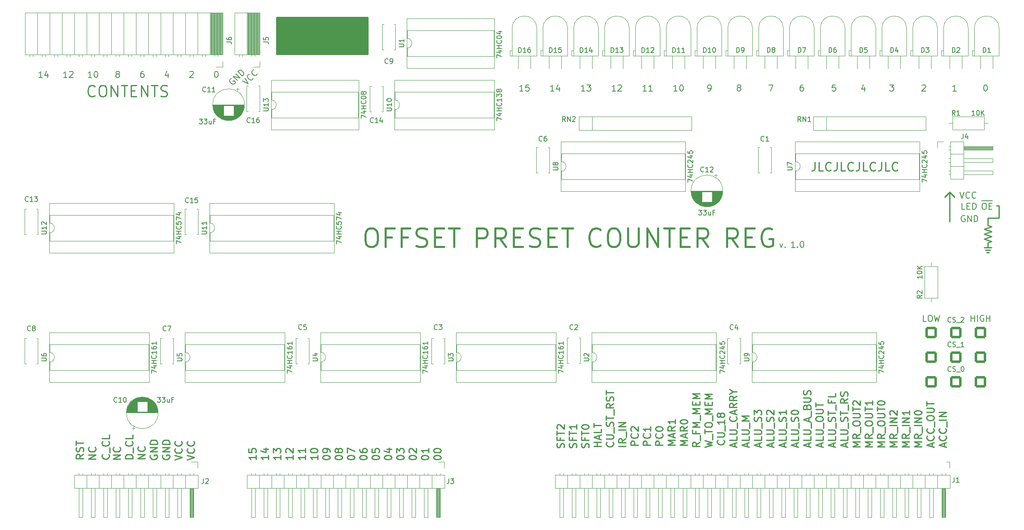
<source format=gto>
G04 #@! TF.GenerationSoftware,KiCad,Pcbnew,(7.0.0)*
G04 #@! TF.CreationDate,2024-11-17T17:31:48-08:00*
G04 #@! TF.ProjectId,offset_preset_counter,6f666673-6574-45f7-9072-657365745f63,rev?*
G04 #@! TF.SameCoordinates,Original*
G04 #@! TF.FileFunction,Legend,Top*
G04 #@! TF.FilePolarity,Positive*
%FSLAX46Y46*%
G04 Gerber Fmt 4.6, Leading zero omitted, Abs format (unit mm)*
G04 Created by KiCad (PCBNEW (7.0.0)) date 2024-11-17 17:31:48*
%MOMM*%
%LPD*%
G01*
G04 APERTURE LIST*
G04 Aperture macros list*
%AMRoundRect*
0 Rectangle with rounded corners*
0 $1 Rounding radius*
0 $2 $3 $4 $5 $6 $7 $8 $9 X,Y pos of 4 corners*
0 Add a 4 corners polygon primitive as box body*
4,1,4,$2,$3,$4,$5,$6,$7,$8,$9,$2,$3,0*
0 Add four circle primitives for the rounded corners*
1,1,$1+$1,$2,$3*
1,1,$1+$1,$4,$5*
1,1,$1+$1,$6,$7*
1,1,$1+$1,$8,$9*
0 Add four rect primitives between the rounded corners*
20,1,$1+$1,$2,$3,$4,$5,0*
20,1,$1+$1,$4,$5,$6,$7,0*
20,1,$1+$1,$6,$7,$8,$9,0*
20,1,$1+$1,$8,$9,$2,$3,0*%
%AMFreePoly0*
4,1,13,0.850000,-0.850000,-0.850000,-0.850000,-0.850000,-0.558000,-1.778000,-0.558000,-1.813355,-0.543355,-1.828000,-0.508000,-1.828000,0.508000,-1.813355,0.543355,-1.778000,0.558000,-0.850000,0.558000,-0.850000,0.850000,0.850000,0.850000,0.850000,-0.850000,0.850000,-0.850000,$1*%
%AMFreePoly1*
4,1,32,0.262664,0.808398,0.425000,0.736122,0.568761,0.631673,0.687664,0.499617,0.776514,0.345726,0.831425,0.176725,0.850000,0.000000,0.831425,-0.176725,0.776514,-0.345726,0.687664,-0.499617,0.568761,-0.631673,0.425000,-0.736122,0.262664,-0.808398,0.088849,-0.845344,-0.088849,-0.845344,-0.262664,-0.808398,-0.425000,-0.736122,-0.568761,-0.631673,-0.635096,-0.558000,-2.032000,-0.558000,
-2.067355,-0.543355,-2.082000,-0.508000,-2.082000,0.508000,-2.067355,0.543355,-2.032000,0.558000,-0.635096,0.558000,-0.568761,0.631673,-0.425000,0.736122,-0.262664,0.808398,-0.088849,0.845344,0.088849,0.845344,0.262664,0.808398,0.262664,0.808398,$1*%
G04 Aperture macros list end*
%ADD10C,0.254000*%
%ADD11C,0.203200*%
%ADD12C,0.381000*%
%ADD13C,0.177800*%
%ADD14C,0.150000*%
%ADD15C,0.250000*%
%ADD16C,0.120000*%
%ADD17C,1.600000*%
%ADD18R,1.800000X1.800000*%
%ADD19C,1.800000*%
%ADD20R,1.600000X1.600000*%
%ADD21O,1.600000X1.600000*%
%ADD22RoundRect,0.250001X-0.899999X-0.899999X0.899999X-0.899999X0.899999X0.899999X-0.899999X0.899999X0*%
%ADD23R,1.700000X1.700000*%
%ADD24O,1.700000X1.700000*%
%ADD25FreePoly0,270.000000*%
%ADD26FreePoly1,270.000000*%
G04 APERTURE END LIST*
D10*
X249682000Y-95504000D02*
X251206000Y-96012000D01*
X251206000Y-96012000D02*
X249682000Y-96520000D01*
X251206000Y-97028000D02*
X249682000Y-97536000D01*
X249682000Y-96520000D02*
X251206000Y-97028000D01*
X251206000Y-94996000D02*
X249682000Y-95504000D01*
X251206000Y-94996000D02*
X250444000Y-94742000D01*
X250444000Y-98298000D02*
X251206000Y-98044000D01*
X250190000Y-100330000D02*
X250698000Y-100330000D01*
X251206000Y-98044000D02*
X249682000Y-97536000D01*
X250444000Y-98298000D02*
X250444000Y-99314000D01*
X249936000Y-99822000D02*
X250952000Y-99822000D01*
X250444000Y-94742000D02*
X250444000Y-93218000D01*
X249682000Y-99314000D02*
X251206000Y-99314000D01*
X250444000Y-93218000D02*
X252730000Y-93218000D01*
X252730000Y-90678000D02*
X252222000Y-90678000D01*
X242570000Y-93980000D02*
X242570000Y-87884000D01*
X242570000Y-87884000D02*
X243586000Y-88900000D01*
X252730000Y-93218000D02*
X252730000Y-90678000D01*
X242570000Y-87884000D02*
X241554000Y-88900000D01*
X103886000Y-51816000D02*
X122682000Y-51816000D01*
X122682000Y-51816000D02*
X122682000Y-59436000D01*
X122682000Y-59436000D02*
X103886000Y-59436000D01*
X103886000Y-59436000D02*
X103886000Y-51816000D01*
G36*
X103886000Y-51816000D02*
G01*
X122682000Y-51816000D01*
X122682000Y-59436000D01*
X103886000Y-59436000D01*
X103886000Y-51816000D01*
G37*
D11*
X245666381Y-92729050D02*
X245545428Y-92668573D01*
X245545428Y-92668573D02*
X245364000Y-92668573D01*
X245364000Y-92668573D02*
X245182571Y-92729050D01*
X245182571Y-92729050D02*
X245061619Y-92850002D01*
X245061619Y-92850002D02*
X245001142Y-92970954D01*
X245001142Y-92970954D02*
X244940666Y-93212859D01*
X244940666Y-93212859D02*
X244940666Y-93394288D01*
X244940666Y-93394288D02*
X245001142Y-93636192D01*
X245001142Y-93636192D02*
X245061619Y-93757145D01*
X245061619Y-93757145D02*
X245182571Y-93878097D01*
X245182571Y-93878097D02*
X245364000Y-93938573D01*
X245364000Y-93938573D02*
X245484952Y-93938573D01*
X245484952Y-93938573D02*
X245666381Y-93878097D01*
X245666381Y-93878097D02*
X245726857Y-93817621D01*
X245726857Y-93817621D02*
X245726857Y-93394288D01*
X245726857Y-93394288D02*
X245484952Y-93394288D01*
X246271142Y-93938573D02*
X246271142Y-92668573D01*
X246271142Y-92668573D02*
X246996857Y-93938573D01*
X246996857Y-93938573D02*
X246996857Y-92668573D01*
X247601618Y-93938573D02*
X247601618Y-92668573D01*
X247601618Y-92668573D02*
X247903999Y-92668573D01*
X247903999Y-92668573D02*
X248085428Y-92729050D01*
X248085428Y-92729050D02*
X248206380Y-92850002D01*
X248206380Y-92850002D02*
X248266857Y-92970954D01*
X248266857Y-92970954D02*
X248327333Y-93212859D01*
X248327333Y-93212859D02*
X248327333Y-93394288D01*
X248327333Y-93394288D02*
X248266857Y-93636192D01*
X248266857Y-93636192D02*
X248206380Y-93757145D01*
X248206380Y-93757145D02*
X248085428Y-93878097D01*
X248085428Y-93878097D02*
X247903999Y-93938573D01*
X247903999Y-93938573D02*
X247601618Y-93938573D01*
X245720809Y-91398573D02*
X245116047Y-91398573D01*
X245116047Y-91398573D02*
X245116047Y-90128573D01*
X246144142Y-90733335D02*
X246567476Y-90733335D01*
X246748904Y-91398573D02*
X246144142Y-91398573D01*
X246144142Y-91398573D02*
X246144142Y-90128573D01*
X246144142Y-90128573D02*
X246748904Y-90128573D01*
X247293190Y-91398573D02*
X247293190Y-90128573D01*
X247293190Y-90128573D02*
X247595571Y-90128573D01*
X247595571Y-90128573D02*
X247777000Y-90189050D01*
X247777000Y-90189050D02*
X247897952Y-90310002D01*
X247897952Y-90310002D02*
X247958429Y-90430954D01*
X247958429Y-90430954D02*
X248018905Y-90672859D01*
X248018905Y-90672859D02*
X248018905Y-90854288D01*
X248018905Y-90854288D02*
X247958429Y-91096192D01*
X247958429Y-91096192D02*
X247897952Y-91217145D01*
X247897952Y-91217145D02*
X247777000Y-91338097D01*
X247777000Y-91338097D02*
X247595571Y-91398573D01*
X247595571Y-91398573D02*
X247293190Y-91398573D01*
X249567095Y-90128573D02*
X249809000Y-90128573D01*
X249809000Y-90128573D02*
X249929952Y-90189050D01*
X249929952Y-90189050D02*
X250050905Y-90310002D01*
X250050905Y-90310002D02*
X250111381Y-90551907D01*
X250111381Y-90551907D02*
X250111381Y-90975240D01*
X250111381Y-90975240D02*
X250050905Y-91217145D01*
X250050905Y-91217145D02*
X249929952Y-91338097D01*
X249929952Y-91338097D02*
X249809000Y-91398573D01*
X249809000Y-91398573D02*
X249567095Y-91398573D01*
X249567095Y-91398573D02*
X249446143Y-91338097D01*
X249446143Y-91338097D02*
X249325190Y-91217145D01*
X249325190Y-91217145D02*
X249264714Y-90975240D01*
X249264714Y-90975240D02*
X249264714Y-90551907D01*
X249264714Y-90551907D02*
X249325190Y-90310002D01*
X249325190Y-90310002D02*
X249446143Y-90189050D01*
X249446143Y-90189050D02*
X249567095Y-90128573D01*
X250655666Y-90733335D02*
X251079000Y-90733335D01*
X251260428Y-91398573D02*
X250655666Y-91398573D01*
X250655666Y-91398573D02*
X250655666Y-90128573D01*
X250655666Y-90128573D02*
X251260428Y-90128573D01*
X249149810Y-89681050D02*
X251375334Y-89681050D01*
X91379523Y-62950573D02*
X91500476Y-62950573D01*
X91500476Y-62950573D02*
X91621428Y-63011050D01*
X91621428Y-63011050D02*
X91681904Y-63071526D01*
X91681904Y-63071526D02*
X91742380Y-63192478D01*
X91742380Y-63192478D02*
X91802857Y-63434383D01*
X91802857Y-63434383D02*
X91802857Y-63736764D01*
X91802857Y-63736764D02*
X91742380Y-63978669D01*
X91742380Y-63978669D02*
X91681904Y-64099621D01*
X91681904Y-64099621D02*
X91621428Y-64160097D01*
X91621428Y-64160097D02*
X91500476Y-64220573D01*
X91500476Y-64220573D02*
X91379523Y-64220573D01*
X91379523Y-64220573D02*
X91258571Y-64160097D01*
X91258571Y-64160097D02*
X91198095Y-64099621D01*
X91198095Y-64099621D02*
X91137618Y-63978669D01*
X91137618Y-63978669D02*
X91077142Y-63736764D01*
X91077142Y-63736764D02*
X91077142Y-63434383D01*
X91077142Y-63434383D02*
X91137618Y-63192478D01*
X91137618Y-63192478D02*
X91198095Y-63071526D01*
X91198095Y-63071526D02*
X91258571Y-63011050D01*
X91258571Y-63011050D02*
X91379523Y-62950573D01*
X246954523Y-114512573D02*
X246954523Y-113242573D01*
X246954523Y-113847335D02*
X247680238Y-113847335D01*
X247680238Y-114512573D02*
X247680238Y-113242573D01*
X248284999Y-114512573D02*
X248284999Y-113242573D01*
X249555000Y-113303050D02*
X249434047Y-113242573D01*
X249434047Y-113242573D02*
X249252619Y-113242573D01*
X249252619Y-113242573D02*
X249071190Y-113303050D01*
X249071190Y-113303050D02*
X248950238Y-113424002D01*
X248950238Y-113424002D02*
X248889761Y-113544954D01*
X248889761Y-113544954D02*
X248829285Y-113786859D01*
X248829285Y-113786859D02*
X248829285Y-113968288D01*
X248829285Y-113968288D02*
X248889761Y-114210192D01*
X248889761Y-114210192D02*
X248950238Y-114331145D01*
X248950238Y-114331145D02*
X249071190Y-114452097D01*
X249071190Y-114452097D02*
X249252619Y-114512573D01*
X249252619Y-114512573D02*
X249373571Y-114512573D01*
X249373571Y-114512573D02*
X249555000Y-114452097D01*
X249555000Y-114452097D02*
X249615476Y-114391621D01*
X249615476Y-114391621D02*
X249615476Y-113968288D01*
X249615476Y-113968288D02*
X249373571Y-113968288D01*
X250159761Y-114512573D02*
X250159761Y-113242573D01*
X250159761Y-113847335D02*
X250885476Y-113847335D01*
X250885476Y-114512573D02*
X250885476Y-113242573D01*
X225031904Y-66167907D02*
X225031904Y-67014573D01*
X224729523Y-65684097D02*
X224427142Y-66591240D01*
X224427142Y-66591240D02*
X225213333Y-66591240D01*
X173748095Y-67014573D02*
X173022380Y-67014573D01*
X173385237Y-67014573D02*
X173385237Y-65744573D01*
X173385237Y-65744573D02*
X173264285Y-65926002D01*
X173264285Y-65926002D02*
X173143333Y-66046954D01*
X173143333Y-66046954D02*
X173022380Y-66107430D01*
X174231904Y-65865526D02*
X174292380Y-65805050D01*
X174292380Y-65805050D02*
X174413333Y-65744573D01*
X174413333Y-65744573D02*
X174715714Y-65744573D01*
X174715714Y-65744573D02*
X174836666Y-65805050D01*
X174836666Y-65805050D02*
X174897142Y-65865526D01*
X174897142Y-65865526D02*
X174957619Y-65986478D01*
X174957619Y-65986478D02*
X174957619Y-66107430D01*
X174957619Y-66107430D02*
X174897142Y-66288859D01*
X174897142Y-66288859D02*
X174171428Y-67014573D01*
X174171428Y-67014573D02*
X174957619Y-67014573D01*
X94548445Y-64420864D02*
X94420155Y-64463628D01*
X94420155Y-64463628D02*
X94291866Y-64591917D01*
X94291866Y-64591917D02*
X94206340Y-64762969D01*
X94206340Y-64762969D02*
X94206340Y-64934022D01*
X94206340Y-64934022D02*
X94249103Y-65062311D01*
X94249103Y-65062311D02*
X94377392Y-65276127D01*
X94377392Y-65276127D02*
X94505681Y-65404416D01*
X94505681Y-65404416D02*
X94719497Y-65532706D01*
X94719497Y-65532706D02*
X94847786Y-65575469D01*
X94847786Y-65575469D02*
X95018839Y-65575469D01*
X95018839Y-65575469D02*
X95189891Y-65489943D01*
X95189891Y-65489943D02*
X95275418Y-65404416D01*
X95275418Y-65404416D02*
X95360944Y-65233364D01*
X95360944Y-65233364D02*
X95360944Y-65147838D01*
X95360944Y-65147838D02*
X95061602Y-64848496D01*
X95061602Y-64848496D02*
X94890550Y-65019548D01*
X95831338Y-64848496D02*
X94933313Y-63950470D01*
X94933313Y-63950470D02*
X96344496Y-64335338D01*
X96344496Y-64335338D02*
X95446470Y-63437313D01*
X96772127Y-63907707D02*
X95874101Y-63009681D01*
X95874101Y-63009681D02*
X96087917Y-62795866D01*
X96087917Y-62795866D02*
X96258969Y-62710340D01*
X96258969Y-62710340D02*
X96430022Y-62710340D01*
X96430022Y-62710340D02*
X96558311Y-62753103D01*
X96558311Y-62753103D02*
X96772127Y-62881392D01*
X96772127Y-62881392D02*
X96900416Y-63009681D01*
X96900416Y-63009681D02*
X97028706Y-63223497D01*
X97028706Y-63223497D02*
X97071469Y-63351786D01*
X97071469Y-63351786D02*
X97071469Y-63522839D01*
X97071469Y-63522839D02*
X96985943Y-63693891D01*
X96985943Y-63693891D02*
X96772127Y-63907707D01*
X230208666Y-65744573D02*
X230994857Y-65744573D01*
X230994857Y-65744573D02*
X230571523Y-66228383D01*
X230571523Y-66228383D02*
X230752952Y-66228383D01*
X230752952Y-66228383D02*
X230873904Y-66288859D01*
X230873904Y-66288859D02*
X230934380Y-66349335D01*
X230934380Y-66349335D02*
X230994857Y-66470288D01*
X230994857Y-66470288D02*
X230994857Y-66772669D01*
X230994857Y-66772669D02*
X230934380Y-66893621D01*
X230934380Y-66893621D02*
X230873904Y-66954097D01*
X230873904Y-66954097D02*
X230752952Y-67014573D01*
X230752952Y-67014573D02*
X230390095Y-67014573D01*
X230390095Y-67014573D02*
X230269142Y-66954097D01*
X230269142Y-66954097D02*
X230208666Y-66893621D01*
D10*
X214799333Y-81679204D02*
X214799333Y-82949204D01*
X214799333Y-82949204D02*
X214714666Y-83203204D01*
X214714666Y-83203204D02*
X214545333Y-83372537D01*
X214545333Y-83372537D02*
X214291333Y-83457204D01*
X214291333Y-83457204D02*
X214122000Y-83457204D01*
X216492667Y-83457204D02*
X215646000Y-83457204D01*
X215646000Y-83457204D02*
X215646000Y-81679204D01*
X218101333Y-83287871D02*
X218016666Y-83372537D01*
X218016666Y-83372537D02*
X217762666Y-83457204D01*
X217762666Y-83457204D02*
X217593333Y-83457204D01*
X217593333Y-83457204D02*
X217339333Y-83372537D01*
X217339333Y-83372537D02*
X217170000Y-83203204D01*
X217170000Y-83203204D02*
X217085333Y-83033871D01*
X217085333Y-83033871D02*
X217000666Y-82695204D01*
X217000666Y-82695204D02*
X217000666Y-82441204D01*
X217000666Y-82441204D02*
X217085333Y-82102537D01*
X217085333Y-82102537D02*
X217170000Y-81933204D01*
X217170000Y-81933204D02*
X217339333Y-81763871D01*
X217339333Y-81763871D02*
X217593333Y-81679204D01*
X217593333Y-81679204D02*
X217762666Y-81679204D01*
X217762666Y-81679204D02*
X218016666Y-81763871D01*
X218016666Y-81763871D02*
X218101333Y-81848537D01*
X219371333Y-81679204D02*
X219371333Y-82949204D01*
X219371333Y-82949204D02*
X219286666Y-83203204D01*
X219286666Y-83203204D02*
X219117333Y-83372537D01*
X219117333Y-83372537D02*
X218863333Y-83457204D01*
X218863333Y-83457204D02*
X218694000Y-83457204D01*
X221064667Y-83457204D02*
X220218000Y-83457204D01*
X220218000Y-83457204D02*
X220218000Y-81679204D01*
X222673333Y-83287871D02*
X222588666Y-83372537D01*
X222588666Y-83372537D02*
X222334666Y-83457204D01*
X222334666Y-83457204D02*
X222165333Y-83457204D01*
X222165333Y-83457204D02*
X221911333Y-83372537D01*
X221911333Y-83372537D02*
X221742000Y-83203204D01*
X221742000Y-83203204D02*
X221657333Y-83033871D01*
X221657333Y-83033871D02*
X221572666Y-82695204D01*
X221572666Y-82695204D02*
X221572666Y-82441204D01*
X221572666Y-82441204D02*
X221657333Y-82102537D01*
X221657333Y-82102537D02*
X221742000Y-81933204D01*
X221742000Y-81933204D02*
X221911333Y-81763871D01*
X221911333Y-81763871D02*
X222165333Y-81679204D01*
X222165333Y-81679204D02*
X222334666Y-81679204D01*
X222334666Y-81679204D02*
X222588666Y-81763871D01*
X222588666Y-81763871D02*
X222673333Y-81848537D01*
X223943333Y-81679204D02*
X223943333Y-82949204D01*
X223943333Y-82949204D02*
X223858666Y-83203204D01*
X223858666Y-83203204D02*
X223689333Y-83372537D01*
X223689333Y-83372537D02*
X223435333Y-83457204D01*
X223435333Y-83457204D02*
X223266000Y-83457204D01*
X225636667Y-83457204D02*
X224790000Y-83457204D01*
X224790000Y-83457204D02*
X224790000Y-81679204D01*
X227245333Y-83287871D02*
X227160666Y-83372537D01*
X227160666Y-83372537D02*
X226906666Y-83457204D01*
X226906666Y-83457204D02*
X226737333Y-83457204D01*
X226737333Y-83457204D02*
X226483333Y-83372537D01*
X226483333Y-83372537D02*
X226314000Y-83203204D01*
X226314000Y-83203204D02*
X226229333Y-83033871D01*
X226229333Y-83033871D02*
X226144666Y-82695204D01*
X226144666Y-82695204D02*
X226144666Y-82441204D01*
X226144666Y-82441204D02*
X226229333Y-82102537D01*
X226229333Y-82102537D02*
X226314000Y-81933204D01*
X226314000Y-81933204D02*
X226483333Y-81763871D01*
X226483333Y-81763871D02*
X226737333Y-81679204D01*
X226737333Y-81679204D02*
X226906666Y-81679204D01*
X226906666Y-81679204D02*
X227160666Y-81763871D01*
X227160666Y-81763871D02*
X227245333Y-81848537D01*
X228515333Y-81679204D02*
X228515333Y-82949204D01*
X228515333Y-82949204D02*
X228430666Y-83203204D01*
X228430666Y-83203204D02*
X228261333Y-83372537D01*
X228261333Y-83372537D02*
X228007333Y-83457204D01*
X228007333Y-83457204D02*
X227838000Y-83457204D01*
X230208667Y-83457204D02*
X229362000Y-83457204D01*
X229362000Y-83457204D02*
X229362000Y-81679204D01*
X231817333Y-83287871D02*
X231732666Y-83372537D01*
X231732666Y-83372537D02*
X231478666Y-83457204D01*
X231478666Y-83457204D02*
X231309333Y-83457204D01*
X231309333Y-83457204D02*
X231055333Y-83372537D01*
X231055333Y-83372537D02*
X230886000Y-83203204D01*
X230886000Y-83203204D02*
X230801333Y-83033871D01*
X230801333Y-83033871D02*
X230716666Y-82695204D01*
X230716666Y-82695204D02*
X230716666Y-82441204D01*
X230716666Y-82441204D02*
X230801333Y-82102537D01*
X230801333Y-82102537D02*
X230886000Y-81933204D01*
X230886000Y-81933204D02*
X231055333Y-81763871D01*
X231055333Y-81763871D02*
X231309333Y-81679204D01*
X231309333Y-81679204D02*
X231478666Y-81679204D01*
X231478666Y-81679204D02*
X231732666Y-81763871D01*
X231732666Y-81763871D02*
X231817333Y-81848537D01*
D11*
X249875523Y-65744573D02*
X249996476Y-65744573D01*
X249996476Y-65744573D02*
X250117428Y-65805050D01*
X250117428Y-65805050D02*
X250177904Y-65865526D01*
X250177904Y-65865526D02*
X250238380Y-65986478D01*
X250238380Y-65986478D02*
X250298857Y-66228383D01*
X250298857Y-66228383D02*
X250298857Y-66530764D01*
X250298857Y-66530764D02*
X250238380Y-66772669D01*
X250238380Y-66772669D02*
X250177904Y-66893621D01*
X250177904Y-66893621D02*
X250117428Y-66954097D01*
X250117428Y-66954097D02*
X249996476Y-67014573D01*
X249996476Y-67014573D02*
X249875523Y-67014573D01*
X249875523Y-67014573D02*
X249754571Y-66954097D01*
X249754571Y-66954097D02*
X249694095Y-66893621D01*
X249694095Y-66893621D02*
X249633618Y-66772669D01*
X249633618Y-66772669D02*
X249573142Y-66530764D01*
X249573142Y-66530764D02*
X249573142Y-66228383D01*
X249573142Y-66228383D02*
X249633618Y-65986478D01*
X249633618Y-65986478D02*
X249694095Y-65865526D01*
X249694095Y-65865526D02*
X249754571Y-65805050D01*
X249754571Y-65805050D02*
X249875523Y-65744573D01*
X154698095Y-67014573D02*
X153972380Y-67014573D01*
X154335237Y-67014573D02*
X154335237Y-65744573D01*
X154335237Y-65744573D02*
X154214285Y-65926002D01*
X154214285Y-65926002D02*
X154093333Y-66046954D01*
X154093333Y-66046954D02*
X153972380Y-66107430D01*
X155847142Y-65744573D02*
X155242380Y-65744573D01*
X155242380Y-65744573D02*
X155181904Y-66349335D01*
X155181904Y-66349335D02*
X155242380Y-66288859D01*
X155242380Y-66288859D02*
X155363333Y-66228383D01*
X155363333Y-66228383D02*
X155665714Y-66228383D01*
X155665714Y-66228383D02*
X155786666Y-66288859D01*
X155786666Y-66288859D02*
X155847142Y-66349335D01*
X155847142Y-66349335D02*
X155907619Y-66470288D01*
X155907619Y-66470288D02*
X155907619Y-66772669D01*
X155907619Y-66772669D02*
X155847142Y-66893621D01*
X155847142Y-66893621D02*
X155786666Y-66954097D01*
X155786666Y-66954097D02*
X155665714Y-67014573D01*
X155665714Y-67014573D02*
X155363333Y-67014573D01*
X155363333Y-67014573D02*
X155242380Y-66954097D01*
X155242380Y-66954097D02*
X155181904Y-66893621D01*
X167398095Y-67014573D02*
X166672380Y-67014573D01*
X167035237Y-67014573D02*
X167035237Y-65744573D01*
X167035237Y-65744573D02*
X166914285Y-65926002D01*
X166914285Y-65926002D02*
X166793333Y-66046954D01*
X166793333Y-66046954D02*
X166672380Y-66107430D01*
X167821428Y-65744573D02*
X168607619Y-65744573D01*
X168607619Y-65744573D02*
X168184285Y-66228383D01*
X168184285Y-66228383D02*
X168365714Y-66228383D01*
X168365714Y-66228383D02*
X168486666Y-66288859D01*
X168486666Y-66288859D02*
X168547142Y-66349335D01*
X168547142Y-66349335D02*
X168607619Y-66470288D01*
X168607619Y-66470288D02*
X168607619Y-66772669D01*
X168607619Y-66772669D02*
X168547142Y-66893621D01*
X168547142Y-66893621D02*
X168486666Y-66954097D01*
X168486666Y-66954097D02*
X168365714Y-67014573D01*
X168365714Y-67014573D02*
X168002857Y-67014573D01*
X168002857Y-67014573D02*
X167881904Y-66954097D01*
X167881904Y-66954097D02*
X167821428Y-66893621D01*
X243948857Y-67014573D02*
X243223142Y-67014573D01*
X243585999Y-67014573D02*
X243585999Y-65744573D01*
X243585999Y-65744573D02*
X243465047Y-65926002D01*
X243465047Y-65926002D02*
X243344095Y-66046954D01*
X243344095Y-66046954D02*
X243223142Y-66107430D01*
X207560333Y-98425907D02*
X207862714Y-99272573D01*
X207862714Y-99272573D02*
X208165095Y-98425907D01*
X208648904Y-99151621D02*
X208709381Y-99212097D01*
X208709381Y-99212097D02*
X208648904Y-99272573D01*
X208648904Y-99272573D02*
X208588428Y-99212097D01*
X208588428Y-99212097D02*
X208648904Y-99151621D01*
X208648904Y-99151621D02*
X208648904Y-99272573D01*
X210680905Y-99272573D02*
X209955190Y-99272573D01*
X210318047Y-99272573D02*
X210318047Y-98002573D01*
X210318047Y-98002573D02*
X210197095Y-98184002D01*
X210197095Y-98184002D02*
X210076143Y-98304954D01*
X210076143Y-98304954D02*
X209955190Y-98365430D01*
X211225190Y-99151621D02*
X211285667Y-99212097D01*
X211285667Y-99212097D02*
X211225190Y-99272573D01*
X211225190Y-99272573D02*
X211164714Y-99212097D01*
X211164714Y-99212097D02*
X211225190Y-99151621D01*
X211225190Y-99151621D02*
X211225190Y-99272573D01*
X212071857Y-98002573D02*
X212192810Y-98002573D01*
X212192810Y-98002573D02*
X212313762Y-98063050D01*
X212313762Y-98063050D02*
X212374238Y-98123526D01*
X212374238Y-98123526D02*
X212434714Y-98244478D01*
X212434714Y-98244478D02*
X212495191Y-98486383D01*
X212495191Y-98486383D02*
X212495191Y-98788764D01*
X212495191Y-98788764D02*
X212434714Y-99030669D01*
X212434714Y-99030669D02*
X212374238Y-99151621D01*
X212374238Y-99151621D02*
X212313762Y-99212097D01*
X212313762Y-99212097D02*
X212192810Y-99272573D01*
X212192810Y-99272573D02*
X212071857Y-99272573D01*
X212071857Y-99272573D02*
X211950905Y-99212097D01*
X211950905Y-99212097D02*
X211890429Y-99151621D01*
X211890429Y-99151621D02*
X211829952Y-99030669D01*
X211829952Y-99030669D02*
X211769476Y-98788764D01*
X211769476Y-98788764D02*
X211769476Y-98486383D01*
X211769476Y-98486383D02*
X211829952Y-98244478D01*
X211829952Y-98244478D02*
X211890429Y-98123526D01*
X211890429Y-98123526D02*
X211950905Y-98063050D01*
X211950905Y-98063050D02*
X212071857Y-98002573D01*
X76441904Y-62950573D02*
X76199999Y-62950573D01*
X76199999Y-62950573D02*
X76079047Y-63011050D01*
X76079047Y-63011050D02*
X76018571Y-63071526D01*
X76018571Y-63071526D02*
X75897618Y-63252954D01*
X75897618Y-63252954D02*
X75837142Y-63494859D01*
X75837142Y-63494859D02*
X75837142Y-63978669D01*
X75837142Y-63978669D02*
X75897618Y-64099621D01*
X75897618Y-64099621D02*
X75958095Y-64160097D01*
X75958095Y-64160097D02*
X76079047Y-64220573D01*
X76079047Y-64220573D02*
X76320952Y-64220573D01*
X76320952Y-64220573D02*
X76441904Y-64160097D01*
X76441904Y-64160097D02*
X76502380Y-64099621D01*
X76502380Y-64099621D02*
X76562857Y-63978669D01*
X76562857Y-63978669D02*
X76562857Y-63676288D01*
X76562857Y-63676288D02*
X76502380Y-63555335D01*
X76502380Y-63555335D02*
X76441904Y-63494859D01*
X76441904Y-63494859D02*
X76320952Y-63434383D01*
X76320952Y-63434383D02*
X76079047Y-63434383D01*
X76079047Y-63434383D02*
X75958095Y-63494859D01*
X75958095Y-63494859D02*
X75897618Y-63555335D01*
X75897618Y-63555335D02*
X75837142Y-63676288D01*
X81521904Y-63373907D02*
X81521904Y-64220573D01*
X81219523Y-62890097D02*
X80917142Y-63797240D01*
X80917142Y-63797240D02*
X81703333Y-63797240D01*
X70999047Y-63494859D02*
X70878095Y-63434383D01*
X70878095Y-63434383D02*
X70817618Y-63373907D01*
X70817618Y-63373907D02*
X70757142Y-63252954D01*
X70757142Y-63252954D02*
X70757142Y-63192478D01*
X70757142Y-63192478D02*
X70817618Y-63071526D01*
X70817618Y-63071526D02*
X70878095Y-63011050D01*
X70878095Y-63011050D02*
X70999047Y-62950573D01*
X70999047Y-62950573D02*
X71240952Y-62950573D01*
X71240952Y-62950573D02*
X71361904Y-63011050D01*
X71361904Y-63011050D02*
X71422380Y-63071526D01*
X71422380Y-63071526D02*
X71482857Y-63192478D01*
X71482857Y-63192478D02*
X71482857Y-63252954D01*
X71482857Y-63252954D02*
X71422380Y-63373907D01*
X71422380Y-63373907D02*
X71361904Y-63434383D01*
X71361904Y-63434383D02*
X71240952Y-63494859D01*
X71240952Y-63494859D02*
X70999047Y-63494859D01*
X70999047Y-63494859D02*
X70878095Y-63555335D01*
X70878095Y-63555335D02*
X70817618Y-63615811D01*
X70817618Y-63615811D02*
X70757142Y-63736764D01*
X70757142Y-63736764D02*
X70757142Y-63978669D01*
X70757142Y-63978669D02*
X70817618Y-64099621D01*
X70817618Y-64099621D02*
X70878095Y-64160097D01*
X70878095Y-64160097D02*
X70999047Y-64220573D01*
X70999047Y-64220573D02*
X71240952Y-64220573D01*
X71240952Y-64220573D02*
X71361904Y-64160097D01*
X71361904Y-64160097D02*
X71422380Y-64099621D01*
X71422380Y-64099621D02*
X71482857Y-63978669D01*
X71482857Y-63978669D02*
X71482857Y-63736764D01*
X71482857Y-63736764D02*
X71422380Y-63615811D01*
X71422380Y-63615811D02*
X71361904Y-63555335D01*
X71361904Y-63555335D02*
X71240952Y-63494859D01*
X199015047Y-66288859D02*
X198894095Y-66228383D01*
X198894095Y-66228383D02*
X198833618Y-66167907D01*
X198833618Y-66167907D02*
X198773142Y-66046954D01*
X198773142Y-66046954D02*
X198773142Y-65986478D01*
X198773142Y-65986478D02*
X198833618Y-65865526D01*
X198833618Y-65865526D02*
X198894095Y-65805050D01*
X198894095Y-65805050D02*
X199015047Y-65744573D01*
X199015047Y-65744573D02*
X199256952Y-65744573D01*
X199256952Y-65744573D02*
X199377904Y-65805050D01*
X199377904Y-65805050D02*
X199438380Y-65865526D01*
X199438380Y-65865526D02*
X199498857Y-65986478D01*
X199498857Y-65986478D02*
X199498857Y-66046954D01*
X199498857Y-66046954D02*
X199438380Y-66167907D01*
X199438380Y-66167907D02*
X199377904Y-66228383D01*
X199377904Y-66228383D02*
X199256952Y-66288859D01*
X199256952Y-66288859D02*
X199015047Y-66288859D01*
X199015047Y-66288859D02*
X198894095Y-66349335D01*
X198894095Y-66349335D02*
X198833618Y-66409811D01*
X198833618Y-66409811D02*
X198773142Y-66530764D01*
X198773142Y-66530764D02*
X198773142Y-66772669D01*
X198773142Y-66772669D02*
X198833618Y-66893621D01*
X198833618Y-66893621D02*
X198894095Y-66954097D01*
X198894095Y-66954097D02*
X199015047Y-67014573D01*
X199015047Y-67014573D02*
X199256952Y-67014573D01*
X199256952Y-67014573D02*
X199377904Y-66954097D01*
X199377904Y-66954097D02*
X199438380Y-66893621D01*
X199438380Y-66893621D02*
X199498857Y-66772669D01*
X199498857Y-66772669D02*
X199498857Y-66530764D01*
X199498857Y-66530764D02*
X199438380Y-66409811D01*
X199438380Y-66409811D02*
X199377904Y-66349335D01*
X199377904Y-66349335D02*
X199256952Y-66288859D01*
X55638095Y-64220573D02*
X54912380Y-64220573D01*
X55275237Y-64220573D02*
X55275237Y-62950573D01*
X55275237Y-62950573D02*
X55154285Y-63132002D01*
X55154285Y-63132002D02*
X55033333Y-63252954D01*
X55033333Y-63252954D02*
X54912380Y-63313430D01*
X56726666Y-63373907D02*
X56726666Y-64220573D01*
X56424285Y-62890097D02*
X56121904Y-63797240D01*
X56121904Y-63797240D02*
X56908095Y-63797240D01*
X161048095Y-67014573D02*
X160322380Y-67014573D01*
X160685237Y-67014573D02*
X160685237Y-65744573D01*
X160685237Y-65744573D02*
X160564285Y-65926002D01*
X160564285Y-65926002D02*
X160443333Y-66046954D01*
X160443333Y-66046954D02*
X160322380Y-66107430D01*
X162136666Y-66167907D02*
X162136666Y-67014573D01*
X161834285Y-65684097D02*
X161531904Y-66591240D01*
X161531904Y-66591240D02*
X162318095Y-66591240D01*
X236873142Y-65865526D02*
X236933618Y-65805050D01*
X236933618Y-65805050D02*
X237054571Y-65744573D01*
X237054571Y-65744573D02*
X237356952Y-65744573D01*
X237356952Y-65744573D02*
X237477904Y-65805050D01*
X237477904Y-65805050D02*
X237538380Y-65865526D01*
X237538380Y-65865526D02*
X237598857Y-65986478D01*
X237598857Y-65986478D02*
X237598857Y-66107430D01*
X237598857Y-66107430D02*
X237538380Y-66288859D01*
X237538380Y-66288859D02*
X236812666Y-67014573D01*
X236812666Y-67014573D02*
X237598857Y-67014573D01*
X85997142Y-63071526D02*
X86057618Y-63011050D01*
X86057618Y-63011050D02*
X86178571Y-62950573D01*
X86178571Y-62950573D02*
X86480952Y-62950573D01*
X86480952Y-62950573D02*
X86601904Y-63011050D01*
X86601904Y-63011050D02*
X86662380Y-63071526D01*
X86662380Y-63071526D02*
X86722857Y-63192478D01*
X86722857Y-63192478D02*
X86722857Y-63313430D01*
X86722857Y-63313430D02*
X86662380Y-63494859D01*
X86662380Y-63494859D02*
X85936666Y-64220573D01*
X85936666Y-64220573D02*
X86722857Y-64220573D01*
X60718095Y-64220573D02*
X59992380Y-64220573D01*
X60355237Y-64220573D02*
X60355237Y-62950573D01*
X60355237Y-62950573D02*
X60234285Y-63132002D01*
X60234285Y-63132002D02*
X60113333Y-63252954D01*
X60113333Y-63252954D02*
X59992380Y-63313430D01*
X61201904Y-63071526D02*
X61262380Y-63011050D01*
X61262380Y-63011050D02*
X61383333Y-62950573D01*
X61383333Y-62950573D02*
X61685714Y-62950573D01*
X61685714Y-62950573D02*
X61806666Y-63011050D01*
X61806666Y-63011050D02*
X61867142Y-63071526D01*
X61867142Y-63071526D02*
X61927619Y-63192478D01*
X61927619Y-63192478D02*
X61927619Y-63313430D01*
X61927619Y-63313430D02*
X61867142Y-63494859D01*
X61867142Y-63494859D02*
X61141428Y-64220573D01*
X61141428Y-64220573D02*
X61927619Y-64220573D01*
X192798095Y-67014573D02*
X193039999Y-67014573D01*
X193039999Y-67014573D02*
X193160952Y-66954097D01*
X193160952Y-66954097D02*
X193221428Y-66893621D01*
X193221428Y-66893621D02*
X193342380Y-66712192D01*
X193342380Y-66712192D02*
X193402857Y-66470288D01*
X193402857Y-66470288D02*
X193402857Y-65986478D01*
X193402857Y-65986478D02*
X193342380Y-65865526D01*
X193342380Y-65865526D02*
X193281904Y-65805050D01*
X193281904Y-65805050D02*
X193160952Y-65744573D01*
X193160952Y-65744573D02*
X192919047Y-65744573D01*
X192919047Y-65744573D02*
X192798095Y-65805050D01*
X192798095Y-65805050D02*
X192737618Y-65865526D01*
X192737618Y-65865526D02*
X192677142Y-65986478D01*
X192677142Y-65986478D02*
X192677142Y-66288859D01*
X192677142Y-66288859D02*
X192737618Y-66409811D01*
X192737618Y-66409811D02*
X192798095Y-66470288D01*
X192798095Y-66470288D02*
X192919047Y-66530764D01*
X192919047Y-66530764D02*
X193160952Y-66530764D01*
X193160952Y-66530764D02*
X193281904Y-66470288D01*
X193281904Y-66470288D02*
X193342380Y-66409811D01*
X193342380Y-66409811D02*
X193402857Y-66288859D01*
X205316666Y-65744573D02*
X206163333Y-65744573D01*
X206163333Y-65744573D02*
X205619047Y-67014573D01*
X186448095Y-67014573D02*
X185722380Y-67014573D01*
X186085237Y-67014573D02*
X186085237Y-65744573D01*
X186085237Y-65744573D02*
X185964285Y-65926002D01*
X185964285Y-65926002D02*
X185843333Y-66046954D01*
X185843333Y-66046954D02*
X185722380Y-66107430D01*
X187234285Y-65744573D02*
X187355238Y-65744573D01*
X187355238Y-65744573D02*
X187476190Y-65805050D01*
X187476190Y-65805050D02*
X187536666Y-65865526D01*
X187536666Y-65865526D02*
X187597142Y-65986478D01*
X187597142Y-65986478D02*
X187657619Y-66228383D01*
X187657619Y-66228383D02*
X187657619Y-66530764D01*
X187657619Y-66530764D02*
X187597142Y-66772669D01*
X187597142Y-66772669D02*
X187536666Y-66893621D01*
X187536666Y-66893621D02*
X187476190Y-66954097D01*
X187476190Y-66954097D02*
X187355238Y-67014573D01*
X187355238Y-67014573D02*
X187234285Y-67014573D01*
X187234285Y-67014573D02*
X187113333Y-66954097D01*
X187113333Y-66954097D02*
X187052857Y-66893621D01*
X187052857Y-66893621D02*
X186992380Y-66772669D01*
X186992380Y-66772669D02*
X186931904Y-66530764D01*
X186931904Y-66530764D02*
X186931904Y-66228383D01*
X186931904Y-66228383D02*
X186992380Y-65986478D01*
X186992380Y-65986478D02*
X187052857Y-65865526D01*
X187052857Y-65865526D02*
X187113333Y-65805050D01*
X187113333Y-65805050D02*
X187234285Y-65744573D01*
X237762142Y-114512573D02*
X237157380Y-114512573D01*
X237157380Y-114512573D02*
X237157380Y-113242573D01*
X238427380Y-113242573D02*
X238669285Y-113242573D01*
X238669285Y-113242573D02*
X238790237Y-113303050D01*
X238790237Y-113303050D02*
X238911190Y-113424002D01*
X238911190Y-113424002D02*
X238971666Y-113665907D01*
X238971666Y-113665907D02*
X238971666Y-114089240D01*
X238971666Y-114089240D02*
X238911190Y-114331145D01*
X238911190Y-114331145D02*
X238790237Y-114452097D01*
X238790237Y-114452097D02*
X238669285Y-114512573D01*
X238669285Y-114512573D02*
X238427380Y-114512573D01*
X238427380Y-114512573D02*
X238306428Y-114452097D01*
X238306428Y-114452097D02*
X238185475Y-114331145D01*
X238185475Y-114331145D02*
X238124999Y-114089240D01*
X238124999Y-114089240D02*
X238124999Y-113665907D01*
X238124999Y-113665907D02*
X238185475Y-113424002D01*
X238185475Y-113424002D02*
X238306428Y-113303050D01*
X238306428Y-113303050D02*
X238427380Y-113242573D01*
X239394999Y-113242573D02*
X239697380Y-114512573D01*
X239697380Y-114512573D02*
X239939285Y-113605430D01*
X239939285Y-113605430D02*
X240181190Y-114512573D01*
X240181190Y-114512573D02*
X240483571Y-113242573D01*
X65798095Y-64220573D02*
X65072380Y-64220573D01*
X65435237Y-64220573D02*
X65435237Y-62950573D01*
X65435237Y-62950573D02*
X65314285Y-63132002D01*
X65314285Y-63132002D02*
X65193333Y-63252954D01*
X65193333Y-63252954D02*
X65072380Y-63313430D01*
X66584285Y-62950573D02*
X66705238Y-62950573D01*
X66705238Y-62950573D02*
X66826190Y-63011050D01*
X66826190Y-63011050D02*
X66886666Y-63071526D01*
X66886666Y-63071526D02*
X66947142Y-63192478D01*
X66947142Y-63192478D02*
X67007619Y-63434383D01*
X67007619Y-63434383D02*
X67007619Y-63736764D01*
X67007619Y-63736764D02*
X66947142Y-63978669D01*
X66947142Y-63978669D02*
X66886666Y-64099621D01*
X66886666Y-64099621D02*
X66826190Y-64160097D01*
X66826190Y-64160097D02*
X66705238Y-64220573D01*
X66705238Y-64220573D02*
X66584285Y-64220573D01*
X66584285Y-64220573D02*
X66463333Y-64160097D01*
X66463333Y-64160097D02*
X66402857Y-64099621D01*
X66402857Y-64099621D02*
X66342380Y-63978669D01*
X66342380Y-63978669D02*
X66281904Y-63736764D01*
X66281904Y-63736764D02*
X66281904Y-63434383D01*
X66281904Y-63434383D02*
X66342380Y-63192478D01*
X66342380Y-63192478D02*
X66402857Y-63071526D01*
X66402857Y-63071526D02*
X66463333Y-63011050D01*
X66463333Y-63011050D02*
X66584285Y-62950573D01*
X96786524Y-64891258D02*
X97983892Y-65489942D01*
X97983892Y-65489942D02*
X97385208Y-64292575D01*
X99010207Y-64292575D02*
X99010207Y-64378101D01*
X99010207Y-64378101D02*
X98924680Y-64549154D01*
X98924680Y-64549154D02*
X98839154Y-64634680D01*
X98839154Y-64634680D02*
X98668102Y-64720206D01*
X98668102Y-64720206D02*
X98497049Y-64720206D01*
X98497049Y-64720206D02*
X98368760Y-64677443D01*
X98368760Y-64677443D02*
X98154944Y-64549154D01*
X98154944Y-64549154D02*
X98026655Y-64420864D01*
X98026655Y-64420864D02*
X97898365Y-64207049D01*
X97898365Y-64207049D02*
X97855602Y-64078759D01*
X97855602Y-64078759D02*
X97855602Y-63907707D01*
X97855602Y-63907707D02*
X97941128Y-63736654D01*
X97941128Y-63736654D02*
X98026655Y-63651128D01*
X98026655Y-63651128D02*
X98197707Y-63565602D01*
X98197707Y-63565602D02*
X98283233Y-63565602D01*
X99908232Y-63394549D02*
X99908232Y-63480076D01*
X99908232Y-63480076D02*
X99822706Y-63651128D01*
X99822706Y-63651128D02*
X99737180Y-63736654D01*
X99737180Y-63736654D02*
X99566127Y-63822181D01*
X99566127Y-63822181D02*
X99395075Y-63822181D01*
X99395075Y-63822181D02*
X99266785Y-63779417D01*
X99266785Y-63779417D02*
X99052970Y-63651128D01*
X99052970Y-63651128D02*
X98924680Y-63522839D01*
X98924680Y-63522839D02*
X98796391Y-63309023D01*
X98796391Y-63309023D02*
X98753628Y-63180734D01*
X98753628Y-63180734D02*
X98753628Y-63009681D01*
X98753628Y-63009681D02*
X98839154Y-62838629D01*
X98839154Y-62838629D02*
X98924680Y-62753102D01*
X98924680Y-62753102D02*
X99095733Y-62667576D01*
X99095733Y-62667576D02*
X99181259Y-62667576D01*
D12*
X123044857Y-95322571D02*
X123770571Y-95322571D01*
X123770571Y-95322571D02*
X124133428Y-95504000D01*
X124133428Y-95504000D02*
X124496285Y-95866857D01*
X124496285Y-95866857D02*
X124677714Y-96592571D01*
X124677714Y-96592571D02*
X124677714Y-97862571D01*
X124677714Y-97862571D02*
X124496285Y-98588285D01*
X124496285Y-98588285D02*
X124133428Y-98951142D01*
X124133428Y-98951142D02*
X123770571Y-99132571D01*
X123770571Y-99132571D02*
X123044857Y-99132571D01*
X123044857Y-99132571D02*
X122682000Y-98951142D01*
X122682000Y-98951142D02*
X122319142Y-98588285D01*
X122319142Y-98588285D02*
X122137714Y-97862571D01*
X122137714Y-97862571D02*
X122137714Y-96592571D01*
X122137714Y-96592571D02*
X122319142Y-95866857D01*
X122319142Y-95866857D02*
X122682000Y-95504000D01*
X122682000Y-95504000D02*
X123044857Y-95322571D01*
X127580571Y-97136857D02*
X126310571Y-97136857D01*
X126310571Y-99132571D02*
X126310571Y-95322571D01*
X126310571Y-95322571D02*
X128124857Y-95322571D01*
X130846285Y-97136857D02*
X129576285Y-97136857D01*
X129576285Y-99132571D02*
X129576285Y-95322571D01*
X129576285Y-95322571D02*
X131390571Y-95322571D01*
X132660571Y-98951142D02*
X133204857Y-99132571D01*
X133204857Y-99132571D02*
X134111999Y-99132571D01*
X134111999Y-99132571D02*
X134474857Y-98951142D01*
X134474857Y-98951142D02*
X134656285Y-98769714D01*
X134656285Y-98769714D02*
X134837714Y-98406857D01*
X134837714Y-98406857D02*
X134837714Y-98044000D01*
X134837714Y-98044000D02*
X134656285Y-97681142D01*
X134656285Y-97681142D02*
X134474857Y-97499714D01*
X134474857Y-97499714D02*
X134111999Y-97318285D01*
X134111999Y-97318285D02*
X133386285Y-97136857D01*
X133386285Y-97136857D02*
X133023428Y-96955428D01*
X133023428Y-96955428D02*
X132841999Y-96774000D01*
X132841999Y-96774000D02*
X132660571Y-96411142D01*
X132660571Y-96411142D02*
X132660571Y-96048285D01*
X132660571Y-96048285D02*
X132841999Y-95685428D01*
X132841999Y-95685428D02*
X133023428Y-95504000D01*
X133023428Y-95504000D02*
X133386285Y-95322571D01*
X133386285Y-95322571D02*
X134293428Y-95322571D01*
X134293428Y-95322571D02*
X134837714Y-95504000D01*
X136470570Y-97136857D02*
X137740570Y-97136857D01*
X138284856Y-99132571D02*
X136470570Y-99132571D01*
X136470570Y-99132571D02*
X136470570Y-95322571D01*
X136470570Y-95322571D02*
X138284856Y-95322571D01*
X139373428Y-95322571D02*
X141550571Y-95322571D01*
X140461999Y-99132571D02*
X140461999Y-95322571D01*
X145106570Y-99132571D02*
X145106570Y-95322571D01*
X145106570Y-95322571D02*
X146557999Y-95322571D01*
X146557999Y-95322571D02*
X146920856Y-95504000D01*
X146920856Y-95504000D02*
X147102285Y-95685428D01*
X147102285Y-95685428D02*
X147283713Y-96048285D01*
X147283713Y-96048285D02*
X147283713Y-96592571D01*
X147283713Y-96592571D02*
X147102285Y-96955428D01*
X147102285Y-96955428D02*
X146920856Y-97136857D01*
X146920856Y-97136857D02*
X146557999Y-97318285D01*
X146557999Y-97318285D02*
X145106570Y-97318285D01*
X151093713Y-99132571D02*
X149823713Y-97318285D01*
X148916570Y-99132571D02*
X148916570Y-95322571D01*
X148916570Y-95322571D02*
X150367999Y-95322571D01*
X150367999Y-95322571D02*
X150730856Y-95504000D01*
X150730856Y-95504000D02*
X150912285Y-95685428D01*
X150912285Y-95685428D02*
X151093713Y-96048285D01*
X151093713Y-96048285D02*
X151093713Y-96592571D01*
X151093713Y-96592571D02*
X150912285Y-96955428D01*
X150912285Y-96955428D02*
X150730856Y-97136857D01*
X150730856Y-97136857D02*
X150367999Y-97318285D01*
X150367999Y-97318285D02*
X148916570Y-97318285D01*
X152726570Y-97136857D02*
X153996570Y-97136857D01*
X154540856Y-99132571D02*
X152726570Y-99132571D01*
X152726570Y-99132571D02*
X152726570Y-95322571D01*
X152726570Y-95322571D02*
X154540856Y-95322571D01*
X155992285Y-98951142D02*
X156536571Y-99132571D01*
X156536571Y-99132571D02*
X157443713Y-99132571D01*
X157443713Y-99132571D02*
X157806571Y-98951142D01*
X157806571Y-98951142D02*
X157987999Y-98769714D01*
X157987999Y-98769714D02*
X158169428Y-98406857D01*
X158169428Y-98406857D02*
X158169428Y-98044000D01*
X158169428Y-98044000D02*
X157987999Y-97681142D01*
X157987999Y-97681142D02*
X157806571Y-97499714D01*
X157806571Y-97499714D02*
X157443713Y-97318285D01*
X157443713Y-97318285D02*
X156717999Y-97136857D01*
X156717999Y-97136857D02*
X156355142Y-96955428D01*
X156355142Y-96955428D02*
X156173713Y-96774000D01*
X156173713Y-96774000D02*
X155992285Y-96411142D01*
X155992285Y-96411142D02*
X155992285Y-96048285D01*
X155992285Y-96048285D02*
X156173713Y-95685428D01*
X156173713Y-95685428D02*
X156355142Y-95504000D01*
X156355142Y-95504000D02*
X156717999Y-95322571D01*
X156717999Y-95322571D02*
X157625142Y-95322571D01*
X157625142Y-95322571D02*
X158169428Y-95504000D01*
X159802284Y-97136857D02*
X161072284Y-97136857D01*
X161616570Y-99132571D02*
X159802284Y-99132571D01*
X159802284Y-99132571D02*
X159802284Y-95322571D01*
X159802284Y-95322571D02*
X161616570Y-95322571D01*
X162705142Y-95322571D02*
X164882285Y-95322571D01*
X163793713Y-99132571D02*
X163793713Y-95322571D01*
X170615427Y-98769714D02*
X170433999Y-98951142D01*
X170433999Y-98951142D02*
X169889713Y-99132571D01*
X169889713Y-99132571D02*
X169526856Y-99132571D01*
X169526856Y-99132571D02*
X168982570Y-98951142D01*
X168982570Y-98951142D02*
X168619713Y-98588285D01*
X168619713Y-98588285D02*
X168438284Y-98225428D01*
X168438284Y-98225428D02*
X168256856Y-97499714D01*
X168256856Y-97499714D02*
X168256856Y-96955428D01*
X168256856Y-96955428D02*
X168438284Y-96229714D01*
X168438284Y-96229714D02*
X168619713Y-95866857D01*
X168619713Y-95866857D02*
X168982570Y-95504000D01*
X168982570Y-95504000D02*
X169526856Y-95322571D01*
X169526856Y-95322571D02*
X169889713Y-95322571D01*
X169889713Y-95322571D02*
X170433999Y-95504000D01*
X170433999Y-95504000D02*
X170615427Y-95685428D01*
X172973999Y-95322571D02*
X173699713Y-95322571D01*
X173699713Y-95322571D02*
X174062570Y-95504000D01*
X174062570Y-95504000D02*
X174425427Y-95866857D01*
X174425427Y-95866857D02*
X174606856Y-96592571D01*
X174606856Y-96592571D02*
X174606856Y-97862571D01*
X174606856Y-97862571D02*
X174425427Y-98588285D01*
X174425427Y-98588285D02*
X174062570Y-98951142D01*
X174062570Y-98951142D02*
X173699713Y-99132571D01*
X173699713Y-99132571D02*
X172973999Y-99132571D01*
X172973999Y-99132571D02*
X172611142Y-98951142D01*
X172611142Y-98951142D02*
X172248284Y-98588285D01*
X172248284Y-98588285D02*
X172066856Y-97862571D01*
X172066856Y-97862571D02*
X172066856Y-96592571D01*
X172066856Y-96592571D02*
X172248284Y-95866857D01*
X172248284Y-95866857D02*
X172611142Y-95504000D01*
X172611142Y-95504000D02*
X172973999Y-95322571D01*
X176239713Y-95322571D02*
X176239713Y-98406857D01*
X176239713Y-98406857D02*
X176421142Y-98769714D01*
X176421142Y-98769714D02*
X176602571Y-98951142D01*
X176602571Y-98951142D02*
X176965428Y-99132571D01*
X176965428Y-99132571D02*
X177691142Y-99132571D01*
X177691142Y-99132571D02*
X178053999Y-98951142D01*
X178053999Y-98951142D02*
X178235428Y-98769714D01*
X178235428Y-98769714D02*
X178416856Y-98406857D01*
X178416856Y-98406857D02*
X178416856Y-95322571D01*
X180231142Y-99132571D02*
X180231142Y-95322571D01*
X180231142Y-95322571D02*
X182408285Y-99132571D01*
X182408285Y-99132571D02*
X182408285Y-95322571D01*
X183678286Y-95322571D02*
X185855429Y-95322571D01*
X184766857Y-99132571D02*
X184766857Y-95322571D01*
X187125428Y-97136857D02*
X188395428Y-97136857D01*
X188939714Y-99132571D02*
X187125428Y-99132571D01*
X187125428Y-99132571D02*
X187125428Y-95322571D01*
X187125428Y-95322571D02*
X188939714Y-95322571D01*
X192749714Y-99132571D02*
X191479714Y-97318285D01*
X190572571Y-99132571D02*
X190572571Y-95322571D01*
X190572571Y-95322571D02*
X192024000Y-95322571D01*
X192024000Y-95322571D02*
X192386857Y-95504000D01*
X192386857Y-95504000D02*
X192568286Y-95685428D01*
X192568286Y-95685428D02*
X192749714Y-96048285D01*
X192749714Y-96048285D02*
X192749714Y-96592571D01*
X192749714Y-96592571D02*
X192568286Y-96955428D01*
X192568286Y-96955428D02*
X192386857Y-97136857D01*
X192386857Y-97136857D02*
X192024000Y-97318285D01*
X192024000Y-97318285D02*
X190572571Y-97318285D01*
X198845714Y-99132571D02*
X197575714Y-97318285D01*
X196668571Y-99132571D02*
X196668571Y-95322571D01*
X196668571Y-95322571D02*
X198120000Y-95322571D01*
X198120000Y-95322571D02*
X198482857Y-95504000D01*
X198482857Y-95504000D02*
X198664286Y-95685428D01*
X198664286Y-95685428D02*
X198845714Y-96048285D01*
X198845714Y-96048285D02*
X198845714Y-96592571D01*
X198845714Y-96592571D02*
X198664286Y-96955428D01*
X198664286Y-96955428D02*
X198482857Y-97136857D01*
X198482857Y-97136857D02*
X198120000Y-97318285D01*
X198120000Y-97318285D02*
X196668571Y-97318285D01*
X200478571Y-97136857D02*
X201748571Y-97136857D01*
X202292857Y-99132571D02*
X200478571Y-99132571D01*
X200478571Y-99132571D02*
X200478571Y-95322571D01*
X200478571Y-95322571D02*
X202292857Y-95322571D01*
X205921429Y-95504000D02*
X205558572Y-95322571D01*
X205558572Y-95322571D02*
X205014286Y-95322571D01*
X205014286Y-95322571D02*
X204470000Y-95504000D01*
X204470000Y-95504000D02*
X204107143Y-95866857D01*
X204107143Y-95866857D02*
X203925714Y-96229714D01*
X203925714Y-96229714D02*
X203744286Y-96955428D01*
X203744286Y-96955428D02*
X203744286Y-97499714D01*
X203744286Y-97499714D02*
X203925714Y-98225428D01*
X203925714Y-98225428D02*
X204107143Y-98588285D01*
X204107143Y-98588285D02*
X204470000Y-98951142D01*
X204470000Y-98951142D02*
X205014286Y-99132571D01*
X205014286Y-99132571D02*
X205377143Y-99132571D01*
X205377143Y-99132571D02*
X205921429Y-98951142D01*
X205921429Y-98951142D02*
X206102857Y-98769714D01*
X206102857Y-98769714D02*
X206102857Y-97499714D01*
X206102857Y-97499714D02*
X205377143Y-97499714D01*
D11*
X212331904Y-65744573D02*
X212089999Y-65744573D01*
X212089999Y-65744573D02*
X211969047Y-65805050D01*
X211969047Y-65805050D02*
X211908571Y-65865526D01*
X211908571Y-65865526D02*
X211787618Y-66046954D01*
X211787618Y-66046954D02*
X211727142Y-66288859D01*
X211727142Y-66288859D02*
X211727142Y-66772669D01*
X211727142Y-66772669D02*
X211787618Y-66893621D01*
X211787618Y-66893621D02*
X211848095Y-66954097D01*
X211848095Y-66954097D02*
X211969047Y-67014573D01*
X211969047Y-67014573D02*
X212210952Y-67014573D01*
X212210952Y-67014573D02*
X212331904Y-66954097D01*
X212331904Y-66954097D02*
X212392380Y-66893621D01*
X212392380Y-66893621D02*
X212452857Y-66772669D01*
X212452857Y-66772669D02*
X212452857Y-66470288D01*
X212452857Y-66470288D02*
X212392380Y-66349335D01*
X212392380Y-66349335D02*
X212331904Y-66288859D01*
X212331904Y-66288859D02*
X212210952Y-66228383D01*
X212210952Y-66228383D02*
X211969047Y-66228383D01*
X211969047Y-66228383D02*
X211848095Y-66288859D01*
X211848095Y-66288859D02*
X211787618Y-66349335D01*
X211787618Y-66349335D02*
X211727142Y-66470288D01*
X244686667Y-87842573D02*
X245110000Y-89112573D01*
X245110000Y-89112573D02*
X245533334Y-87842573D01*
X246682381Y-88991621D02*
X246621905Y-89052097D01*
X246621905Y-89052097D02*
X246440476Y-89112573D01*
X246440476Y-89112573D02*
X246319524Y-89112573D01*
X246319524Y-89112573D02*
X246138095Y-89052097D01*
X246138095Y-89052097D02*
X246017143Y-88931145D01*
X246017143Y-88931145D02*
X245956666Y-88810192D01*
X245956666Y-88810192D02*
X245896190Y-88568288D01*
X245896190Y-88568288D02*
X245896190Y-88386859D01*
X245896190Y-88386859D02*
X245956666Y-88144954D01*
X245956666Y-88144954D02*
X246017143Y-88024002D01*
X246017143Y-88024002D02*
X246138095Y-87903050D01*
X246138095Y-87903050D02*
X246319524Y-87842573D01*
X246319524Y-87842573D02*
X246440476Y-87842573D01*
X246440476Y-87842573D02*
X246621905Y-87903050D01*
X246621905Y-87903050D02*
X246682381Y-87963526D01*
X247952381Y-88991621D02*
X247891905Y-89052097D01*
X247891905Y-89052097D02*
X247710476Y-89112573D01*
X247710476Y-89112573D02*
X247589524Y-89112573D01*
X247589524Y-89112573D02*
X247408095Y-89052097D01*
X247408095Y-89052097D02*
X247287143Y-88931145D01*
X247287143Y-88931145D02*
X247226666Y-88810192D01*
X247226666Y-88810192D02*
X247166190Y-88568288D01*
X247166190Y-88568288D02*
X247166190Y-88386859D01*
X247166190Y-88386859D02*
X247226666Y-88144954D01*
X247226666Y-88144954D02*
X247287143Y-88024002D01*
X247287143Y-88024002D02*
X247408095Y-87903050D01*
X247408095Y-87903050D02*
X247589524Y-87842573D01*
X247589524Y-87842573D02*
X247710476Y-87842573D01*
X247710476Y-87842573D02*
X247891905Y-87903050D01*
X247891905Y-87903050D02*
X247952381Y-87963526D01*
X218996380Y-65744573D02*
X218391618Y-65744573D01*
X218391618Y-65744573D02*
X218331142Y-66349335D01*
X218331142Y-66349335D02*
X218391618Y-66288859D01*
X218391618Y-66288859D02*
X218512571Y-66228383D01*
X218512571Y-66228383D02*
X218814952Y-66228383D01*
X218814952Y-66228383D02*
X218935904Y-66288859D01*
X218935904Y-66288859D02*
X218996380Y-66349335D01*
X218996380Y-66349335D02*
X219056857Y-66470288D01*
X219056857Y-66470288D02*
X219056857Y-66772669D01*
X219056857Y-66772669D02*
X218996380Y-66893621D01*
X218996380Y-66893621D02*
X218935904Y-66954097D01*
X218935904Y-66954097D02*
X218814952Y-67014573D01*
X218814952Y-67014573D02*
X218512571Y-67014573D01*
X218512571Y-67014573D02*
X218391618Y-66954097D01*
X218391618Y-66954097D02*
X218331142Y-66893621D01*
D10*
X66402857Y-67932118D02*
X66294000Y-68040975D01*
X66294000Y-68040975D02*
X65967428Y-68149832D01*
X65967428Y-68149832D02*
X65749714Y-68149832D01*
X65749714Y-68149832D02*
X65423143Y-68040975D01*
X65423143Y-68040975D02*
X65205428Y-67823261D01*
X65205428Y-67823261D02*
X65096571Y-67605547D01*
X65096571Y-67605547D02*
X64987714Y-67170118D01*
X64987714Y-67170118D02*
X64987714Y-66843547D01*
X64987714Y-66843547D02*
X65096571Y-66408118D01*
X65096571Y-66408118D02*
X65205428Y-66190404D01*
X65205428Y-66190404D02*
X65423143Y-65972690D01*
X65423143Y-65972690D02*
X65749714Y-65863832D01*
X65749714Y-65863832D02*
X65967428Y-65863832D01*
X65967428Y-65863832D02*
X66294000Y-65972690D01*
X66294000Y-65972690D02*
X66402857Y-66081547D01*
X67818000Y-65863832D02*
X68253428Y-65863832D01*
X68253428Y-65863832D02*
X68471143Y-65972690D01*
X68471143Y-65972690D02*
X68688857Y-66190404D01*
X68688857Y-66190404D02*
X68797714Y-66625832D01*
X68797714Y-66625832D02*
X68797714Y-67387832D01*
X68797714Y-67387832D02*
X68688857Y-67823261D01*
X68688857Y-67823261D02*
X68471143Y-68040975D01*
X68471143Y-68040975D02*
X68253428Y-68149832D01*
X68253428Y-68149832D02*
X67818000Y-68149832D01*
X67818000Y-68149832D02*
X67600286Y-68040975D01*
X67600286Y-68040975D02*
X67382571Y-67823261D01*
X67382571Y-67823261D02*
X67273714Y-67387832D01*
X67273714Y-67387832D02*
X67273714Y-66625832D01*
X67273714Y-66625832D02*
X67382571Y-66190404D01*
X67382571Y-66190404D02*
X67600286Y-65972690D01*
X67600286Y-65972690D02*
X67818000Y-65863832D01*
X69777428Y-68149832D02*
X69777428Y-65863832D01*
X69777428Y-65863832D02*
X71083714Y-68149832D01*
X71083714Y-68149832D02*
X71083714Y-65863832D01*
X71845714Y-65863832D02*
X73152000Y-65863832D01*
X72498857Y-68149832D02*
X72498857Y-65863832D01*
X73913999Y-66952404D02*
X74675999Y-66952404D01*
X75002571Y-68149832D02*
X73913999Y-68149832D01*
X73913999Y-68149832D02*
X73913999Y-65863832D01*
X73913999Y-65863832D02*
X75002571Y-65863832D01*
X75982285Y-68149832D02*
X75982285Y-65863832D01*
X75982285Y-65863832D02*
X77288571Y-68149832D01*
X77288571Y-68149832D02*
X77288571Y-65863832D01*
X78050571Y-65863832D02*
X79356857Y-65863832D01*
X78703714Y-68149832D02*
X78703714Y-65863832D01*
X80009999Y-68040975D02*
X80336571Y-68149832D01*
X80336571Y-68149832D02*
X80880856Y-68149832D01*
X80880856Y-68149832D02*
X81098571Y-68040975D01*
X81098571Y-68040975D02*
X81207428Y-67932118D01*
X81207428Y-67932118D02*
X81316285Y-67714404D01*
X81316285Y-67714404D02*
X81316285Y-67496690D01*
X81316285Y-67496690D02*
X81207428Y-67278975D01*
X81207428Y-67278975D02*
X81098571Y-67170118D01*
X81098571Y-67170118D02*
X80880856Y-67061261D01*
X80880856Y-67061261D02*
X80445428Y-66952404D01*
X80445428Y-66952404D02*
X80227713Y-66843547D01*
X80227713Y-66843547D02*
X80118856Y-66734690D01*
X80118856Y-66734690D02*
X80009999Y-66516975D01*
X80009999Y-66516975D02*
X80009999Y-66299261D01*
X80009999Y-66299261D02*
X80118856Y-66081547D01*
X80118856Y-66081547D02*
X80227713Y-65972690D01*
X80227713Y-65972690D02*
X80445428Y-65863832D01*
X80445428Y-65863832D02*
X80989713Y-65863832D01*
X80989713Y-65863832D02*
X81316285Y-65972690D01*
D11*
X180098095Y-67014573D02*
X179372380Y-67014573D01*
X179735237Y-67014573D02*
X179735237Y-65744573D01*
X179735237Y-65744573D02*
X179614285Y-65926002D01*
X179614285Y-65926002D02*
X179493333Y-66046954D01*
X179493333Y-66046954D02*
X179372380Y-66107430D01*
X181307619Y-67014573D02*
X180581904Y-67014573D01*
X180944761Y-67014573D02*
X180944761Y-65744573D01*
X180944761Y-65744573D02*
X180823809Y-65926002D01*
X180823809Y-65926002D02*
X180702857Y-66046954D01*
X180702857Y-66046954D02*
X180581904Y-66107430D01*
D13*
X164930667Y-116100497D02*
X164882286Y-116148878D01*
X164882286Y-116148878D02*
X164737143Y-116197259D01*
X164737143Y-116197259D02*
X164640381Y-116197259D01*
X164640381Y-116197259D02*
X164495238Y-116148878D01*
X164495238Y-116148878D02*
X164398476Y-116052116D01*
X164398476Y-116052116D02*
X164350095Y-115955354D01*
X164350095Y-115955354D02*
X164301714Y-115761830D01*
X164301714Y-115761830D02*
X164301714Y-115616687D01*
X164301714Y-115616687D02*
X164350095Y-115423163D01*
X164350095Y-115423163D02*
X164398476Y-115326401D01*
X164398476Y-115326401D02*
X164495238Y-115229640D01*
X164495238Y-115229640D02*
X164640381Y-115181259D01*
X164640381Y-115181259D02*
X164737143Y-115181259D01*
X164737143Y-115181259D02*
X164882286Y-115229640D01*
X164882286Y-115229640D02*
X164930667Y-115278020D01*
X165317714Y-115278020D02*
X165366095Y-115229640D01*
X165366095Y-115229640D02*
X165462857Y-115181259D01*
X165462857Y-115181259D02*
X165704762Y-115181259D01*
X165704762Y-115181259D02*
X165801524Y-115229640D01*
X165801524Y-115229640D02*
X165849905Y-115278020D01*
X165849905Y-115278020D02*
X165898286Y-115374782D01*
X165898286Y-115374782D02*
X165898286Y-115471544D01*
X165898286Y-115471544D02*
X165849905Y-115616687D01*
X165849905Y-115616687D02*
X165269333Y-116197259D01*
X165269333Y-116197259D02*
X165898286Y-116197259D01*
X136990667Y-116100497D02*
X136942286Y-116148878D01*
X136942286Y-116148878D02*
X136797143Y-116197259D01*
X136797143Y-116197259D02*
X136700381Y-116197259D01*
X136700381Y-116197259D02*
X136555238Y-116148878D01*
X136555238Y-116148878D02*
X136458476Y-116052116D01*
X136458476Y-116052116D02*
X136410095Y-115955354D01*
X136410095Y-115955354D02*
X136361714Y-115761830D01*
X136361714Y-115761830D02*
X136361714Y-115616687D01*
X136361714Y-115616687D02*
X136410095Y-115423163D01*
X136410095Y-115423163D02*
X136458476Y-115326401D01*
X136458476Y-115326401D02*
X136555238Y-115229640D01*
X136555238Y-115229640D02*
X136700381Y-115181259D01*
X136700381Y-115181259D02*
X136797143Y-115181259D01*
X136797143Y-115181259D02*
X136942286Y-115229640D01*
X136942286Y-115229640D02*
X136990667Y-115278020D01*
X137329333Y-115181259D02*
X137958286Y-115181259D01*
X137958286Y-115181259D02*
X137619619Y-115568306D01*
X137619619Y-115568306D02*
X137764762Y-115568306D01*
X137764762Y-115568306D02*
X137861524Y-115616687D01*
X137861524Y-115616687D02*
X137909905Y-115665068D01*
X137909905Y-115665068D02*
X137958286Y-115761830D01*
X137958286Y-115761830D02*
X137958286Y-116003735D01*
X137958286Y-116003735D02*
X137909905Y-116100497D01*
X137909905Y-116100497D02*
X137861524Y-116148878D01*
X137861524Y-116148878D02*
X137764762Y-116197259D01*
X137764762Y-116197259D02*
X137474476Y-116197259D01*
X137474476Y-116197259D02*
X137377714Y-116148878D01*
X137377714Y-116148878D02*
X137329333Y-116100497D01*
X109050667Y-116100497D02*
X109002286Y-116148878D01*
X109002286Y-116148878D02*
X108857143Y-116197259D01*
X108857143Y-116197259D02*
X108760381Y-116197259D01*
X108760381Y-116197259D02*
X108615238Y-116148878D01*
X108615238Y-116148878D02*
X108518476Y-116052116D01*
X108518476Y-116052116D02*
X108470095Y-115955354D01*
X108470095Y-115955354D02*
X108421714Y-115761830D01*
X108421714Y-115761830D02*
X108421714Y-115616687D01*
X108421714Y-115616687D02*
X108470095Y-115423163D01*
X108470095Y-115423163D02*
X108518476Y-115326401D01*
X108518476Y-115326401D02*
X108615238Y-115229640D01*
X108615238Y-115229640D02*
X108760381Y-115181259D01*
X108760381Y-115181259D02*
X108857143Y-115181259D01*
X108857143Y-115181259D02*
X109002286Y-115229640D01*
X109002286Y-115229640D02*
X109050667Y-115278020D01*
X109969905Y-115181259D02*
X109486095Y-115181259D01*
X109486095Y-115181259D02*
X109437714Y-115665068D01*
X109437714Y-115665068D02*
X109486095Y-115616687D01*
X109486095Y-115616687D02*
X109582857Y-115568306D01*
X109582857Y-115568306D02*
X109824762Y-115568306D01*
X109824762Y-115568306D02*
X109921524Y-115616687D01*
X109921524Y-115616687D02*
X109969905Y-115665068D01*
X109969905Y-115665068D02*
X110018286Y-115761830D01*
X110018286Y-115761830D02*
X110018286Y-116003735D01*
X110018286Y-116003735D02*
X109969905Y-116100497D01*
X109969905Y-116100497D02*
X109921524Y-116148878D01*
X109921524Y-116148878D02*
X109824762Y-116197259D01*
X109824762Y-116197259D02*
X109582857Y-116197259D01*
X109582857Y-116197259D02*
X109486095Y-116148878D01*
X109486095Y-116148878D02*
X109437714Y-116100497D01*
X81110667Y-116354497D02*
X81062286Y-116402878D01*
X81062286Y-116402878D02*
X80917143Y-116451259D01*
X80917143Y-116451259D02*
X80820381Y-116451259D01*
X80820381Y-116451259D02*
X80675238Y-116402878D01*
X80675238Y-116402878D02*
X80578476Y-116306116D01*
X80578476Y-116306116D02*
X80530095Y-116209354D01*
X80530095Y-116209354D02*
X80481714Y-116015830D01*
X80481714Y-116015830D02*
X80481714Y-115870687D01*
X80481714Y-115870687D02*
X80530095Y-115677163D01*
X80530095Y-115677163D02*
X80578476Y-115580401D01*
X80578476Y-115580401D02*
X80675238Y-115483640D01*
X80675238Y-115483640D02*
X80820381Y-115435259D01*
X80820381Y-115435259D02*
X80917143Y-115435259D01*
X80917143Y-115435259D02*
X81062286Y-115483640D01*
X81062286Y-115483640D02*
X81110667Y-115532020D01*
X81449333Y-115435259D02*
X82126667Y-115435259D01*
X82126667Y-115435259D02*
X81691238Y-116451259D01*
X53170667Y-116354497D02*
X53122286Y-116402878D01*
X53122286Y-116402878D02*
X52977143Y-116451259D01*
X52977143Y-116451259D02*
X52880381Y-116451259D01*
X52880381Y-116451259D02*
X52735238Y-116402878D01*
X52735238Y-116402878D02*
X52638476Y-116306116D01*
X52638476Y-116306116D02*
X52590095Y-116209354D01*
X52590095Y-116209354D02*
X52541714Y-116015830D01*
X52541714Y-116015830D02*
X52541714Y-115870687D01*
X52541714Y-115870687D02*
X52590095Y-115677163D01*
X52590095Y-115677163D02*
X52638476Y-115580401D01*
X52638476Y-115580401D02*
X52735238Y-115483640D01*
X52735238Y-115483640D02*
X52880381Y-115435259D01*
X52880381Y-115435259D02*
X52977143Y-115435259D01*
X52977143Y-115435259D02*
X53122286Y-115483640D01*
X53122286Y-115483640D02*
X53170667Y-115532020D01*
X53751238Y-115870687D02*
X53654476Y-115822306D01*
X53654476Y-115822306D02*
X53606095Y-115773925D01*
X53606095Y-115773925D02*
X53557714Y-115677163D01*
X53557714Y-115677163D02*
X53557714Y-115628782D01*
X53557714Y-115628782D02*
X53606095Y-115532020D01*
X53606095Y-115532020D02*
X53654476Y-115483640D01*
X53654476Y-115483640D02*
X53751238Y-115435259D01*
X53751238Y-115435259D02*
X53944762Y-115435259D01*
X53944762Y-115435259D02*
X54041524Y-115483640D01*
X54041524Y-115483640D02*
X54089905Y-115532020D01*
X54089905Y-115532020D02*
X54138286Y-115628782D01*
X54138286Y-115628782D02*
X54138286Y-115677163D01*
X54138286Y-115677163D02*
X54089905Y-115773925D01*
X54089905Y-115773925D02*
X54041524Y-115822306D01*
X54041524Y-115822306D02*
X53944762Y-115870687D01*
X53944762Y-115870687D02*
X53751238Y-115870687D01*
X53751238Y-115870687D02*
X53654476Y-115919068D01*
X53654476Y-115919068D02*
X53606095Y-115967449D01*
X53606095Y-115967449D02*
X53557714Y-116064211D01*
X53557714Y-116064211D02*
X53557714Y-116257735D01*
X53557714Y-116257735D02*
X53606095Y-116354497D01*
X53606095Y-116354497D02*
X53654476Y-116402878D01*
X53654476Y-116402878D02*
X53751238Y-116451259D01*
X53751238Y-116451259D02*
X53944762Y-116451259D01*
X53944762Y-116451259D02*
X54041524Y-116402878D01*
X54041524Y-116402878D02*
X54089905Y-116354497D01*
X54089905Y-116354497D02*
X54138286Y-116257735D01*
X54138286Y-116257735D02*
X54138286Y-116064211D01*
X54138286Y-116064211D02*
X54089905Y-115967449D01*
X54089905Y-115967449D02*
X54041524Y-115919068D01*
X54041524Y-115919068D02*
X53944762Y-115870687D01*
X126830667Y-61236497D02*
X126782286Y-61284878D01*
X126782286Y-61284878D02*
X126637143Y-61333259D01*
X126637143Y-61333259D02*
X126540381Y-61333259D01*
X126540381Y-61333259D02*
X126395238Y-61284878D01*
X126395238Y-61284878D02*
X126298476Y-61188116D01*
X126298476Y-61188116D02*
X126250095Y-61091354D01*
X126250095Y-61091354D02*
X126201714Y-60897830D01*
X126201714Y-60897830D02*
X126201714Y-60752687D01*
X126201714Y-60752687D02*
X126250095Y-60559163D01*
X126250095Y-60559163D02*
X126298476Y-60462401D01*
X126298476Y-60462401D02*
X126395238Y-60365640D01*
X126395238Y-60365640D02*
X126540381Y-60317259D01*
X126540381Y-60317259D02*
X126637143Y-60317259D01*
X126637143Y-60317259D02*
X126782286Y-60365640D01*
X126782286Y-60365640D02*
X126830667Y-60414020D01*
X127314476Y-61333259D02*
X127508000Y-61333259D01*
X127508000Y-61333259D02*
X127604762Y-61284878D01*
X127604762Y-61284878D02*
X127653143Y-61236497D01*
X127653143Y-61236497D02*
X127749905Y-61091354D01*
X127749905Y-61091354D02*
X127798286Y-60897830D01*
X127798286Y-60897830D02*
X127798286Y-60510782D01*
X127798286Y-60510782D02*
X127749905Y-60414020D01*
X127749905Y-60414020D02*
X127701524Y-60365640D01*
X127701524Y-60365640D02*
X127604762Y-60317259D01*
X127604762Y-60317259D02*
X127411238Y-60317259D01*
X127411238Y-60317259D02*
X127314476Y-60365640D01*
X127314476Y-60365640D02*
X127266095Y-60414020D01*
X127266095Y-60414020D02*
X127217714Y-60510782D01*
X127217714Y-60510782D02*
X127217714Y-60752687D01*
X127217714Y-60752687D02*
X127266095Y-60849449D01*
X127266095Y-60849449D02*
X127314476Y-60897830D01*
X127314476Y-60897830D02*
X127411238Y-60946211D01*
X127411238Y-60946211D02*
X127604762Y-60946211D01*
X127604762Y-60946211D02*
X127701524Y-60897830D01*
X127701524Y-60897830D02*
X127749905Y-60849449D01*
X127749905Y-60849449D02*
X127798286Y-60752687D01*
D14*
X249451905Y-59041380D02*
X249451905Y-58041380D01*
X249451905Y-58041380D02*
X249690000Y-58041380D01*
X249690000Y-58041380D02*
X249832857Y-58089000D01*
X249832857Y-58089000D02*
X249928095Y-58184238D01*
X249928095Y-58184238D02*
X249975714Y-58279476D01*
X249975714Y-58279476D02*
X250023333Y-58469952D01*
X250023333Y-58469952D02*
X250023333Y-58612809D01*
X250023333Y-58612809D02*
X249975714Y-58803285D01*
X249975714Y-58803285D02*
X249928095Y-58898523D01*
X249928095Y-58898523D02*
X249832857Y-58993761D01*
X249832857Y-58993761D02*
X249690000Y-59041380D01*
X249690000Y-59041380D02*
X249451905Y-59041380D01*
X250975714Y-59041380D02*
X250404286Y-59041380D01*
X250690000Y-59041380D02*
X250690000Y-58041380D01*
X250690000Y-58041380D02*
X250594762Y-58184238D01*
X250594762Y-58184238D02*
X250499524Y-58279476D01*
X250499524Y-58279476D02*
X250404286Y-58327095D01*
X243101905Y-59041380D02*
X243101905Y-58041380D01*
X243101905Y-58041380D02*
X243340000Y-58041380D01*
X243340000Y-58041380D02*
X243482857Y-58089000D01*
X243482857Y-58089000D02*
X243578095Y-58184238D01*
X243578095Y-58184238D02*
X243625714Y-58279476D01*
X243625714Y-58279476D02*
X243673333Y-58469952D01*
X243673333Y-58469952D02*
X243673333Y-58612809D01*
X243673333Y-58612809D02*
X243625714Y-58803285D01*
X243625714Y-58803285D02*
X243578095Y-58898523D01*
X243578095Y-58898523D02*
X243482857Y-58993761D01*
X243482857Y-58993761D02*
X243340000Y-59041380D01*
X243340000Y-59041380D02*
X243101905Y-59041380D01*
X244054286Y-58136619D02*
X244101905Y-58089000D01*
X244101905Y-58089000D02*
X244197143Y-58041380D01*
X244197143Y-58041380D02*
X244435238Y-58041380D01*
X244435238Y-58041380D02*
X244530476Y-58089000D01*
X244530476Y-58089000D02*
X244578095Y-58136619D01*
X244578095Y-58136619D02*
X244625714Y-58231857D01*
X244625714Y-58231857D02*
X244625714Y-58327095D01*
X244625714Y-58327095D02*
X244578095Y-58469952D01*
X244578095Y-58469952D02*
X244006667Y-59041380D01*
X244006667Y-59041380D02*
X244625714Y-59041380D01*
X236751905Y-59041380D02*
X236751905Y-58041380D01*
X236751905Y-58041380D02*
X236990000Y-58041380D01*
X236990000Y-58041380D02*
X237132857Y-58089000D01*
X237132857Y-58089000D02*
X237228095Y-58184238D01*
X237228095Y-58184238D02*
X237275714Y-58279476D01*
X237275714Y-58279476D02*
X237323333Y-58469952D01*
X237323333Y-58469952D02*
X237323333Y-58612809D01*
X237323333Y-58612809D02*
X237275714Y-58803285D01*
X237275714Y-58803285D02*
X237228095Y-58898523D01*
X237228095Y-58898523D02*
X237132857Y-58993761D01*
X237132857Y-58993761D02*
X236990000Y-59041380D01*
X236990000Y-59041380D02*
X236751905Y-59041380D01*
X237656667Y-58041380D02*
X238275714Y-58041380D01*
X238275714Y-58041380D02*
X237942381Y-58422333D01*
X237942381Y-58422333D02*
X238085238Y-58422333D01*
X238085238Y-58422333D02*
X238180476Y-58469952D01*
X238180476Y-58469952D02*
X238228095Y-58517571D01*
X238228095Y-58517571D02*
X238275714Y-58612809D01*
X238275714Y-58612809D02*
X238275714Y-58850904D01*
X238275714Y-58850904D02*
X238228095Y-58946142D01*
X238228095Y-58946142D02*
X238180476Y-58993761D01*
X238180476Y-58993761D02*
X238085238Y-59041380D01*
X238085238Y-59041380D02*
X237799524Y-59041380D01*
X237799524Y-59041380D02*
X237704286Y-58993761D01*
X237704286Y-58993761D02*
X237656667Y-58946142D01*
X230401905Y-59041380D02*
X230401905Y-58041380D01*
X230401905Y-58041380D02*
X230640000Y-58041380D01*
X230640000Y-58041380D02*
X230782857Y-58089000D01*
X230782857Y-58089000D02*
X230878095Y-58184238D01*
X230878095Y-58184238D02*
X230925714Y-58279476D01*
X230925714Y-58279476D02*
X230973333Y-58469952D01*
X230973333Y-58469952D02*
X230973333Y-58612809D01*
X230973333Y-58612809D02*
X230925714Y-58803285D01*
X230925714Y-58803285D02*
X230878095Y-58898523D01*
X230878095Y-58898523D02*
X230782857Y-58993761D01*
X230782857Y-58993761D02*
X230640000Y-59041380D01*
X230640000Y-59041380D02*
X230401905Y-59041380D01*
X231830476Y-58374714D02*
X231830476Y-59041380D01*
X231592381Y-57993761D02*
X231354286Y-58708047D01*
X231354286Y-58708047D02*
X231973333Y-58708047D01*
X224051905Y-59041380D02*
X224051905Y-58041380D01*
X224051905Y-58041380D02*
X224290000Y-58041380D01*
X224290000Y-58041380D02*
X224432857Y-58089000D01*
X224432857Y-58089000D02*
X224528095Y-58184238D01*
X224528095Y-58184238D02*
X224575714Y-58279476D01*
X224575714Y-58279476D02*
X224623333Y-58469952D01*
X224623333Y-58469952D02*
X224623333Y-58612809D01*
X224623333Y-58612809D02*
X224575714Y-58803285D01*
X224575714Y-58803285D02*
X224528095Y-58898523D01*
X224528095Y-58898523D02*
X224432857Y-58993761D01*
X224432857Y-58993761D02*
X224290000Y-59041380D01*
X224290000Y-59041380D02*
X224051905Y-59041380D01*
X225528095Y-58041380D02*
X225051905Y-58041380D01*
X225051905Y-58041380D02*
X225004286Y-58517571D01*
X225004286Y-58517571D02*
X225051905Y-58469952D01*
X225051905Y-58469952D02*
X225147143Y-58422333D01*
X225147143Y-58422333D02*
X225385238Y-58422333D01*
X225385238Y-58422333D02*
X225480476Y-58469952D01*
X225480476Y-58469952D02*
X225528095Y-58517571D01*
X225528095Y-58517571D02*
X225575714Y-58612809D01*
X225575714Y-58612809D02*
X225575714Y-58850904D01*
X225575714Y-58850904D02*
X225528095Y-58946142D01*
X225528095Y-58946142D02*
X225480476Y-58993761D01*
X225480476Y-58993761D02*
X225385238Y-59041380D01*
X225385238Y-59041380D02*
X225147143Y-59041380D01*
X225147143Y-59041380D02*
X225051905Y-58993761D01*
X225051905Y-58993761D02*
X225004286Y-58946142D01*
X217701905Y-59041380D02*
X217701905Y-58041380D01*
X217701905Y-58041380D02*
X217940000Y-58041380D01*
X217940000Y-58041380D02*
X218082857Y-58089000D01*
X218082857Y-58089000D02*
X218178095Y-58184238D01*
X218178095Y-58184238D02*
X218225714Y-58279476D01*
X218225714Y-58279476D02*
X218273333Y-58469952D01*
X218273333Y-58469952D02*
X218273333Y-58612809D01*
X218273333Y-58612809D02*
X218225714Y-58803285D01*
X218225714Y-58803285D02*
X218178095Y-58898523D01*
X218178095Y-58898523D02*
X218082857Y-58993761D01*
X218082857Y-58993761D02*
X217940000Y-59041380D01*
X217940000Y-59041380D02*
X217701905Y-59041380D01*
X219130476Y-58041380D02*
X218940000Y-58041380D01*
X218940000Y-58041380D02*
X218844762Y-58089000D01*
X218844762Y-58089000D02*
X218797143Y-58136619D01*
X218797143Y-58136619D02*
X218701905Y-58279476D01*
X218701905Y-58279476D02*
X218654286Y-58469952D01*
X218654286Y-58469952D02*
X218654286Y-58850904D01*
X218654286Y-58850904D02*
X218701905Y-58946142D01*
X218701905Y-58946142D02*
X218749524Y-58993761D01*
X218749524Y-58993761D02*
X218844762Y-59041380D01*
X218844762Y-59041380D02*
X219035238Y-59041380D01*
X219035238Y-59041380D02*
X219130476Y-58993761D01*
X219130476Y-58993761D02*
X219178095Y-58946142D01*
X219178095Y-58946142D02*
X219225714Y-58850904D01*
X219225714Y-58850904D02*
X219225714Y-58612809D01*
X219225714Y-58612809D02*
X219178095Y-58517571D01*
X219178095Y-58517571D02*
X219130476Y-58469952D01*
X219130476Y-58469952D02*
X219035238Y-58422333D01*
X219035238Y-58422333D02*
X218844762Y-58422333D01*
X218844762Y-58422333D02*
X218749524Y-58469952D01*
X218749524Y-58469952D02*
X218701905Y-58517571D01*
X218701905Y-58517571D02*
X218654286Y-58612809D01*
X211351905Y-59041380D02*
X211351905Y-58041380D01*
X211351905Y-58041380D02*
X211590000Y-58041380D01*
X211590000Y-58041380D02*
X211732857Y-58089000D01*
X211732857Y-58089000D02*
X211828095Y-58184238D01*
X211828095Y-58184238D02*
X211875714Y-58279476D01*
X211875714Y-58279476D02*
X211923333Y-58469952D01*
X211923333Y-58469952D02*
X211923333Y-58612809D01*
X211923333Y-58612809D02*
X211875714Y-58803285D01*
X211875714Y-58803285D02*
X211828095Y-58898523D01*
X211828095Y-58898523D02*
X211732857Y-58993761D01*
X211732857Y-58993761D02*
X211590000Y-59041380D01*
X211590000Y-59041380D02*
X211351905Y-59041380D01*
X212256667Y-58041380D02*
X212923333Y-58041380D01*
X212923333Y-58041380D02*
X212494762Y-59041380D01*
X205001905Y-59041380D02*
X205001905Y-58041380D01*
X205001905Y-58041380D02*
X205240000Y-58041380D01*
X205240000Y-58041380D02*
X205382857Y-58089000D01*
X205382857Y-58089000D02*
X205478095Y-58184238D01*
X205478095Y-58184238D02*
X205525714Y-58279476D01*
X205525714Y-58279476D02*
X205573333Y-58469952D01*
X205573333Y-58469952D02*
X205573333Y-58612809D01*
X205573333Y-58612809D02*
X205525714Y-58803285D01*
X205525714Y-58803285D02*
X205478095Y-58898523D01*
X205478095Y-58898523D02*
X205382857Y-58993761D01*
X205382857Y-58993761D02*
X205240000Y-59041380D01*
X205240000Y-59041380D02*
X205001905Y-59041380D01*
X206144762Y-58469952D02*
X206049524Y-58422333D01*
X206049524Y-58422333D02*
X206001905Y-58374714D01*
X206001905Y-58374714D02*
X205954286Y-58279476D01*
X205954286Y-58279476D02*
X205954286Y-58231857D01*
X205954286Y-58231857D02*
X206001905Y-58136619D01*
X206001905Y-58136619D02*
X206049524Y-58089000D01*
X206049524Y-58089000D02*
X206144762Y-58041380D01*
X206144762Y-58041380D02*
X206335238Y-58041380D01*
X206335238Y-58041380D02*
X206430476Y-58089000D01*
X206430476Y-58089000D02*
X206478095Y-58136619D01*
X206478095Y-58136619D02*
X206525714Y-58231857D01*
X206525714Y-58231857D02*
X206525714Y-58279476D01*
X206525714Y-58279476D02*
X206478095Y-58374714D01*
X206478095Y-58374714D02*
X206430476Y-58422333D01*
X206430476Y-58422333D02*
X206335238Y-58469952D01*
X206335238Y-58469952D02*
X206144762Y-58469952D01*
X206144762Y-58469952D02*
X206049524Y-58517571D01*
X206049524Y-58517571D02*
X206001905Y-58565190D01*
X206001905Y-58565190D02*
X205954286Y-58660428D01*
X205954286Y-58660428D02*
X205954286Y-58850904D01*
X205954286Y-58850904D02*
X206001905Y-58946142D01*
X206001905Y-58946142D02*
X206049524Y-58993761D01*
X206049524Y-58993761D02*
X206144762Y-59041380D01*
X206144762Y-59041380D02*
X206335238Y-59041380D01*
X206335238Y-59041380D02*
X206430476Y-58993761D01*
X206430476Y-58993761D02*
X206478095Y-58946142D01*
X206478095Y-58946142D02*
X206525714Y-58850904D01*
X206525714Y-58850904D02*
X206525714Y-58660428D01*
X206525714Y-58660428D02*
X206478095Y-58565190D01*
X206478095Y-58565190D02*
X206430476Y-58517571D01*
X206430476Y-58517571D02*
X206335238Y-58469952D01*
X198651905Y-59041380D02*
X198651905Y-58041380D01*
X198651905Y-58041380D02*
X198890000Y-58041380D01*
X198890000Y-58041380D02*
X199032857Y-58089000D01*
X199032857Y-58089000D02*
X199128095Y-58184238D01*
X199128095Y-58184238D02*
X199175714Y-58279476D01*
X199175714Y-58279476D02*
X199223333Y-58469952D01*
X199223333Y-58469952D02*
X199223333Y-58612809D01*
X199223333Y-58612809D02*
X199175714Y-58803285D01*
X199175714Y-58803285D02*
X199128095Y-58898523D01*
X199128095Y-58898523D02*
X199032857Y-58993761D01*
X199032857Y-58993761D02*
X198890000Y-59041380D01*
X198890000Y-59041380D02*
X198651905Y-59041380D01*
X199699524Y-59041380D02*
X199890000Y-59041380D01*
X199890000Y-59041380D02*
X199985238Y-58993761D01*
X199985238Y-58993761D02*
X200032857Y-58946142D01*
X200032857Y-58946142D02*
X200128095Y-58803285D01*
X200128095Y-58803285D02*
X200175714Y-58612809D01*
X200175714Y-58612809D02*
X200175714Y-58231857D01*
X200175714Y-58231857D02*
X200128095Y-58136619D01*
X200128095Y-58136619D02*
X200080476Y-58089000D01*
X200080476Y-58089000D02*
X199985238Y-58041380D01*
X199985238Y-58041380D02*
X199794762Y-58041380D01*
X199794762Y-58041380D02*
X199699524Y-58089000D01*
X199699524Y-58089000D02*
X199651905Y-58136619D01*
X199651905Y-58136619D02*
X199604286Y-58231857D01*
X199604286Y-58231857D02*
X199604286Y-58469952D01*
X199604286Y-58469952D02*
X199651905Y-58565190D01*
X199651905Y-58565190D02*
X199699524Y-58612809D01*
X199699524Y-58612809D02*
X199794762Y-58660428D01*
X199794762Y-58660428D02*
X199985238Y-58660428D01*
X199985238Y-58660428D02*
X200080476Y-58612809D01*
X200080476Y-58612809D02*
X200128095Y-58565190D01*
X200128095Y-58565190D02*
X200175714Y-58469952D01*
X191825714Y-59041380D02*
X191825714Y-58041380D01*
X191825714Y-58041380D02*
X192063809Y-58041380D01*
X192063809Y-58041380D02*
X192206666Y-58089000D01*
X192206666Y-58089000D02*
X192301904Y-58184238D01*
X192301904Y-58184238D02*
X192349523Y-58279476D01*
X192349523Y-58279476D02*
X192397142Y-58469952D01*
X192397142Y-58469952D02*
X192397142Y-58612809D01*
X192397142Y-58612809D02*
X192349523Y-58803285D01*
X192349523Y-58803285D02*
X192301904Y-58898523D01*
X192301904Y-58898523D02*
X192206666Y-58993761D01*
X192206666Y-58993761D02*
X192063809Y-59041380D01*
X192063809Y-59041380D02*
X191825714Y-59041380D01*
X193349523Y-59041380D02*
X192778095Y-59041380D01*
X193063809Y-59041380D02*
X193063809Y-58041380D01*
X193063809Y-58041380D02*
X192968571Y-58184238D01*
X192968571Y-58184238D02*
X192873333Y-58279476D01*
X192873333Y-58279476D02*
X192778095Y-58327095D01*
X193968571Y-58041380D02*
X194063809Y-58041380D01*
X194063809Y-58041380D02*
X194159047Y-58089000D01*
X194159047Y-58089000D02*
X194206666Y-58136619D01*
X194206666Y-58136619D02*
X194254285Y-58231857D01*
X194254285Y-58231857D02*
X194301904Y-58422333D01*
X194301904Y-58422333D02*
X194301904Y-58660428D01*
X194301904Y-58660428D02*
X194254285Y-58850904D01*
X194254285Y-58850904D02*
X194206666Y-58946142D01*
X194206666Y-58946142D02*
X194159047Y-58993761D01*
X194159047Y-58993761D02*
X194063809Y-59041380D01*
X194063809Y-59041380D02*
X193968571Y-59041380D01*
X193968571Y-59041380D02*
X193873333Y-58993761D01*
X193873333Y-58993761D02*
X193825714Y-58946142D01*
X193825714Y-58946142D02*
X193778095Y-58850904D01*
X193778095Y-58850904D02*
X193730476Y-58660428D01*
X193730476Y-58660428D02*
X193730476Y-58422333D01*
X193730476Y-58422333D02*
X193778095Y-58231857D01*
X193778095Y-58231857D02*
X193825714Y-58136619D01*
X193825714Y-58136619D02*
X193873333Y-58089000D01*
X193873333Y-58089000D02*
X193968571Y-58041380D01*
X185475714Y-59041380D02*
X185475714Y-58041380D01*
X185475714Y-58041380D02*
X185713809Y-58041380D01*
X185713809Y-58041380D02*
X185856666Y-58089000D01*
X185856666Y-58089000D02*
X185951904Y-58184238D01*
X185951904Y-58184238D02*
X185999523Y-58279476D01*
X185999523Y-58279476D02*
X186047142Y-58469952D01*
X186047142Y-58469952D02*
X186047142Y-58612809D01*
X186047142Y-58612809D02*
X185999523Y-58803285D01*
X185999523Y-58803285D02*
X185951904Y-58898523D01*
X185951904Y-58898523D02*
X185856666Y-58993761D01*
X185856666Y-58993761D02*
X185713809Y-59041380D01*
X185713809Y-59041380D02*
X185475714Y-59041380D01*
X186999523Y-59041380D02*
X186428095Y-59041380D01*
X186713809Y-59041380D02*
X186713809Y-58041380D01*
X186713809Y-58041380D02*
X186618571Y-58184238D01*
X186618571Y-58184238D02*
X186523333Y-58279476D01*
X186523333Y-58279476D02*
X186428095Y-58327095D01*
X187951904Y-59041380D02*
X187380476Y-59041380D01*
X187666190Y-59041380D02*
X187666190Y-58041380D01*
X187666190Y-58041380D02*
X187570952Y-58184238D01*
X187570952Y-58184238D02*
X187475714Y-58279476D01*
X187475714Y-58279476D02*
X187380476Y-58327095D01*
X179125714Y-59041380D02*
X179125714Y-58041380D01*
X179125714Y-58041380D02*
X179363809Y-58041380D01*
X179363809Y-58041380D02*
X179506666Y-58089000D01*
X179506666Y-58089000D02*
X179601904Y-58184238D01*
X179601904Y-58184238D02*
X179649523Y-58279476D01*
X179649523Y-58279476D02*
X179697142Y-58469952D01*
X179697142Y-58469952D02*
X179697142Y-58612809D01*
X179697142Y-58612809D02*
X179649523Y-58803285D01*
X179649523Y-58803285D02*
X179601904Y-58898523D01*
X179601904Y-58898523D02*
X179506666Y-58993761D01*
X179506666Y-58993761D02*
X179363809Y-59041380D01*
X179363809Y-59041380D02*
X179125714Y-59041380D01*
X180649523Y-59041380D02*
X180078095Y-59041380D01*
X180363809Y-59041380D02*
X180363809Y-58041380D01*
X180363809Y-58041380D02*
X180268571Y-58184238D01*
X180268571Y-58184238D02*
X180173333Y-58279476D01*
X180173333Y-58279476D02*
X180078095Y-58327095D01*
X181030476Y-58136619D02*
X181078095Y-58089000D01*
X181078095Y-58089000D02*
X181173333Y-58041380D01*
X181173333Y-58041380D02*
X181411428Y-58041380D01*
X181411428Y-58041380D02*
X181506666Y-58089000D01*
X181506666Y-58089000D02*
X181554285Y-58136619D01*
X181554285Y-58136619D02*
X181601904Y-58231857D01*
X181601904Y-58231857D02*
X181601904Y-58327095D01*
X181601904Y-58327095D02*
X181554285Y-58469952D01*
X181554285Y-58469952D02*
X180982857Y-59041380D01*
X180982857Y-59041380D02*
X181601904Y-59041380D01*
X172775714Y-59041380D02*
X172775714Y-58041380D01*
X172775714Y-58041380D02*
X173013809Y-58041380D01*
X173013809Y-58041380D02*
X173156666Y-58089000D01*
X173156666Y-58089000D02*
X173251904Y-58184238D01*
X173251904Y-58184238D02*
X173299523Y-58279476D01*
X173299523Y-58279476D02*
X173347142Y-58469952D01*
X173347142Y-58469952D02*
X173347142Y-58612809D01*
X173347142Y-58612809D02*
X173299523Y-58803285D01*
X173299523Y-58803285D02*
X173251904Y-58898523D01*
X173251904Y-58898523D02*
X173156666Y-58993761D01*
X173156666Y-58993761D02*
X173013809Y-59041380D01*
X173013809Y-59041380D02*
X172775714Y-59041380D01*
X174299523Y-59041380D02*
X173728095Y-59041380D01*
X174013809Y-59041380D02*
X174013809Y-58041380D01*
X174013809Y-58041380D02*
X173918571Y-58184238D01*
X173918571Y-58184238D02*
X173823333Y-58279476D01*
X173823333Y-58279476D02*
X173728095Y-58327095D01*
X174632857Y-58041380D02*
X175251904Y-58041380D01*
X175251904Y-58041380D02*
X174918571Y-58422333D01*
X174918571Y-58422333D02*
X175061428Y-58422333D01*
X175061428Y-58422333D02*
X175156666Y-58469952D01*
X175156666Y-58469952D02*
X175204285Y-58517571D01*
X175204285Y-58517571D02*
X175251904Y-58612809D01*
X175251904Y-58612809D02*
X175251904Y-58850904D01*
X175251904Y-58850904D02*
X175204285Y-58946142D01*
X175204285Y-58946142D02*
X175156666Y-58993761D01*
X175156666Y-58993761D02*
X175061428Y-59041380D01*
X175061428Y-59041380D02*
X174775714Y-59041380D01*
X174775714Y-59041380D02*
X174680476Y-58993761D01*
X174680476Y-58993761D02*
X174632857Y-58946142D01*
X166425714Y-59041380D02*
X166425714Y-58041380D01*
X166425714Y-58041380D02*
X166663809Y-58041380D01*
X166663809Y-58041380D02*
X166806666Y-58089000D01*
X166806666Y-58089000D02*
X166901904Y-58184238D01*
X166901904Y-58184238D02*
X166949523Y-58279476D01*
X166949523Y-58279476D02*
X166997142Y-58469952D01*
X166997142Y-58469952D02*
X166997142Y-58612809D01*
X166997142Y-58612809D02*
X166949523Y-58803285D01*
X166949523Y-58803285D02*
X166901904Y-58898523D01*
X166901904Y-58898523D02*
X166806666Y-58993761D01*
X166806666Y-58993761D02*
X166663809Y-59041380D01*
X166663809Y-59041380D02*
X166425714Y-59041380D01*
X167949523Y-59041380D02*
X167378095Y-59041380D01*
X167663809Y-59041380D02*
X167663809Y-58041380D01*
X167663809Y-58041380D02*
X167568571Y-58184238D01*
X167568571Y-58184238D02*
X167473333Y-58279476D01*
X167473333Y-58279476D02*
X167378095Y-58327095D01*
X168806666Y-58374714D02*
X168806666Y-59041380D01*
X168568571Y-57993761D02*
X168330476Y-58708047D01*
X168330476Y-58708047D02*
X168949523Y-58708047D01*
X160075714Y-59041380D02*
X160075714Y-58041380D01*
X160075714Y-58041380D02*
X160313809Y-58041380D01*
X160313809Y-58041380D02*
X160456666Y-58089000D01*
X160456666Y-58089000D02*
X160551904Y-58184238D01*
X160551904Y-58184238D02*
X160599523Y-58279476D01*
X160599523Y-58279476D02*
X160647142Y-58469952D01*
X160647142Y-58469952D02*
X160647142Y-58612809D01*
X160647142Y-58612809D02*
X160599523Y-58803285D01*
X160599523Y-58803285D02*
X160551904Y-58898523D01*
X160551904Y-58898523D02*
X160456666Y-58993761D01*
X160456666Y-58993761D02*
X160313809Y-59041380D01*
X160313809Y-59041380D02*
X160075714Y-59041380D01*
X161599523Y-59041380D02*
X161028095Y-59041380D01*
X161313809Y-59041380D02*
X161313809Y-58041380D01*
X161313809Y-58041380D02*
X161218571Y-58184238D01*
X161218571Y-58184238D02*
X161123333Y-58279476D01*
X161123333Y-58279476D02*
X161028095Y-58327095D01*
X162504285Y-58041380D02*
X162028095Y-58041380D01*
X162028095Y-58041380D02*
X161980476Y-58517571D01*
X161980476Y-58517571D02*
X162028095Y-58469952D01*
X162028095Y-58469952D02*
X162123333Y-58422333D01*
X162123333Y-58422333D02*
X162361428Y-58422333D01*
X162361428Y-58422333D02*
X162456666Y-58469952D01*
X162456666Y-58469952D02*
X162504285Y-58517571D01*
X162504285Y-58517571D02*
X162551904Y-58612809D01*
X162551904Y-58612809D02*
X162551904Y-58850904D01*
X162551904Y-58850904D02*
X162504285Y-58946142D01*
X162504285Y-58946142D02*
X162456666Y-58993761D01*
X162456666Y-58993761D02*
X162361428Y-59041380D01*
X162361428Y-59041380D02*
X162123333Y-59041380D01*
X162123333Y-59041380D02*
X162028095Y-58993761D01*
X162028095Y-58993761D02*
X161980476Y-58946142D01*
X153725714Y-59041380D02*
X153725714Y-58041380D01*
X153725714Y-58041380D02*
X153963809Y-58041380D01*
X153963809Y-58041380D02*
X154106666Y-58089000D01*
X154106666Y-58089000D02*
X154201904Y-58184238D01*
X154201904Y-58184238D02*
X154249523Y-58279476D01*
X154249523Y-58279476D02*
X154297142Y-58469952D01*
X154297142Y-58469952D02*
X154297142Y-58612809D01*
X154297142Y-58612809D02*
X154249523Y-58803285D01*
X154249523Y-58803285D02*
X154201904Y-58898523D01*
X154201904Y-58898523D02*
X154106666Y-58993761D01*
X154106666Y-58993761D02*
X153963809Y-59041380D01*
X153963809Y-59041380D02*
X153725714Y-59041380D01*
X155249523Y-59041380D02*
X154678095Y-59041380D01*
X154963809Y-59041380D02*
X154963809Y-58041380D01*
X154963809Y-58041380D02*
X154868571Y-58184238D01*
X154868571Y-58184238D02*
X154773333Y-58279476D01*
X154773333Y-58279476D02*
X154678095Y-58327095D01*
X156106666Y-58041380D02*
X155916190Y-58041380D01*
X155916190Y-58041380D02*
X155820952Y-58089000D01*
X155820952Y-58089000D02*
X155773333Y-58136619D01*
X155773333Y-58136619D02*
X155678095Y-58279476D01*
X155678095Y-58279476D02*
X155630476Y-58469952D01*
X155630476Y-58469952D02*
X155630476Y-58850904D01*
X155630476Y-58850904D02*
X155678095Y-58946142D01*
X155678095Y-58946142D02*
X155725714Y-58993761D01*
X155725714Y-58993761D02*
X155820952Y-59041380D01*
X155820952Y-59041380D02*
X156011428Y-59041380D01*
X156011428Y-59041380D02*
X156106666Y-58993761D01*
X156106666Y-58993761D02*
X156154285Y-58946142D01*
X156154285Y-58946142D02*
X156201904Y-58850904D01*
X156201904Y-58850904D02*
X156201904Y-58612809D01*
X156201904Y-58612809D02*
X156154285Y-58517571D01*
X156154285Y-58517571D02*
X156106666Y-58469952D01*
X156106666Y-58469952D02*
X156011428Y-58422333D01*
X156011428Y-58422333D02*
X155820952Y-58422333D01*
X155820952Y-58422333D02*
X155725714Y-58469952D01*
X155725714Y-58469952D02*
X155678095Y-58517571D01*
X155678095Y-58517571D02*
X155630476Y-58612809D01*
X129117380Y-57911904D02*
X129926904Y-57911904D01*
X129926904Y-57911904D02*
X130022142Y-57864285D01*
X130022142Y-57864285D02*
X130069761Y-57816666D01*
X130069761Y-57816666D02*
X130117380Y-57721428D01*
X130117380Y-57721428D02*
X130117380Y-57530952D01*
X130117380Y-57530952D02*
X130069761Y-57435714D01*
X130069761Y-57435714D02*
X130022142Y-57388095D01*
X130022142Y-57388095D02*
X129926904Y-57340476D01*
X129926904Y-57340476D02*
X129117380Y-57340476D01*
X130117380Y-56340476D02*
X130117380Y-56911904D01*
X130117380Y-56626190D02*
X129117380Y-56626190D01*
X129117380Y-56626190D02*
X129260238Y-56721428D01*
X129260238Y-56721428D02*
X129355476Y-56816666D01*
X129355476Y-56816666D02*
X129403095Y-56911904D01*
X149227380Y-60189713D02*
X149227380Y-59523047D01*
X149227380Y-59523047D02*
X150227380Y-59951618D01*
X149560714Y-58713523D02*
X150227380Y-58713523D01*
X149179761Y-58951618D02*
X149894047Y-59189713D01*
X149894047Y-59189713D02*
X149894047Y-58570666D01*
X150227380Y-58189713D02*
X149227380Y-58189713D01*
X149703571Y-58189713D02*
X149703571Y-57618285D01*
X150227380Y-57618285D02*
X149227380Y-57618285D01*
X150132142Y-56570666D02*
X150179761Y-56618285D01*
X150179761Y-56618285D02*
X150227380Y-56761142D01*
X150227380Y-56761142D02*
X150227380Y-56856380D01*
X150227380Y-56856380D02*
X150179761Y-56999237D01*
X150179761Y-56999237D02*
X150084523Y-57094475D01*
X150084523Y-57094475D02*
X149989285Y-57142094D01*
X149989285Y-57142094D02*
X149798809Y-57189713D01*
X149798809Y-57189713D02*
X149655952Y-57189713D01*
X149655952Y-57189713D02*
X149465476Y-57142094D01*
X149465476Y-57142094D02*
X149370238Y-57094475D01*
X149370238Y-57094475D02*
X149275000Y-56999237D01*
X149275000Y-56999237D02*
X149227380Y-56856380D01*
X149227380Y-56856380D02*
X149227380Y-56761142D01*
X149227380Y-56761142D02*
X149275000Y-56618285D01*
X149275000Y-56618285D02*
X149322619Y-56570666D01*
X149227380Y-55951618D02*
X149227380Y-55856380D01*
X149227380Y-55856380D02*
X149275000Y-55761142D01*
X149275000Y-55761142D02*
X149322619Y-55713523D01*
X149322619Y-55713523D02*
X149417857Y-55665904D01*
X149417857Y-55665904D02*
X149608333Y-55618285D01*
X149608333Y-55618285D02*
X149846428Y-55618285D01*
X149846428Y-55618285D02*
X150036904Y-55665904D01*
X150036904Y-55665904D02*
X150132142Y-55713523D01*
X150132142Y-55713523D02*
X150179761Y-55761142D01*
X150179761Y-55761142D02*
X150227380Y-55856380D01*
X150227380Y-55856380D02*
X150227380Y-55951618D01*
X150227380Y-55951618D02*
X150179761Y-56046856D01*
X150179761Y-56046856D02*
X150132142Y-56094475D01*
X150132142Y-56094475D02*
X150036904Y-56142094D01*
X150036904Y-56142094D02*
X149846428Y-56189713D01*
X149846428Y-56189713D02*
X149608333Y-56189713D01*
X149608333Y-56189713D02*
X149417857Y-56142094D01*
X149417857Y-56142094D02*
X149322619Y-56094475D01*
X149322619Y-56094475D02*
X149275000Y-56046856D01*
X149275000Y-56046856D02*
X149227380Y-55951618D01*
X149560714Y-54761142D02*
X150227380Y-54761142D01*
X149179761Y-54999237D02*
X149894047Y-55237332D01*
X149894047Y-55237332D02*
X149894047Y-54618285D01*
D13*
X197950667Y-116100497D02*
X197902286Y-116148878D01*
X197902286Y-116148878D02*
X197757143Y-116197259D01*
X197757143Y-116197259D02*
X197660381Y-116197259D01*
X197660381Y-116197259D02*
X197515238Y-116148878D01*
X197515238Y-116148878D02*
X197418476Y-116052116D01*
X197418476Y-116052116D02*
X197370095Y-115955354D01*
X197370095Y-115955354D02*
X197321714Y-115761830D01*
X197321714Y-115761830D02*
X197321714Y-115616687D01*
X197321714Y-115616687D02*
X197370095Y-115423163D01*
X197370095Y-115423163D02*
X197418476Y-115326401D01*
X197418476Y-115326401D02*
X197515238Y-115229640D01*
X197515238Y-115229640D02*
X197660381Y-115181259D01*
X197660381Y-115181259D02*
X197757143Y-115181259D01*
X197757143Y-115181259D02*
X197902286Y-115229640D01*
X197902286Y-115229640D02*
X197950667Y-115278020D01*
X198821524Y-115519925D02*
X198821524Y-116197259D01*
X198579619Y-115132878D02*
X198337714Y-115858592D01*
X198337714Y-115858592D02*
X198966667Y-115858592D01*
X204300667Y-77238497D02*
X204252286Y-77286878D01*
X204252286Y-77286878D02*
X204107143Y-77335259D01*
X204107143Y-77335259D02*
X204010381Y-77335259D01*
X204010381Y-77335259D02*
X203865238Y-77286878D01*
X203865238Y-77286878D02*
X203768476Y-77190116D01*
X203768476Y-77190116D02*
X203720095Y-77093354D01*
X203720095Y-77093354D02*
X203671714Y-76899830D01*
X203671714Y-76899830D02*
X203671714Y-76754687D01*
X203671714Y-76754687D02*
X203720095Y-76561163D01*
X203720095Y-76561163D02*
X203768476Y-76464401D01*
X203768476Y-76464401D02*
X203865238Y-76367640D01*
X203865238Y-76367640D02*
X204010381Y-76319259D01*
X204010381Y-76319259D02*
X204107143Y-76319259D01*
X204107143Y-76319259D02*
X204252286Y-76367640D01*
X204252286Y-76367640D02*
X204300667Y-76416020D01*
X205268286Y-77335259D02*
X204687714Y-77335259D01*
X204978000Y-77335259D02*
X204978000Y-76319259D01*
X204978000Y-76319259D02*
X204881238Y-76464401D01*
X204881238Y-76464401D02*
X204784476Y-76561163D01*
X204784476Y-76561163D02*
X204687714Y-76609544D01*
X158580667Y-77238497D02*
X158532286Y-77286878D01*
X158532286Y-77286878D02*
X158387143Y-77335259D01*
X158387143Y-77335259D02*
X158290381Y-77335259D01*
X158290381Y-77335259D02*
X158145238Y-77286878D01*
X158145238Y-77286878D02*
X158048476Y-77190116D01*
X158048476Y-77190116D02*
X158000095Y-77093354D01*
X158000095Y-77093354D02*
X157951714Y-76899830D01*
X157951714Y-76899830D02*
X157951714Y-76754687D01*
X157951714Y-76754687D02*
X158000095Y-76561163D01*
X158000095Y-76561163D02*
X158048476Y-76464401D01*
X158048476Y-76464401D02*
X158145238Y-76367640D01*
X158145238Y-76367640D02*
X158290381Y-76319259D01*
X158290381Y-76319259D02*
X158387143Y-76319259D01*
X158387143Y-76319259D02*
X158532286Y-76367640D01*
X158532286Y-76367640D02*
X158580667Y-76416020D01*
X159451524Y-76319259D02*
X159258000Y-76319259D01*
X159258000Y-76319259D02*
X159161238Y-76367640D01*
X159161238Y-76367640D02*
X159112857Y-76416020D01*
X159112857Y-76416020D02*
X159016095Y-76561163D01*
X159016095Y-76561163D02*
X158967714Y-76754687D01*
X158967714Y-76754687D02*
X158967714Y-77141735D01*
X158967714Y-77141735D02*
X159016095Y-77238497D01*
X159016095Y-77238497D02*
X159064476Y-77286878D01*
X159064476Y-77286878D02*
X159161238Y-77335259D01*
X159161238Y-77335259D02*
X159354762Y-77335259D01*
X159354762Y-77335259D02*
X159451524Y-77286878D01*
X159451524Y-77286878D02*
X159499905Y-77238497D01*
X159499905Y-77238497D02*
X159548286Y-77141735D01*
X159548286Y-77141735D02*
X159548286Y-76899830D01*
X159548286Y-76899830D02*
X159499905Y-76803068D01*
X159499905Y-76803068D02*
X159451524Y-76754687D01*
X159451524Y-76754687D02*
X159354762Y-76706306D01*
X159354762Y-76706306D02*
X159161238Y-76706306D01*
X159161238Y-76706306D02*
X159064476Y-76754687D01*
X159064476Y-76754687D02*
X159016095Y-76803068D01*
X159016095Y-76803068D02*
X158967714Y-76899830D01*
X163382476Y-73271259D02*
X163043809Y-72787449D01*
X162801904Y-73271259D02*
X162801904Y-72255259D01*
X162801904Y-72255259D02*
X163188952Y-72255259D01*
X163188952Y-72255259D02*
X163285714Y-72303640D01*
X163285714Y-72303640D02*
X163334095Y-72352020D01*
X163334095Y-72352020D02*
X163382476Y-72448782D01*
X163382476Y-72448782D02*
X163382476Y-72593925D01*
X163382476Y-72593925D02*
X163334095Y-72690687D01*
X163334095Y-72690687D02*
X163285714Y-72739068D01*
X163285714Y-72739068D02*
X163188952Y-72787449D01*
X163188952Y-72787449D02*
X162801904Y-72787449D01*
X163817904Y-73271259D02*
X163817904Y-72255259D01*
X163817904Y-72255259D02*
X164398476Y-73271259D01*
X164398476Y-73271259D02*
X164398476Y-72255259D01*
X164833904Y-72352020D02*
X164882285Y-72303640D01*
X164882285Y-72303640D02*
X164979047Y-72255259D01*
X164979047Y-72255259D02*
X165220952Y-72255259D01*
X165220952Y-72255259D02*
X165317714Y-72303640D01*
X165317714Y-72303640D02*
X165366095Y-72352020D01*
X165366095Y-72352020D02*
X165414476Y-72448782D01*
X165414476Y-72448782D02*
X165414476Y-72545544D01*
X165414476Y-72545544D02*
X165366095Y-72690687D01*
X165366095Y-72690687D02*
X164785523Y-73271259D01*
X164785523Y-73271259D02*
X165414476Y-73271259D01*
X211896476Y-73271259D02*
X211557809Y-72787449D01*
X211315904Y-73271259D02*
X211315904Y-72255259D01*
X211315904Y-72255259D02*
X211702952Y-72255259D01*
X211702952Y-72255259D02*
X211799714Y-72303640D01*
X211799714Y-72303640D02*
X211848095Y-72352020D01*
X211848095Y-72352020D02*
X211896476Y-72448782D01*
X211896476Y-72448782D02*
X211896476Y-72593925D01*
X211896476Y-72593925D02*
X211848095Y-72690687D01*
X211848095Y-72690687D02*
X211799714Y-72739068D01*
X211799714Y-72739068D02*
X211702952Y-72787449D01*
X211702952Y-72787449D02*
X211315904Y-72787449D01*
X212331904Y-73271259D02*
X212331904Y-72255259D01*
X212331904Y-72255259D02*
X212912476Y-73271259D01*
X212912476Y-73271259D02*
X212912476Y-72255259D01*
X213928476Y-73271259D02*
X213347904Y-73271259D01*
X213638190Y-73271259D02*
X213638190Y-72255259D01*
X213638190Y-72255259D02*
X213541428Y-72400401D01*
X213541428Y-72400401D02*
X213444666Y-72497163D01*
X213444666Y-72497163D02*
X213347904Y-72545544D01*
D14*
X243673333Y-71995380D02*
X243340000Y-71519190D01*
X243101905Y-71995380D02*
X243101905Y-70995380D01*
X243101905Y-70995380D02*
X243482857Y-70995380D01*
X243482857Y-70995380D02*
X243578095Y-71043000D01*
X243578095Y-71043000D02*
X243625714Y-71090619D01*
X243625714Y-71090619D02*
X243673333Y-71185857D01*
X243673333Y-71185857D02*
X243673333Y-71328714D01*
X243673333Y-71328714D02*
X243625714Y-71423952D01*
X243625714Y-71423952D02*
X243578095Y-71471571D01*
X243578095Y-71471571D02*
X243482857Y-71519190D01*
X243482857Y-71519190D02*
X243101905Y-71519190D01*
X244625714Y-71995380D02*
X244054286Y-71995380D01*
X244340000Y-71995380D02*
X244340000Y-70995380D01*
X244340000Y-70995380D02*
X244244762Y-71138238D01*
X244244762Y-71138238D02*
X244149524Y-71233476D01*
X244149524Y-71233476D02*
X244054286Y-71281095D01*
X247721523Y-71995380D02*
X247150095Y-71995380D01*
X247435809Y-71995380D02*
X247435809Y-70995380D01*
X247435809Y-70995380D02*
X247340571Y-71138238D01*
X247340571Y-71138238D02*
X247245333Y-71233476D01*
X247245333Y-71233476D02*
X247150095Y-71281095D01*
X248340571Y-70995380D02*
X248435809Y-70995380D01*
X248435809Y-70995380D02*
X248531047Y-71043000D01*
X248531047Y-71043000D02*
X248578666Y-71090619D01*
X248578666Y-71090619D02*
X248626285Y-71185857D01*
X248626285Y-71185857D02*
X248673904Y-71376333D01*
X248673904Y-71376333D02*
X248673904Y-71614428D01*
X248673904Y-71614428D02*
X248626285Y-71804904D01*
X248626285Y-71804904D02*
X248578666Y-71900142D01*
X248578666Y-71900142D02*
X248531047Y-71947761D01*
X248531047Y-71947761D02*
X248435809Y-71995380D01*
X248435809Y-71995380D02*
X248340571Y-71995380D01*
X248340571Y-71995380D02*
X248245333Y-71947761D01*
X248245333Y-71947761D02*
X248197714Y-71900142D01*
X248197714Y-71900142D02*
X248150095Y-71804904D01*
X248150095Y-71804904D02*
X248102476Y-71614428D01*
X248102476Y-71614428D02*
X248102476Y-71376333D01*
X248102476Y-71376333D02*
X248150095Y-71185857D01*
X248150095Y-71185857D02*
X248197714Y-71090619D01*
X248197714Y-71090619D02*
X248245333Y-71043000D01*
X248245333Y-71043000D02*
X248340571Y-70995380D01*
X249102476Y-71995380D02*
X249102476Y-70995380D01*
X249673904Y-71995380D02*
X249245333Y-71423952D01*
X249673904Y-70995380D02*
X249102476Y-71566809D01*
X236841380Y-109132666D02*
X236365190Y-109465999D01*
X236841380Y-109704094D02*
X235841380Y-109704094D01*
X235841380Y-109704094D02*
X235841380Y-109323142D01*
X235841380Y-109323142D02*
X235889000Y-109227904D01*
X235889000Y-109227904D02*
X235936619Y-109180285D01*
X235936619Y-109180285D02*
X236031857Y-109132666D01*
X236031857Y-109132666D02*
X236174714Y-109132666D01*
X236174714Y-109132666D02*
X236269952Y-109180285D01*
X236269952Y-109180285D02*
X236317571Y-109227904D01*
X236317571Y-109227904D02*
X236365190Y-109323142D01*
X236365190Y-109323142D02*
X236365190Y-109704094D01*
X235936619Y-108751713D02*
X235889000Y-108704094D01*
X235889000Y-108704094D02*
X235841380Y-108608856D01*
X235841380Y-108608856D02*
X235841380Y-108370761D01*
X235841380Y-108370761D02*
X235889000Y-108275523D01*
X235889000Y-108275523D02*
X235936619Y-108227904D01*
X235936619Y-108227904D02*
X236031857Y-108180285D01*
X236031857Y-108180285D02*
X236127095Y-108180285D01*
X236127095Y-108180285D02*
X236269952Y-108227904D01*
X236269952Y-108227904D02*
X236841380Y-108799332D01*
X236841380Y-108799332D02*
X236841380Y-108180285D01*
X236841380Y-105084476D02*
X236841380Y-105655904D01*
X236841380Y-105370190D02*
X235841380Y-105370190D01*
X235841380Y-105370190D02*
X235984238Y-105465428D01*
X235984238Y-105465428D02*
X236079476Y-105560666D01*
X236079476Y-105560666D02*
X236127095Y-105655904D01*
X235841380Y-104465428D02*
X235841380Y-104370190D01*
X235841380Y-104370190D02*
X235889000Y-104274952D01*
X235889000Y-104274952D02*
X235936619Y-104227333D01*
X235936619Y-104227333D02*
X236031857Y-104179714D01*
X236031857Y-104179714D02*
X236222333Y-104132095D01*
X236222333Y-104132095D02*
X236460428Y-104132095D01*
X236460428Y-104132095D02*
X236650904Y-104179714D01*
X236650904Y-104179714D02*
X236746142Y-104227333D01*
X236746142Y-104227333D02*
X236793761Y-104274952D01*
X236793761Y-104274952D02*
X236841380Y-104370190D01*
X236841380Y-104370190D02*
X236841380Y-104465428D01*
X236841380Y-104465428D02*
X236793761Y-104560666D01*
X236793761Y-104560666D02*
X236746142Y-104608285D01*
X236746142Y-104608285D02*
X236650904Y-104655904D01*
X236650904Y-104655904D02*
X236460428Y-104703523D01*
X236460428Y-104703523D02*
X236222333Y-104703523D01*
X236222333Y-104703523D02*
X236031857Y-104655904D01*
X236031857Y-104655904D02*
X235936619Y-104608285D01*
X235936619Y-104608285D02*
X235889000Y-104560666D01*
X235889000Y-104560666D02*
X235841380Y-104465428D01*
X236841380Y-103703523D02*
X235841380Y-103703523D01*
X236841380Y-103132095D02*
X236269952Y-103560666D01*
X235841380Y-103132095D02*
X236412809Y-103703523D01*
X139277380Y-122681904D02*
X140086904Y-122681904D01*
X140086904Y-122681904D02*
X140182142Y-122634285D01*
X140182142Y-122634285D02*
X140229761Y-122586666D01*
X140229761Y-122586666D02*
X140277380Y-122491428D01*
X140277380Y-122491428D02*
X140277380Y-122300952D01*
X140277380Y-122300952D02*
X140229761Y-122205714D01*
X140229761Y-122205714D02*
X140182142Y-122158095D01*
X140182142Y-122158095D02*
X140086904Y-122110476D01*
X140086904Y-122110476D02*
X139277380Y-122110476D01*
X139277380Y-121729523D02*
X139277380Y-121110476D01*
X139277380Y-121110476D02*
X139658333Y-121443809D01*
X139658333Y-121443809D02*
X139658333Y-121300952D01*
X139658333Y-121300952D02*
X139705952Y-121205714D01*
X139705952Y-121205714D02*
X139753571Y-121158095D01*
X139753571Y-121158095D02*
X139848809Y-121110476D01*
X139848809Y-121110476D02*
X140086904Y-121110476D01*
X140086904Y-121110476D02*
X140182142Y-121158095D01*
X140182142Y-121158095D02*
X140229761Y-121205714D01*
X140229761Y-121205714D02*
X140277380Y-121300952D01*
X140277380Y-121300952D02*
X140277380Y-121586666D01*
X140277380Y-121586666D02*
X140229761Y-121681904D01*
X140229761Y-121681904D02*
X140182142Y-121729523D01*
X161927380Y-125181904D02*
X161927380Y-124515238D01*
X161927380Y-124515238D02*
X162927380Y-124943809D01*
X162260714Y-123705714D02*
X162927380Y-123705714D01*
X161879761Y-123943809D02*
X162594047Y-124181904D01*
X162594047Y-124181904D02*
X162594047Y-123562857D01*
X162927380Y-123181904D02*
X161927380Y-123181904D01*
X162403571Y-123181904D02*
X162403571Y-122610476D01*
X162927380Y-122610476D02*
X161927380Y-122610476D01*
X162832142Y-121562857D02*
X162879761Y-121610476D01*
X162879761Y-121610476D02*
X162927380Y-121753333D01*
X162927380Y-121753333D02*
X162927380Y-121848571D01*
X162927380Y-121848571D02*
X162879761Y-121991428D01*
X162879761Y-121991428D02*
X162784523Y-122086666D01*
X162784523Y-122086666D02*
X162689285Y-122134285D01*
X162689285Y-122134285D02*
X162498809Y-122181904D01*
X162498809Y-122181904D02*
X162355952Y-122181904D01*
X162355952Y-122181904D02*
X162165476Y-122134285D01*
X162165476Y-122134285D02*
X162070238Y-122086666D01*
X162070238Y-122086666D02*
X161975000Y-121991428D01*
X161975000Y-121991428D02*
X161927380Y-121848571D01*
X161927380Y-121848571D02*
X161927380Y-121753333D01*
X161927380Y-121753333D02*
X161975000Y-121610476D01*
X161975000Y-121610476D02*
X162022619Y-121562857D01*
X162927380Y-120610476D02*
X162927380Y-121181904D01*
X162927380Y-120896190D02*
X161927380Y-120896190D01*
X161927380Y-120896190D02*
X162070238Y-120991428D01*
X162070238Y-120991428D02*
X162165476Y-121086666D01*
X162165476Y-121086666D02*
X162213095Y-121181904D01*
X161927380Y-119753333D02*
X161927380Y-119943809D01*
X161927380Y-119943809D02*
X161975000Y-120039047D01*
X161975000Y-120039047D02*
X162022619Y-120086666D01*
X162022619Y-120086666D02*
X162165476Y-120181904D01*
X162165476Y-120181904D02*
X162355952Y-120229523D01*
X162355952Y-120229523D02*
X162736904Y-120229523D01*
X162736904Y-120229523D02*
X162832142Y-120181904D01*
X162832142Y-120181904D02*
X162879761Y-120134285D01*
X162879761Y-120134285D02*
X162927380Y-120039047D01*
X162927380Y-120039047D02*
X162927380Y-119848571D01*
X162927380Y-119848571D02*
X162879761Y-119753333D01*
X162879761Y-119753333D02*
X162832142Y-119705714D01*
X162832142Y-119705714D02*
X162736904Y-119658095D01*
X162736904Y-119658095D02*
X162498809Y-119658095D01*
X162498809Y-119658095D02*
X162403571Y-119705714D01*
X162403571Y-119705714D02*
X162355952Y-119753333D01*
X162355952Y-119753333D02*
X162308333Y-119848571D01*
X162308333Y-119848571D02*
X162308333Y-120039047D01*
X162308333Y-120039047D02*
X162355952Y-120134285D01*
X162355952Y-120134285D02*
X162403571Y-120181904D01*
X162403571Y-120181904D02*
X162498809Y-120229523D01*
X162927380Y-118705714D02*
X162927380Y-119277142D01*
X162927380Y-118991428D02*
X161927380Y-118991428D01*
X161927380Y-118991428D02*
X162070238Y-119086666D01*
X162070238Y-119086666D02*
X162165476Y-119181904D01*
X162165476Y-119181904D02*
X162213095Y-119277142D01*
X167217380Y-122681904D02*
X168026904Y-122681904D01*
X168026904Y-122681904D02*
X168122142Y-122634285D01*
X168122142Y-122634285D02*
X168169761Y-122586666D01*
X168169761Y-122586666D02*
X168217380Y-122491428D01*
X168217380Y-122491428D02*
X168217380Y-122300952D01*
X168217380Y-122300952D02*
X168169761Y-122205714D01*
X168169761Y-122205714D02*
X168122142Y-122158095D01*
X168122142Y-122158095D02*
X168026904Y-122110476D01*
X168026904Y-122110476D02*
X167217380Y-122110476D01*
X167312619Y-121681904D02*
X167265000Y-121634285D01*
X167265000Y-121634285D02*
X167217380Y-121539047D01*
X167217380Y-121539047D02*
X167217380Y-121300952D01*
X167217380Y-121300952D02*
X167265000Y-121205714D01*
X167265000Y-121205714D02*
X167312619Y-121158095D01*
X167312619Y-121158095D02*
X167407857Y-121110476D01*
X167407857Y-121110476D02*
X167503095Y-121110476D01*
X167503095Y-121110476D02*
X167645952Y-121158095D01*
X167645952Y-121158095D02*
X168217380Y-121729523D01*
X168217380Y-121729523D02*
X168217380Y-121110476D01*
X195201380Y-125181904D02*
X195201380Y-124515238D01*
X195201380Y-124515238D02*
X196201380Y-124943809D01*
X195534714Y-123705714D02*
X196201380Y-123705714D01*
X195153761Y-123943809D02*
X195868047Y-124181904D01*
X195868047Y-124181904D02*
X195868047Y-123562857D01*
X196201380Y-123181904D02*
X195201380Y-123181904D01*
X195677571Y-123181904D02*
X195677571Y-122610476D01*
X196201380Y-122610476D02*
X195201380Y-122610476D01*
X196106142Y-121562857D02*
X196153761Y-121610476D01*
X196153761Y-121610476D02*
X196201380Y-121753333D01*
X196201380Y-121753333D02*
X196201380Y-121848571D01*
X196201380Y-121848571D02*
X196153761Y-121991428D01*
X196153761Y-121991428D02*
X196058523Y-122086666D01*
X196058523Y-122086666D02*
X195963285Y-122134285D01*
X195963285Y-122134285D02*
X195772809Y-122181904D01*
X195772809Y-122181904D02*
X195629952Y-122181904D01*
X195629952Y-122181904D02*
X195439476Y-122134285D01*
X195439476Y-122134285D02*
X195344238Y-122086666D01*
X195344238Y-122086666D02*
X195249000Y-121991428D01*
X195249000Y-121991428D02*
X195201380Y-121848571D01*
X195201380Y-121848571D02*
X195201380Y-121753333D01*
X195201380Y-121753333D02*
X195249000Y-121610476D01*
X195249000Y-121610476D02*
X195296619Y-121562857D01*
X195296619Y-121181904D02*
X195249000Y-121134285D01*
X195249000Y-121134285D02*
X195201380Y-121039047D01*
X195201380Y-121039047D02*
X195201380Y-120800952D01*
X195201380Y-120800952D02*
X195249000Y-120705714D01*
X195249000Y-120705714D02*
X195296619Y-120658095D01*
X195296619Y-120658095D02*
X195391857Y-120610476D01*
X195391857Y-120610476D02*
X195487095Y-120610476D01*
X195487095Y-120610476D02*
X195629952Y-120658095D01*
X195629952Y-120658095D02*
X196201380Y-121229523D01*
X196201380Y-121229523D02*
X196201380Y-120610476D01*
X195534714Y-119753333D02*
X196201380Y-119753333D01*
X195153761Y-119991428D02*
X195868047Y-120229523D01*
X195868047Y-120229523D02*
X195868047Y-119610476D01*
X195201380Y-118753333D02*
X195201380Y-119229523D01*
X195201380Y-119229523D02*
X195677571Y-119277142D01*
X195677571Y-119277142D02*
X195629952Y-119229523D01*
X195629952Y-119229523D02*
X195582333Y-119134285D01*
X195582333Y-119134285D02*
X195582333Y-118896190D01*
X195582333Y-118896190D02*
X195629952Y-118800952D01*
X195629952Y-118800952D02*
X195677571Y-118753333D01*
X195677571Y-118753333D02*
X195772809Y-118705714D01*
X195772809Y-118705714D02*
X196010904Y-118705714D01*
X196010904Y-118705714D02*
X196106142Y-118753333D01*
X196106142Y-118753333D02*
X196153761Y-118800952D01*
X196153761Y-118800952D02*
X196201380Y-118896190D01*
X196201380Y-118896190D02*
X196201380Y-119134285D01*
X196201380Y-119134285D02*
X196153761Y-119229523D01*
X196153761Y-119229523D02*
X196106142Y-119277142D01*
X70985142Y-131082142D02*
X70937523Y-131129761D01*
X70937523Y-131129761D02*
X70794666Y-131177380D01*
X70794666Y-131177380D02*
X70699428Y-131177380D01*
X70699428Y-131177380D02*
X70556571Y-131129761D01*
X70556571Y-131129761D02*
X70461333Y-131034523D01*
X70461333Y-131034523D02*
X70413714Y-130939285D01*
X70413714Y-130939285D02*
X70366095Y-130748809D01*
X70366095Y-130748809D02*
X70366095Y-130605952D01*
X70366095Y-130605952D02*
X70413714Y-130415476D01*
X70413714Y-130415476D02*
X70461333Y-130320238D01*
X70461333Y-130320238D02*
X70556571Y-130225000D01*
X70556571Y-130225000D02*
X70699428Y-130177380D01*
X70699428Y-130177380D02*
X70794666Y-130177380D01*
X70794666Y-130177380D02*
X70937523Y-130225000D01*
X70937523Y-130225000D02*
X70985142Y-130272619D01*
X71937523Y-131177380D02*
X71366095Y-131177380D01*
X71651809Y-131177380D02*
X71651809Y-130177380D01*
X71651809Y-130177380D02*
X71556571Y-130320238D01*
X71556571Y-130320238D02*
X71461333Y-130415476D01*
X71461333Y-130415476D02*
X71366095Y-130463095D01*
X72556571Y-130177380D02*
X72651809Y-130177380D01*
X72651809Y-130177380D02*
X72747047Y-130225000D01*
X72747047Y-130225000D02*
X72794666Y-130272619D01*
X72794666Y-130272619D02*
X72842285Y-130367857D01*
X72842285Y-130367857D02*
X72889904Y-130558333D01*
X72889904Y-130558333D02*
X72889904Y-130796428D01*
X72889904Y-130796428D02*
X72842285Y-130986904D01*
X72842285Y-130986904D02*
X72794666Y-131082142D01*
X72794666Y-131082142D02*
X72747047Y-131129761D01*
X72747047Y-131129761D02*
X72651809Y-131177380D01*
X72651809Y-131177380D02*
X72556571Y-131177380D01*
X72556571Y-131177380D02*
X72461333Y-131129761D01*
X72461333Y-131129761D02*
X72413714Y-131082142D01*
X72413714Y-131082142D02*
X72366095Y-130986904D01*
X72366095Y-130986904D02*
X72318476Y-130796428D01*
X72318476Y-130796428D02*
X72318476Y-130558333D01*
X72318476Y-130558333D02*
X72366095Y-130367857D01*
X72366095Y-130367857D02*
X72413714Y-130272619D01*
X72413714Y-130272619D02*
X72461333Y-130225000D01*
X72461333Y-130225000D02*
X72556571Y-130177380D01*
X79335524Y-130177380D02*
X79954571Y-130177380D01*
X79954571Y-130177380D02*
X79621238Y-130558333D01*
X79621238Y-130558333D02*
X79764095Y-130558333D01*
X79764095Y-130558333D02*
X79859333Y-130605952D01*
X79859333Y-130605952D02*
X79906952Y-130653571D01*
X79906952Y-130653571D02*
X79954571Y-130748809D01*
X79954571Y-130748809D02*
X79954571Y-130986904D01*
X79954571Y-130986904D02*
X79906952Y-131082142D01*
X79906952Y-131082142D02*
X79859333Y-131129761D01*
X79859333Y-131129761D02*
X79764095Y-131177380D01*
X79764095Y-131177380D02*
X79478381Y-131177380D01*
X79478381Y-131177380D02*
X79383143Y-131129761D01*
X79383143Y-131129761D02*
X79335524Y-131082142D01*
X80287905Y-130177380D02*
X80906952Y-130177380D01*
X80906952Y-130177380D02*
X80573619Y-130558333D01*
X80573619Y-130558333D02*
X80716476Y-130558333D01*
X80716476Y-130558333D02*
X80811714Y-130605952D01*
X80811714Y-130605952D02*
X80859333Y-130653571D01*
X80859333Y-130653571D02*
X80906952Y-130748809D01*
X80906952Y-130748809D02*
X80906952Y-130986904D01*
X80906952Y-130986904D02*
X80859333Y-131082142D01*
X80859333Y-131082142D02*
X80811714Y-131129761D01*
X80811714Y-131129761D02*
X80716476Y-131177380D01*
X80716476Y-131177380D02*
X80430762Y-131177380D01*
X80430762Y-131177380D02*
X80335524Y-131129761D01*
X80335524Y-131129761D02*
X80287905Y-131082142D01*
X81764095Y-130510714D02*
X81764095Y-131177380D01*
X81335524Y-130510714D02*
X81335524Y-131034523D01*
X81335524Y-131034523D02*
X81383143Y-131129761D01*
X81383143Y-131129761D02*
X81478381Y-131177380D01*
X81478381Y-131177380D02*
X81621238Y-131177380D01*
X81621238Y-131177380D02*
X81716476Y-131129761D01*
X81716476Y-131129761D02*
X81764095Y-131082142D01*
X82573619Y-130653571D02*
X82240286Y-130653571D01*
X82240286Y-131177380D02*
X82240286Y-130177380D01*
X82240286Y-130177380D02*
X82716476Y-130177380D01*
X88477380Y-96488094D02*
X89286904Y-96488094D01*
X89286904Y-96488094D02*
X89382142Y-96440475D01*
X89382142Y-96440475D02*
X89429761Y-96392856D01*
X89429761Y-96392856D02*
X89477380Y-96297618D01*
X89477380Y-96297618D02*
X89477380Y-96107142D01*
X89477380Y-96107142D02*
X89429761Y-96011904D01*
X89429761Y-96011904D02*
X89382142Y-95964285D01*
X89382142Y-95964285D02*
X89286904Y-95916666D01*
X89286904Y-95916666D02*
X88477380Y-95916666D01*
X89477380Y-94916666D02*
X89477380Y-95488094D01*
X89477380Y-95202380D02*
X88477380Y-95202380D01*
X88477380Y-95202380D02*
X88620238Y-95297618D01*
X88620238Y-95297618D02*
X88715476Y-95392856D01*
X88715476Y-95392856D02*
X88763095Y-95488094D01*
X89477380Y-93964285D02*
X89477380Y-94535713D01*
X89477380Y-94249999D02*
X88477380Y-94249999D01*
X88477380Y-94249999D02*
X88620238Y-94345237D01*
X88620238Y-94345237D02*
X88715476Y-94440475D01*
X88715476Y-94440475D02*
X88763095Y-94535713D01*
X116207380Y-98511904D02*
X116207380Y-97845238D01*
X116207380Y-97845238D02*
X117207380Y-98273809D01*
X116540714Y-97035714D02*
X117207380Y-97035714D01*
X116159761Y-97273809D02*
X116874047Y-97511904D01*
X116874047Y-97511904D02*
X116874047Y-96892857D01*
X117207380Y-96511904D02*
X116207380Y-96511904D01*
X116683571Y-96511904D02*
X116683571Y-95940476D01*
X117207380Y-95940476D02*
X116207380Y-95940476D01*
X117112142Y-94892857D02*
X117159761Y-94940476D01*
X117159761Y-94940476D02*
X117207380Y-95083333D01*
X117207380Y-95083333D02*
X117207380Y-95178571D01*
X117207380Y-95178571D02*
X117159761Y-95321428D01*
X117159761Y-95321428D02*
X117064523Y-95416666D01*
X117064523Y-95416666D02*
X116969285Y-95464285D01*
X116969285Y-95464285D02*
X116778809Y-95511904D01*
X116778809Y-95511904D02*
X116635952Y-95511904D01*
X116635952Y-95511904D02*
X116445476Y-95464285D01*
X116445476Y-95464285D02*
X116350238Y-95416666D01*
X116350238Y-95416666D02*
X116255000Y-95321428D01*
X116255000Y-95321428D02*
X116207380Y-95178571D01*
X116207380Y-95178571D02*
X116207380Y-95083333D01*
X116207380Y-95083333D02*
X116255000Y-94940476D01*
X116255000Y-94940476D02*
X116302619Y-94892857D01*
X116207380Y-93988095D02*
X116207380Y-94464285D01*
X116207380Y-94464285D02*
X116683571Y-94511904D01*
X116683571Y-94511904D02*
X116635952Y-94464285D01*
X116635952Y-94464285D02*
X116588333Y-94369047D01*
X116588333Y-94369047D02*
X116588333Y-94130952D01*
X116588333Y-94130952D02*
X116635952Y-94035714D01*
X116635952Y-94035714D02*
X116683571Y-93988095D01*
X116683571Y-93988095D02*
X116778809Y-93940476D01*
X116778809Y-93940476D02*
X117016904Y-93940476D01*
X117016904Y-93940476D02*
X117112142Y-93988095D01*
X117112142Y-93988095D02*
X117159761Y-94035714D01*
X117159761Y-94035714D02*
X117207380Y-94130952D01*
X117207380Y-94130952D02*
X117207380Y-94369047D01*
X117207380Y-94369047D02*
X117159761Y-94464285D01*
X117159761Y-94464285D02*
X117112142Y-94511904D01*
X116207380Y-93607142D02*
X116207380Y-92940476D01*
X116207380Y-92940476D02*
X117207380Y-93369047D01*
X116540714Y-92130952D02*
X117207380Y-92130952D01*
X116159761Y-92369047D02*
X116874047Y-92607142D01*
X116874047Y-92607142D02*
X116874047Y-91988095D01*
X139366666Y-146941380D02*
X139366666Y-147655666D01*
X139366666Y-147655666D02*
X139319047Y-147798523D01*
X139319047Y-147798523D02*
X139223809Y-147893761D01*
X139223809Y-147893761D02*
X139080952Y-147941380D01*
X139080952Y-147941380D02*
X138985714Y-147941380D01*
X139747619Y-146941380D02*
X140366666Y-146941380D01*
X140366666Y-146941380D02*
X140033333Y-147322333D01*
X140033333Y-147322333D02*
X140176190Y-147322333D01*
X140176190Y-147322333D02*
X140271428Y-147369952D01*
X140271428Y-147369952D02*
X140319047Y-147417571D01*
X140319047Y-147417571D02*
X140366666Y-147512809D01*
X140366666Y-147512809D02*
X140366666Y-147750904D01*
X140366666Y-147750904D02*
X140319047Y-147846142D01*
X140319047Y-147846142D02*
X140271428Y-147893761D01*
X140271428Y-147893761D02*
X140176190Y-147941380D01*
X140176190Y-147941380D02*
X139890476Y-147941380D01*
X139890476Y-147941380D02*
X139795238Y-147893761D01*
X139795238Y-147893761D02*
X139747619Y-147846142D01*
D15*
X107231071Y-142144713D02*
X107231071Y-143001856D01*
X107231071Y-142573285D02*
X105731071Y-142573285D01*
X105731071Y-142573285D02*
X105945357Y-142716142D01*
X105945357Y-142716142D02*
X106088214Y-142858999D01*
X106088214Y-142858999D02*
X106159642Y-143001856D01*
X105873928Y-141573285D02*
X105802500Y-141501857D01*
X105802500Y-141501857D02*
X105731071Y-141359000D01*
X105731071Y-141359000D02*
X105731071Y-141001857D01*
X105731071Y-141001857D02*
X105802500Y-140859000D01*
X105802500Y-140859000D02*
X105873928Y-140787571D01*
X105873928Y-140787571D02*
X106016785Y-140716142D01*
X106016785Y-140716142D02*
X106159642Y-140716142D01*
X106159642Y-140716142D02*
X106373928Y-140787571D01*
X106373928Y-140787571D02*
X107231071Y-141644714D01*
X107231071Y-141644714D02*
X107231071Y-140716142D01*
X104691071Y-142144713D02*
X104691071Y-143001856D01*
X104691071Y-142573285D02*
X103191071Y-142573285D01*
X103191071Y-142573285D02*
X103405357Y-142716142D01*
X103405357Y-142716142D02*
X103548214Y-142858999D01*
X103548214Y-142858999D02*
X103619642Y-143001856D01*
X103191071Y-141644714D02*
X103191071Y-140716142D01*
X103191071Y-140716142D02*
X103762500Y-141216142D01*
X103762500Y-141216142D02*
X103762500Y-141001857D01*
X103762500Y-141001857D02*
X103833928Y-140859000D01*
X103833928Y-140859000D02*
X103905357Y-140787571D01*
X103905357Y-140787571D02*
X104048214Y-140716142D01*
X104048214Y-140716142D02*
X104405357Y-140716142D01*
X104405357Y-140716142D02*
X104548214Y-140787571D01*
X104548214Y-140787571D02*
X104619642Y-140859000D01*
X104619642Y-140859000D02*
X104691071Y-141001857D01*
X104691071Y-141001857D02*
X104691071Y-141430428D01*
X104691071Y-141430428D02*
X104619642Y-141573285D01*
X104619642Y-141573285D02*
X104548214Y-141644714D01*
X99611071Y-142144713D02*
X99611071Y-143001856D01*
X99611071Y-142573285D02*
X98111071Y-142573285D01*
X98111071Y-142573285D02*
X98325357Y-142716142D01*
X98325357Y-142716142D02*
X98468214Y-142858999D01*
X98468214Y-142858999D02*
X98539642Y-143001856D01*
X98111071Y-140787571D02*
X98111071Y-141501857D01*
X98111071Y-141501857D02*
X98825357Y-141573285D01*
X98825357Y-141573285D02*
X98753928Y-141501857D01*
X98753928Y-141501857D02*
X98682500Y-141359000D01*
X98682500Y-141359000D02*
X98682500Y-141001857D01*
X98682500Y-141001857D02*
X98753928Y-140859000D01*
X98753928Y-140859000D02*
X98825357Y-140787571D01*
X98825357Y-140787571D02*
X98968214Y-140716142D01*
X98968214Y-140716142D02*
X99325357Y-140716142D01*
X99325357Y-140716142D02*
X99468214Y-140787571D01*
X99468214Y-140787571D02*
X99539642Y-140859000D01*
X99539642Y-140859000D02*
X99611071Y-141001857D01*
X99611071Y-141001857D02*
X99611071Y-141359000D01*
X99611071Y-141359000D02*
X99539642Y-141501857D01*
X99539642Y-141501857D02*
X99468214Y-141573285D01*
X123511071Y-142644713D02*
X123511071Y-142501856D01*
X123511071Y-142501856D02*
X123582500Y-142358999D01*
X123582500Y-142358999D02*
X123653928Y-142287571D01*
X123653928Y-142287571D02*
X123796785Y-142216142D01*
X123796785Y-142216142D02*
X124082500Y-142144713D01*
X124082500Y-142144713D02*
X124439642Y-142144713D01*
X124439642Y-142144713D02*
X124725357Y-142216142D01*
X124725357Y-142216142D02*
X124868214Y-142287571D01*
X124868214Y-142287571D02*
X124939642Y-142358999D01*
X124939642Y-142358999D02*
X125011071Y-142501856D01*
X125011071Y-142501856D02*
X125011071Y-142644713D01*
X125011071Y-142644713D02*
X124939642Y-142787571D01*
X124939642Y-142787571D02*
X124868214Y-142858999D01*
X124868214Y-142858999D02*
X124725357Y-142930428D01*
X124725357Y-142930428D02*
X124439642Y-143001856D01*
X124439642Y-143001856D02*
X124082500Y-143001856D01*
X124082500Y-143001856D02*
X123796785Y-142930428D01*
X123796785Y-142930428D02*
X123653928Y-142858999D01*
X123653928Y-142858999D02*
X123582500Y-142787571D01*
X123582500Y-142787571D02*
X123511071Y-142644713D01*
X123511071Y-140787571D02*
X123511071Y-141501857D01*
X123511071Y-141501857D02*
X124225357Y-141573285D01*
X124225357Y-141573285D02*
X124153928Y-141501857D01*
X124153928Y-141501857D02*
X124082500Y-141359000D01*
X124082500Y-141359000D02*
X124082500Y-141001857D01*
X124082500Y-141001857D02*
X124153928Y-140859000D01*
X124153928Y-140859000D02*
X124225357Y-140787571D01*
X124225357Y-140787571D02*
X124368214Y-140716142D01*
X124368214Y-140716142D02*
X124725357Y-140716142D01*
X124725357Y-140716142D02*
X124868214Y-140787571D01*
X124868214Y-140787571D02*
X124939642Y-140859000D01*
X124939642Y-140859000D02*
X125011071Y-141001857D01*
X125011071Y-141001857D02*
X125011071Y-141359000D01*
X125011071Y-141359000D02*
X124939642Y-141501857D01*
X124939642Y-141501857D02*
X124868214Y-141573285D01*
X133671071Y-142644713D02*
X133671071Y-142501856D01*
X133671071Y-142501856D02*
X133742500Y-142358999D01*
X133742500Y-142358999D02*
X133813928Y-142287571D01*
X133813928Y-142287571D02*
X133956785Y-142216142D01*
X133956785Y-142216142D02*
X134242500Y-142144713D01*
X134242500Y-142144713D02*
X134599642Y-142144713D01*
X134599642Y-142144713D02*
X134885357Y-142216142D01*
X134885357Y-142216142D02*
X135028214Y-142287571D01*
X135028214Y-142287571D02*
X135099642Y-142358999D01*
X135099642Y-142358999D02*
X135171071Y-142501856D01*
X135171071Y-142501856D02*
X135171071Y-142644713D01*
X135171071Y-142644713D02*
X135099642Y-142787571D01*
X135099642Y-142787571D02*
X135028214Y-142858999D01*
X135028214Y-142858999D02*
X134885357Y-142930428D01*
X134885357Y-142930428D02*
X134599642Y-143001856D01*
X134599642Y-143001856D02*
X134242500Y-143001856D01*
X134242500Y-143001856D02*
X133956785Y-142930428D01*
X133956785Y-142930428D02*
X133813928Y-142858999D01*
X133813928Y-142858999D02*
X133742500Y-142787571D01*
X133742500Y-142787571D02*
X133671071Y-142644713D01*
X135171071Y-140716142D02*
X135171071Y-141573285D01*
X135171071Y-141144714D02*
X133671071Y-141144714D01*
X133671071Y-141144714D02*
X133885357Y-141287571D01*
X133885357Y-141287571D02*
X134028214Y-141430428D01*
X134028214Y-141430428D02*
X134099642Y-141573285D01*
X113351071Y-142644713D02*
X113351071Y-142501856D01*
X113351071Y-142501856D02*
X113422500Y-142358999D01*
X113422500Y-142358999D02*
X113493928Y-142287571D01*
X113493928Y-142287571D02*
X113636785Y-142216142D01*
X113636785Y-142216142D02*
X113922500Y-142144713D01*
X113922500Y-142144713D02*
X114279642Y-142144713D01*
X114279642Y-142144713D02*
X114565357Y-142216142D01*
X114565357Y-142216142D02*
X114708214Y-142287571D01*
X114708214Y-142287571D02*
X114779642Y-142358999D01*
X114779642Y-142358999D02*
X114851071Y-142501856D01*
X114851071Y-142501856D02*
X114851071Y-142644713D01*
X114851071Y-142644713D02*
X114779642Y-142787571D01*
X114779642Y-142787571D02*
X114708214Y-142858999D01*
X114708214Y-142858999D02*
X114565357Y-142930428D01*
X114565357Y-142930428D02*
X114279642Y-143001856D01*
X114279642Y-143001856D02*
X113922500Y-143001856D01*
X113922500Y-143001856D02*
X113636785Y-142930428D01*
X113636785Y-142930428D02*
X113493928Y-142858999D01*
X113493928Y-142858999D02*
X113422500Y-142787571D01*
X113422500Y-142787571D02*
X113351071Y-142644713D01*
X114851071Y-141430428D02*
X114851071Y-141144714D01*
X114851071Y-141144714D02*
X114779642Y-141001857D01*
X114779642Y-141001857D02*
X114708214Y-140930428D01*
X114708214Y-140930428D02*
X114493928Y-140787571D01*
X114493928Y-140787571D02*
X114208214Y-140716142D01*
X114208214Y-140716142D02*
X113636785Y-140716142D01*
X113636785Y-140716142D02*
X113493928Y-140787571D01*
X113493928Y-140787571D02*
X113422500Y-140859000D01*
X113422500Y-140859000D02*
X113351071Y-141001857D01*
X113351071Y-141001857D02*
X113351071Y-141287571D01*
X113351071Y-141287571D02*
X113422500Y-141430428D01*
X113422500Y-141430428D02*
X113493928Y-141501857D01*
X113493928Y-141501857D02*
X113636785Y-141573285D01*
X113636785Y-141573285D02*
X113993928Y-141573285D01*
X113993928Y-141573285D02*
X114136785Y-141501857D01*
X114136785Y-141501857D02*
X114208214Y-141430428D01*
X114208214Y-141430428D02*
X114279642Y-141287571D01*
X114279642Y-141287571D02*
X114279642Y-141001857D01*
X114279642Y-141001857D02*
X114208214Y-140859000D01*
X114208214Y-140859000D02*
X114136785Y-140787571D01*
X114136785Y-140787571D02*
X113993928Y-140716142D01*
X136211071Y-142644713D02*
X136211071Y-142501856D01*
X136211071Y-142501856D02*
X136282500Y-142358999D01*
X136282500Y-142358999D02*
X136353928Y-142287571D01*
X136353928Y-142287571D02*
X136496785Y-142216142D01*
X136496785Y-142216142D02*
X136782500Y-142144713D01*
X136782500Y-142144713D02*
X137139642Y-142144713D01*
X137139642Y-142144713D02*
X137425357Y-142216142D01*
X137425357Y-142216142D02*
X137568214Y-142287571D01*
X137568214Y-142287571D02*
X137639642Y-142358999D01*
X137639642Y-142358999D02*
X137711071Y-142501856D01*
X137711071Y-142501856D02*
X137711071Y-142644713D01*
X137711071Y-142644713D02*
X137639642Y-142787571D01*
X137639642Y-142787571D02*
X137568214Y-142858999D01*
X137568214Y-142858999D02*
X137425357Y-142930428D01*
X137425357Y-142930428D02*
X137139642Y-143001856D01*
X137139642Y-143001856D02*
X136782500Y-143001856D01*
X136782500Y-143001856D02*
X136496785Y-142930428D01*
X136496785Y-142930428D02*
X136353928Y-142858999D01*
X136353928Y-142858999D02*
X136282500Y-142787571D01*
X136282500Y-142787571D02*
X136211071Y-142644713D01*
X136211071Y-141216142D02*
X136211071Y-141073285D01*
X136211071Y-141073285D02*
X136282500Y-140930428D01*
X136282500Y-140930428D02*
X136353928Y-140859000D01*
X136353928Y-140859000D02*
X136496785Y-140787571D01*
X136496785Y-140787571D02*
X136782500Y-140716142D01*
X136782500Y-140716142D02*
X137139642Y-140716142D01*
X137139642Y-140716142D02*
X137425357Y-140787571D01*
X137425357Y-140787571D02*
X137568214Y-140859000D01*
X137568214Y-140859000D02*
X137639642Y-140930428D01*
X137639642Y-140930428D02*
X137711071Y-141073285D01*
X137711071Y-141073285D02*
X137711071Y-141216142D01*
X137711071Y-141216142D02*
X137639642Y-141359000D01*
X137639642Y-141359000D02*
X137568214Y-141430428D01*
X137568214Y-141430428D02*
X137425357Y-141501857D01*
X137425357Y-141501857D02*
X137139642Y-141573285D01*
X137139642Y-141573285D02*
X136782500Y-141573285D01*
X136782500Y-141573285D02*
X136496785Y-141501857D01*
X136496785Y-141501857D02*
X136353928Y-141430428D01*
X136353928Y-141430428D02*
X136282500Y-141359000D01*
X136282500Y-141359000D02*
X136211071Y-141216142D01*
X102151071Y-142144713D02*
X102151071Y-143001856D01*
X102151071Y-142573285D02*
X100651071Y-142573285D01*
X100651071Y-142573285D02*
X100865357Y-142716142D01*
X100865357Y-142716142D02*
X101008214Y-142858999D01*
X101008214Y-142858999D02*
X101079642Y-143001856D01*
X101151071Y-140859000D02*
X102151071Y-140859000D01*
X100579642Y-141216142D02*
X101651071Y-141573285D01*
X101651071Y-141573285D02*
X101651071Y-140644714D01*
X112311071Y-142144713D02*
X112311071Y-143001856D01*
X112311071Y-142573285D02*
X110811071Y-142573285D01*
X110811071Y-142573285D02*
X111025357Y-142716142D01*
X111025357Y-142716142D02*
X111168214Y-142858999D01*
X111168214Y-142858999D02*
X111239642Y-143001856D01*
X110811071Y-141216142D02*
X110811071Y-141073285D01*
X110811071Y-141073285D02*
X110882500Y-140930428D01*
X110882500Y-140930428D02*
X110953928Y-140859000D01*
X110953928Y-140859000D02*
X111096785Y-140787571D01*
X111096785Y-140787571D02*
X111382500Y-140716142D01*
X111382500Y-140716142D02*
X111739642Y-140716142D01*
X111739642Y-140716142D02*
X112025357Y-140787571D01*
X112025357Y-140787571D02*
X112168214Y-140859000D01*
X112168214Y-140859000D02*
X112239642Y-140930428D01*
X112239642Y-140930428D02*
X112311071Y-141073285D01*
X112311071Y-141073285D02*
X112311071Y-141216142D01*
X112311071Y-141216142D02*
X112239642Y-141359000D01*
X112239642Y-141359000D02*
X112168214Y-141430428D01*
X112168214Y-141430428D02*
X112025357Y-141501857D01*
X112025357Y-141501857D02*
X111739642Y-141573285D01*
X111739642Y-141573285D02*
X111382500Y-141573285D01*
X111382500Y-141573285D02*
X111096785Y-141501857D01*
X111096785Y-141501857D02*
X110953928Y-141430428D01*
X110953928Y-141430428D02*
X110882500Y-141359000D01*
X110882500Y-141359000D02*
X110811071Y-141216142D01*
X115891071Y-142644713D02*
X115891071Y-142501856D01*
X115891071Y-142501856D02*
X115962500Y-142358999D01*
X115962500Y-142358999D02*
X116033928Y-142287571D01*
X116033928Y-142287571D02*
X116176785Y-142216142D01*
X116176785Y-142216142D02*
X116462500Y-142144713D01*
X116462500Y-142144713D02*
X116819642Y-142144713D01*
X116819642Y-142144713D02*
X117105357Y-142216142D01*
X117105357Y-142216142D02*
X117248214Y-142287571D01*
X117248214Y-142287571D02*
X117319642Y-142358999D01*
X117319642Y-142358999D02*
X117391071Y-142501856D01*
X117391071Y-142501856D02*
X117391071Y-142644713D01*
X117391071Y-142644713D02*
X117319642Y-142787571D01*
X117319642Y-142787571D02*
X117248214Y-142858999D01*
X117248214Y-142858999D02*
X117105357Y-142930428D01*
X117105357Y-142930428D02*
X116819642Y-143001856D01*
X116819642Y-143001856D02*
X116462500Y-143001856D01*
X116462500Y-143001856D02*
X116176785Y-142930428D01*
X116176785Y-142930428D02*
X116033928Y-142858999D01*
X116033928Y-142858999D02*
X115962500Y-142787571D01*
X115962500Y-142787571D02*
X115891071Y-142644713D01*
X116533928Y-141287571D02*
X116462500Y-141430428D01*
X116462500Y-141430428D02*
X116391071Y-141501857D01*
X116391071Y-141501857D02*
X116248214Y-141573285D01*
X116248214Y-141573285D02*
X116176785Y-141573285D01*
X116176785Y-141573285D02*
X116033928Y-141501857D01*
X116033928Y-141501857D02*
X115962500Y-141430428D01*
X115962500Y-141430428D02*
X115891071Y-141287571D01*
X115891071Y-141287571D02*
X115891071Y-141001857D01*
X115891071Y-141001857D02*
X115962500Y-140859000D01*
X115962500Y-140859000D02*
X116033928Y-140787571D01*
X116033928Y-140787571D02*
X116176785Y-140716142D01*
X116176785Y-140716142D02*
X116248214Y-140716142D01*
X116248214Y-140716142D02*
X116391071Y-140787571D01*
X116391071Y-140787571D02*
X116462500Y-140859000D01*
X116462500Y-140859000D02*
X116533928Y-141001857D01*
X116533928Y-141001857D02*
X116533928Y-141287571D01*
X116533928Y-141287571D02*
X116605357Y-141430428D01*
X116605357Y-141430428D02*
X116676785Y-141501857D01*
X116676785Y-141501857D02*
X116819642Y-141573285D01*
X116819642Y-141573285D02*
X117105357Y-141573285D01*
X117105357Y-141573285D02*
X117248214Y-141501857D01*
X117248214Y-141501857D02*
X117319642Y-141430428D01*
X117319642Y-141430428D02*
X117391071Y-141287571D01*
X117391071Y-141287571D02*
X117391071Y-141001857D01*
X117391071Y-141001857D02*
X117319642Y-140859000D01*
X117319642Y-140859000D02*
X117248214Y-140787571D01*
X117248214Y-140787571D02*
X117105357Y-140716142D01*
X117105357Y-140716142D02*
X116819642Y-140716142D01*
X116819642Y-140716142D02*
X116676785Y-140787571D01*
X116676785Y-140787571D02*
X116605357Y-140859000D01*
X116605357Y-140859000D02*
X116533928Y-141001857D01*
X109771071Y-142144713D02*
X109771071Y-143001856D01*
X109771071Y-142573285D02*
X108271071Y-142573285D01*
X108271071Y-142573285D02*
X108485357Y-142716142D01*
X108485357Y-142716142D02*
X108628214Y-142858999D01*
X108628214Y-142858999D02*
X108699642Y-143001856D01*
X109771071Y-140716142D02*
X109771071Y-141573285D01*
X109771071Y-141144714D02*
X108271071Y-141144714D01*
X108271071Y-141144714D02*
X108485357Y-141287571D01*
X108485357Y-141287571D02*
X108628214Y-141430428D01*
X108628214Y-141430428D02*
X108699642Y-141573285D01*
X131131071Y-142644713D02*
X131131071Y-142501856D01*
X131131071Y-142501856D02*
X131202500Y-142358999D01*
X131202500Y-142358999D02*
X131273928Y-142287571D01*
X131273928Y-142287571D02*
X131416785Y-142216142D01*
X131416785Y-142216142D02*
X131702500Y-142144713D01*
X131702500Y-142144713D02*
X132059642Y-142144713D01*
X132059642Y-142144713D02*
X132345357Y-142216142D01*
X132345357Y-142216142D02*
X132488214Y-142287571D01*
X132488214Y-142287571D02*
X132559642Y-142358999D01*
X132559642Y-142358999D02*
X132631071Y-142501856D01*
X132631071Y-142501856D02*
X132631071Y-142644713D01*
X132631071Y-142644713D02*
X132559642Y-142787571D01*
X132559642Y-142787571D02*
X132488214Y-142858999D01*
X132488214Y-142858999D02*
X132345357Y-142930428D01*
X132345357Y-142930428D02*
X132059642Y-143001856D01*
X132059642Y-143001856D02*
X131702500Y-143001856D01*
X131702500Y-143001856D02*
X131416785Y-142930428D01*
X131416785Y-142930428D02*
X131273928Y-142858999D01*
X131273928Y-142858999D02*
X131202500Y-142787571D01*
X131202500Y-142787571D02*
X131131071Y-142644713D01*
X131273928Y-141573285D02*
X131202500Y-141501857D01*
X131202500Y-141501857D02*
X131131071Y-141359000D01*
X131131071Y-141359000D02*
X131131071Y-141001857D01*
X131131071Y-141001857D02*
X131202500Y-140859000D01*
X131202500Y-140859000D02*
X131273928Y-140787571D01*
X131273928Y-140787571D02*
X131416785Y-140716142D01*
X131416785Y-140716142D02*
X131559642Y-140716142D01*
X131559642Y-140716142D02*
X131773928Y-140787571D01*
X131773928Y-140787571D02*
X132631071Y-141644714D01*
X132631071Y-141644714D02*
X132631071Y-140716142D01*
X126051071Y-142644713D02*
X126051071Y-142501856D01*
X126051071Y-142501856D02*
X126122500Y-142358999D01*
X126122500Y-142358999D02*
X126193928Y-142287571D01*
X126193928Y-142287571D02*
X126336785Y-142216142D01*
X126336785Y-142216142D02*
X126622500Y-142144713D01*
X126622500Y-142144713D02*
X126979642Y-142144713D01*
X126979642Y-142144713D02*
X127265357Y-142216142D01*
X127265357Y-142216142D02*
X127408214Y-142287571D01*
X127408214Y-142287571D02*
X127479642Y-142358999D01*
X127479642Y-142358999D02*
X127551071Y-142501856D01*
X127551071Y-142501856D02*
X127551071Y-142644713D01*
X127551071Y-142644713D02*
X127479642Y-142787571D01*
X127479642Y-142787571D02*
X127408214Y-142858999D01*
X127408214Y-142858999D02*
X127265357Y-142930428D01*
X127265357Y-142930428D02*
X126979642Y-143001856D01*
X126979642Y-143001856D02*
X126622500Y-143001856D01*
X126622500Y-143001856D02*
X126336785Y-142930428D01*
X126336785Y-142930428D02*
X126193928Y-142858999D01*
X126193928Y-142858999D02*
X126122500Y-142787571D01*
X126122500Y-142787571D02*
X126051071Y-142644713D01*
X126551071Y-140859000D02*
X127551071Y-140859000D01*
X125979642Y-141216142D02*
X127051071Y-141573285D01*
X127051071Y-141573285D02*
X127051071Y-140644714D01*
X128591071Y-142644713D02*
X128591071Y-142501856D01*
X128591071Y-142501856D02*
X128662500Y-142358999D01*
X128662500Y-142358999D02*
X128733928Y-142287571D01*
X128733928Y-142287571D02*
X128876785Y-142216142D01*
X128876785Y-142216142D02*
X129162500Y-142144713D01*
X129162500Y-142144713D02*
X129519642Y-142144713D01*
X129519642Y-142144713D02*
X129805357Y-142216142D01*
X129805357Y-142216142D02*
X129948214Y-142287571D01*
X129948214Y-142287571D02*
X130019642Y-142358999D01*
X130019642Y-142358999D02*
X130091071Y-142501856D01*
X130091071Y-142501856D02*
X130091071Y-142644713D01*
X130091071Y-142644713D02*
X130019642Y-142787571D01*
X130019642Y-142787571D02*
X129948214Y-142858999D01*
X129948214Y-142858999D02*
X129805357Y-142930428D01*
X129805357Y-142930428D02*
X129519642Y-143001856D01*
X129519642Y-143001856D02*
X129162500Y-143001856D01*
X129162500Y-143001856D02*
X128876785Y-142930428D01*
X128876785Y-142930428D02*
X128733928Y-142858999D01*
X128733928Y-142858999D02*
X128662500Y-142787571D01*
X128662500Y-142787571D02*
X128591071Y-142644713D01*
X128591071Y-141644714D02*
X128591071Y-140716142D01*
X128591071Y-140716142D02*
X129162500Y-141216142D01*
X129162500Y-141216142D02*
X129162500Y-141001857D01*
X129162500Y-141001857D02*
X129233928Y-140859000D01*
X129233928Y-140859000D02*
X129305357Y-140787571D01*
X129305357Y-140787571D02*
X129448214Y-140716142D01*
X129448214Y-140716142D02*
X129805357Y-140716142D01*
X129805357Y-140716142D02*
X129948214Y-140787571D01*
X129948214Y-140787571D02*
X130019642Y-140859000D01*
X130019642Y-140859000D02*
X130091071Y-141001857D01*
X130091071Y-141001857D02*
X130091071Y-141430428D01*
X130091071Y-141430428D02*
X130019642Y-141573285D01*
X130019642Y-141573285D02*
X129948214Y-141644714D01*
X120971071Y-142644713D02*
X120971071Y-142501856D01*
X120971071Y-142501856D02*
X121042500Y-142358999D01*
X121042500Y-142358999D02*
X121113928Y-142287571D01*
X121113928Y-142287571D02*
X121256785Y-142216142D01*
X121256785Y-142216142D02*
X121542500Y-142144713D01*
X121542500Y-142144713D02*
X121899642Y-142144713D01*
X121899642Y-142144713D02*
X122185357Y-142216142D01*
X122185357Y-142216142D02*
X122328214Y-142287571D01*
X122328214Y-142287571D02*
X122399642Y-142358999D01*
X122399642Y-142358999D02*
X122471071Y-142501856D01*
X122471071Y-142501856D02*
X122471071Y-142644713D01*
X122471071Y-142644713D02*
X122399642Y-142787571D01*
X122399642Y-142787571D02*
X122328214Y-142858999D01*
X122328214Y-142858999D02*
X122185357Y-142930428D01*
X122185357Y-142930428D02*
X121899642Y-143001856D01*
X121899642Y-143001856D02*
X121542500Y-143001856D01*
X121542500Y-143001856D02*
X121256785Y-142930428D01*
X121256785Y-142930428D02*
X121113928Y-142858999D01*
X121113928Y-142858999D02*
X121042500Y-142787571D01*
X121042500Y-142787571D02*
X120971071Y-142644713D01*
X120971071Y-140859000D02*
X120971071Y-141144714D01*
X120971071Y-141144714D02*
X121042500Y-141287571D01*
X121042500Y-141287571D02*
X121113928Y-141359000D01*
X121113928Y-141359000D02*
X121328214Y-141501857D01*
X121328214Y-141501857D02*
X121613928Y-141573285D01*
X121613928Y-141573285D02*
X122185357Y-141573285D01*
X122185357Y-141573285D02*
X122328214Y-141501857D01*
X122328214Y-141501857D02*
X122399642Y-141430428D01*
X122399642Y-141430428D02*
X122471071Y-141287571D01*
X122471071Y-141287571D02*
X122471071Y-141001857D01*
X122471071Y-141001857D02*
X122399642Y-140859000D01*
X122399642Y-140859000D02*
X122328214Y-140787571D01*
X122328214Y-140787571D02*
X122185357Y-140716142D01*
X122185357Y-140716142D02*
X121828214Y-140716142D01*
X121828214Y-140716142D02*
X121685357Y-140787571D01*
X121685357Y-140787571D02*
X121613928Y-140859000D01*
X121613928Y-140859000D02*
X121542500Y-141001857D01*
X121542500Y-141001857D02*
X121542500Y-141287571D01*
X121542500Y-141287571D02*
X121613928Y-141430428D01*
X121613928Y-141430428D02*
X121685357Y-141501857D01*
X121685357Y-141501857D02*
X121828214Y-141573285D01*
X118431071Y-142644713D02*
X118431071Y-142501856D01*
X118431071Y-142501856D02*
X118502500Y-142358999D01*
X118502500Y-142358999D02*
X118573928Y-142287571D01*
X118573928Y-142287571D02*
X118716785Y-142216142D01*
X118716785Y-142216142D02*
X119002500Y-142144713D01*
X119002500Y-142144713D02*
X119359642Y-142144713D01*
X119359642Y-142144713D02*
X119645357Y-142216142D01*
X119645357Y-142216142D02*
X119788214Y-142287571D01*
X119788214Y-142287571D02*
X119859642Y-142358999D01*
X119859642Y-142358999D02*
X119931071Y-142501856D01*
X119931071Y-142501856D02*
X119931071Y-142644713D01*
X119931071Y-142644713D02*
X119859642Y-142787571D01*
X119859642Y-142787571D02*
X119788214Y-142858999D01*
X119788214Y-142858999D02*
X119645357Y-142930428D01*
X119645357Y-142930428D02*
X119359642Y-143001856D01*
X119359642Y-143001856D02*
X119002500Y-143001856D01*
X119002500Y-143001856D02*
X118716785Y-142930428D01*
X118716785Y-142930428D02*
X118573928Y-142858999D01*
X118573928Y-142858999D02*
X118502500Y-142787571D01*
X118502500Y-142787571D02*
X118431071Y-142644713D01*
X118431071Y-141644714D02*
X118431071Y-140644714D01*
X118431071Y-140644714D02*
X119931071Y-141287571D01*
D14*
X126577380Y-71088094D02*
X127386904Y-71088094D01*
X127386904Y-71088094D02*
X127482142Y-71040475D01*
X127482142Y-71040475D02*
X127529761Y-70992856D01*
X127529761Y-70992856D02*
X127577380Y-70897618D01*
X127577380Y-70897618D02*
X127577380Y-70707142D01*
X127577380Y-70707142D02*
X127529761Y-70611904D01*
X127529761Y-70611904D02*
X127482142Y-70564285D01*
X127482142Y-70564285D02*
X127386904Y-70516666D01*
X127386904Y-70516666D02*
X126577380Y-70516666D01*
X127577380Y-69516666D02*
X127577380Y-70088094D01*
X127577380Y-69802380D02*
X126577380Y-69802380D01*
X126577380Y-69802380D02*
X126720238Y-69897618D01*
X126720238Y-69897618D02*
X126815476Y-69992856D01*
X126815476Y-69992856D02*
X126863095Y-70088094D01*
X126577380Y-68897618D02*
X126577380Y-68802380D01*
X126577380Y-68802380D02*
X126625000Y-68707142D01*
X126625000Y-68707142D02*
X126672619Y-68659523D01*
X126672619Y-68659523D02*
X126767857Y-68611904D01*
X126767857Y-68611904D02*
X126958333Y-68564285D01*
X126958333Y-68564285D02*
X127196428Y-68564285D01*
X127196428Y-68564285D02*
X127386904Y-68611904D01*
X127386904Y-68611904D02*
X127482142Y-68659523D01*
X127482142Y-68659523D02*
X127529761Y-68707142D01*
X127529761Y-68707142D02*
X127577380Y-68802380D01*
X127577380Y-68802380D02*
X127577380Y-68897618D01*
X127577380Y-68897618D02*
X127529761Y-68992856D01*
X127529761Y-68992856D02*
X127482142Y-69040475D01*
X127482142Y-69040475D02*
X127386904Y-69088094D01*
X127386904Y-69088094D02*
X127196428Y-69135713D01*
X127196428Y-69135713D02*
X126958333Y-69135713D01*
X126958333Y-69135713D02*
X126767857Y-69088094D01*
X126767857Y-69088094D02*
X126672619Y-69040475D01*
X126672619Y-69040475D02*
X126625000Y-68992856D01*
X126625000Y-68992856D02*
X126577380Y-68897618D01*
X149227380Y-73111904D02*
X149227380Y-72445238D01*
X149227380Y-72445238D02*
X150227380Y-72873809D01*
X149560714Y-71635714D02*
X150227380Y-71635714D01*
X149179761Y-71873809D02*
X149894047Y-72111904D01*
X149894047Y-72111904D02*
X149894047Y-71492857D01*
X150227380Y-71111904D02*
X149227380Y-71111904D01*
X149703571Y-71111904D02*
X149703571Y-70540476D01*
X150227380Y-70540476D02*
X149227380Y-70540476D01*
X150132142Y-69492857D02*
X150179761Y-69540476D01*
X150179761Y-69540476D02*
X150227380Y-69683333D01*
X150227380Y-69683333D02*
X150227380Y-69778571D01*
X150227380Y-69778571D02*
X150179761Y-69921428D01*
X150179761Y-69921428D02*
X150084523Y-70016666D01*
X150084523Y-70016666D02*
X149989285Y-70064285D01*
X149989285Y-70064285D02*
X149798809Y-70111904D01*
X149798809Y-70111904D02*
X149655952Y-70111904D01*
X149655952Y-70111904D02*
X149465476Y-70064285D01*
X149465476Y-70064285D02*
X149370238Y-70016666D01*
X149370238Y-70016666D02*
X149275000Y-69921428D01*
X149275000Y-69921428D02*
X149227380Y-69778571D01*
X149227380Y-69778571D02*
X149227380Y-69683333D01*
X149227380Y-69683333D02*
X149275000Y-69540476D01*
X149275000Y-69540476D02*
X149322619Y-69492857D01*
X150227380Y-68540476D02*
X150227380Y-69111904D01*
X150227380Y-68826190D02*
X149227380Y-68826190D01*
X149227380Y-68826190D02*
X149370238Y-68921428D01*
X149370238Y-68921428D02*
X149465476Y-69016666D01*
X149465476Y-69016666D02*
X149513095Y-69111904D01*
X149227380Y-68207142D02*
X149227380Y-67588095D01*
X149227380Y-67588095D02*
X149608333Y-67921428D01*
X149608333Y-67921428D02*
X149608333Y-67778571D01*
X149608333Y-67778571D02*
X149655952Y-67683333D01*
X149655952Y-67683333D02*
X149703571Y-67635714D01*
X149703571Y-67635714D02*
X149798809Y-67588095D01*
X149798809Y-67588095D02*
X150036904Y-67588095D01*
X150036904Y-67588095D02*
X150132142Y-67635714D01*
X150132142Y-67635714D02*
X150179761Y-67683333D01*
X150179761Y-67683333D02*
X150227380Y-67778571D01*
X150227380Y-67778571D02*
X150227380Y-68064285D01*
X150227380Y-68064285D02*
X150179761Y-68159523D01*
X150179761Y-68159523D02*
X150132142Y-68207142D01*
X149655952Y-67016666D02*
X149608333Y-67111904D01*
X149608333Y-67111904D02*
X149560714Y-67159523D01*
X149560714Y-67159523D02*
X149465476Y-67207142D01*
X149465476Y-67207142D02*
X149417857Y-67207142D01*
X149417857Y-67207142D02*
X149322619Y-67159523D01*
X149322619Y-67159523D02*
X149275000Y-67111904D01*
X149275000Y-67111904D02*
X149227380Y-67016666D01*
X149227380Y-67016666D02*
X149227380Y-66826190D01*
X149227380Y-66826190D02*
X149275000Y-66730952D01*
X149275000Y-66730952D02*
X149322619Y-66683333D01*
X149322619Y-66683333D02*
X149417857Y-66635714D01*
X149417857Y-66635714D02*
X149465476Y-66635714D01*
X149465476Y-66635714D02*
X149560714Y-66683333D01*
X149560714Y-66683333D02*
X149608333Y-66730952D01*
X149608333Y-66730952D02*
X149655952Y-66826190D01*
X149655952Y-66826190D02*
X149655952Y-67016666D01*
X149655952Y-67016666D02*
X149703571Y-67111904D01*
X149703571Y-67111904D02*
X149751190Y-67159523D01*
X149751190Y-67159523D02*
X149846428Y-67207142D01*
X149846428Y-67207142D02*
X150036904Y-67207142D01*
X150036904Y-67207142D02*
X150132142Y-67159523D01*
X150132142Y-67159523D02*
X150179761Y-67111904D01*
X150179761Y-67111904D02*
X150227380Y-67016666D01*
X150227380Y-67016666D02*
X150227380Y-66826190D01*
X150227380Y-66826190D02*
X150179761Y-66730952D01*
X150179761Y-66730952D02*
X150132142Y-66683333D01*
X150132142Y-66683333D02*
X150036904Y-66635714D01*
X150036904Y-66635714D02*
X149846428Y-66635714D01*
X149846428Y-66635714D02*
X149751190Y-66683333D01*
X149751190Y-66683333D02*
X149703571Y-66730952D01*
X149703571Y-66730952D02*
X149655952Y-66826190D01*
X52697142Y-89680142D02*
X52649523Y-89727761D01*
X52649523Y-89727761D02*
X52506666Y-89775380D01*
X52506666Y-89775380D02*
X52411428Y-89775380D01*
X52411428Y-89775380D02*
X52268571Y-89727761D01*
X52268571Y-89727761D02*
X52173333Y-89632523D01*
X52173333Y-89632523D02*
X52125714Y-89537285D01*
X52125714Y-89537285D02*
X52078095Y-89346809D01*
X52078095Y-89346809D02*
X52078095Y-89203952D01*
X52078095Y-89203952D02*
X52125714Y-89013476D01*
X52125714Y-89013476D02*
X52173333Y-88918238D01*
X52173333Y-88918238D02*
X52268571Y-88823000D01*
X52268571Y-88823000D02*
X52411428Y-88775380D01*
X52411428Y-88775380D02*
X52506666Y-88775380D01*
X52506666Y-88775380D02*
X52649523Y-88823000D01*
X52649523Y-88823000D02*
X52697142Y-88870619D01*
X53649523Y-89775380D02*
X53078095Y-89775380D01*
X53363809Y-89775380D02*
X53363809Y-88775380D01*
X53363809Y-88775380D02*
X53268571Y-88918238D01*
X53268571Y-88918238D02*
X53173333Y-89013476D01*
X53173333Y-89013476D02*
X53078095Y-89061095D01*
X53982857Y-88775380D02*
X54601904Y-88775380D01*
X54601904Y-88775380D02*
X54268571Y-89156333D01*
X54268571Y-89156333D02*
X54411428Y-89156333D01*
X54411428Y-89156333D02*
X54506666Y-89203952D01*
X54506666Y-89203952D02*
X54554285Y-89251571D01*
X54554285Y-89251571D02*
X54601904Y-89346809D01*
X54601904Y-89346809D02*
X54601904Y-89584904D01*
X54601904Y-89584904D02*
X54554285Y-89680142D01*
X54554285Y-89680142D02*
X54506666Y-89727761D01*
X54506666Y-89727761D02*
X54411428Y-89775380D01*
X54411428Y-89775380D02*
X54125714Y-89775380D01*
X54125714Y-89775380D02*
X54030476Y-89727761D01*
X54030476Y-89727761D02*
X53982857Y-89680142D01*
X98417142Y-73424142D02*
X98369523Y-73471761D01*
X98369523Y-73471761D02*
X98226666Y-73519380D01*
X98226666Y-73519380D02*
X98131428Y-73519380D01*
X98131428Y-73519380D02*
X97988571Y-73471761D01*
X97988571Y-73471761D02*
X97893333Y-73376523D01*
X97893333Y-73376523D02*
X97845714Y-73281285D01*
X97845714Y-73281285D02*
X97798095Y-73090809D01*
X97798095Y-73090809D02*
X97798095Y-72947952D01*
X97798095Y-72947952D02*
X97845714Y-72757476D01*
X97845714Y-72757476D02*
X97893333Y-72662238D01*
X97893333Y-72662238D02*
X97988571Y-72567000D01*
X97988571Y-72567000D02*
X98131428Y-72519380D01*
X98131428Y-72519380D02*
X98226666Y-72519380D01*
X98226666Y-72519380D02*
X98369523Y-72567000D01*
X98369523Y-72567000D02*
X98417142Y-72614619D01*
X99369523Y-73519380D02*
X98798095Y-73519380D01*
X99083809Y-73519380D02*
X99083809Y-72519380D01*
X99083809Y-72519380D02*
X98988571Y-72662238D01*
X98988571Y-72662238D02*
X98893333Y-72757476D01*
X98893333Y-72757476D02*
X98798095Y-72805095D01*
X100226666Y-72519380D02*
X100036190Y-72519380D01*
X100036190Y-72519380D02*
X99940952Y-72567000D01*
X99940952Y-72567000D02*
X99893333Y-72614619D01*
X99893333Y-72614619D02*
X99798095Y-72757476D01*
X99798095Y-72757476D02*
X99750476Y-72947952D01*
X99750476Y-72947952D02*
X99750476Y-73328904D01*
X99750476Y-73328904D02*
X99798095Y-73424142D01*
X99798095Y-73424142D02*
X99845714Y-73471761D01*
X99845714Y-73471761D02*
X99940952Y-73519380D01*
X99940952Y-73519380D02*
X100131428Y-73519380D01*
X100131428Y-73519380D02*
X100226666Y-73471761D01*
X100226666Y-73471761D02*
X100274285Y-73424142D01*
X100274285Y-73424142D02*
X100321904Y-73328904D01*
X100321904Y-73328904D02*
X100321904Y-73090809D01*
X100321904Y-73090809D02*
X100274285Y-72995571D01*
X100274285Y-72995571D02*
X100226666Y-72947952D01*
X100226666Y-72947952D02*
X100131428Y-72900333D01*
X100131428Y-72900333D02*
X99940952Y-72900333D01*
X99940952Y-72900333D02*
X99845714Y-72947952D01*
X99845714Y-72947952D02*
X99798095Y-72995571D01*
X99798095Y-72995571D02*
X99750476Y-73090809D01*
X200237380Y-122681904D02*
X201046904Y-122681904D01*
X201046904Y-122681904D02*
X201142142Y-122634285D01*
X201142142Y-122634285D02*
X201189761Y-122586666D01*
X201189761Y-122586666D02*
X201237380Y-122491428D01*
X201237380Y-122491428D02*
X201237380Y-122300952D01*
X201237380Y-122300952D02*
X201189761Y-122205714D01*
X201189761Y-122205714D02*
X201142142Y-122158095D01*
X201142142Y-122158095D02*
X201046904Y-122110476D01*
X201046904Y-122110476D02*
X200237380Y-122110476D01*
X201237380Y-121586666D02*
X201237380Y-121396190D01*
X201237380Y-121396190D02*
X201189761Y-121300952D01*
X201189761Y-121300952D02*
X201142142Y-121253333D01*
X201142142Y-121253333D02*
X200999285Y-121158095D01*
X200999285Y-121158095D02*
X200808809Y-121110476D01*
X200808809Y-121110476D02*
X200427857Y-121110476D01*
X200427857Y-121110476D02*
X200332619Y-121158095D01*
X200332619Y-121158095D02*
X200285000Y-121205714D01*
X200285000Y-121205714D02*
X200237380Y-121300952D01*
X200237380Y-121300952D02*
X200237380Y-121491428D01*
X200237380Y-121491428D02*
X200285000Y-121586666D01*
X200285000Y-121586666D02*
X200332619Y-121634285D01*
X200332619Y-121634285D02*
X200427857Y-121681904D01*
X200427857Y-121681904D02*
X200665952Y-121681904D01*
X200665952Y-121681904D02*
X200761190Y-121634285D01*
X200761190Y-121634285D02*
X200808809Y-121586666D01*
X200808809Y-121586666D02*
X200856428Y-121491428D01*
X200856428Y-121491428D02*
X200856428Y-121300952D01*
X200856428Y-121300952D02*
X200808809Y-121205714D01*
X200808809Y-121205714D02*
X200761190Y-121158095D01*
X200761190Y-121158095D02*
X200665952Y-121110476D01*
X227967380Y-125181904D02*
X227967380Y-124515238D01*
X227967380Y-124515238D02*
X228967380Y-124943809D01*
X228300714Y-123705714D02*
X228967380Y-123705714D01*
X227919761Y-123943809D02*
X228634047Y-124181904D01*
X228634047Y-124181904D02*
X228634047Y-123562857D01*
X228967380Y-123181904D02*
X227967380Y-123181904D01*
X228443571Y-123181904D02*
X228443571Y-122610476D01*
X228967380Y-122610476D02*
X227967380Y-122610476D01*
X228872142Y-121562857D02*
X228919761Y-121610476D01*
X228919761Y-121610476D02*
X228967380Y-121753333D01*
X228967380Y-121753333D02*
X228967380Y-121848571D01*
X228967380Y-121848571D02*
X228919761Y-121991428D01*
X228919761Y-121991428D02*
X228824523Y-122086666D01*
X228824523Y-122086666D02*
X228729285Y-122134285D01*
X228729285Y-122134285D02*
X228538809Y-122181904D01*
X228538809Y-122181904D02*
X228395952Y-122181904D01*
X228395952Y-122181904D02*
X228205476Y-122134285D01*
X228205476Y-122134285D02*
X228110238Y-122086666D01*
X228110238Y-122086666D02*
X228015000Y-121991428D01*
X228015000Y-121991428D02*
X227967380Y-121848571D01*
X227967380Y-121848571D02*
X227967380Y-121753333D01*
X227967380Y-121753333D02*
X228015000Y-121610476D01*
X228015000Y-121610476D02*
X228062619Y-121562857D01*
X228062619Y-121181904D02*
X228015000Y-121134285D01*
X228015000Y-121134285D02*
X227967380Y-121039047D01*
X227967380Y-121039047D02*
X227967380Y-120800952D01*
X227967380Y-120800952D02*
X228015000Y-120705714D01*
X228015000Y-120705714D02*
X228062619Y-120658095D01*
X228062619Y-120658095D02*
X228157857Y-120610476D01*
X228157857Y-120610476D02*
X228253095Y-120610476D01*
X228253095Y-120610476D02*
X228395952Y-120658095D01*
X228395952Y-120658095D02*
X228967380Y-121229523D01*
X228967380Y-121229523D02*
X228967380Y-120610476D01*
X228300714Y-119753333D02*
X228967380Y-119753333D01*
X227919761Y-119991428D02*
X228634047Y-120229523D01*
X228634047Y-120229523D02*
X228634047Y-119610476D01*
X227967380Y-118753333D02*
X227967380Y-119229523D01*
X227967380Y-119229523D02*
X228443571Y-119277142D01*
X228443571Y-119277142D02*
X228395952Y-119229523D01*
X228395952Y-119229523D02*
X228348333Y-119134285D01*
X228348333Y-119134285D02*
X228348333Y-118896190D01*
X228348333Y-118896190D02*
X228395952Y-118800952D01*
X228395952Y-118800952D02*
X228443571Y-118753333D01*
X228443571Y-118753333D02*
X228538809Y-118705714D01*
X228538809Y-118705714D02*
X228776904Y-118705714D01*
X228776904Y-118705714D02*
X228872142Y-118753333D01*
X228872142Y-118753333D02*
X228919761Y-118800952D01*
X228919761Y-118800952D02*
X228967380Y-118896190D01*
X228967380Y-118896190D02*
X228967380Y-119134285D01*
X228967380Y-119134285D02*
X228919761Y-119229523D01*
X228919761Y-119229523D02*
X228872142Y-119277142D01*
X88820666Y-146941380D02*
X88820666Y-147655666D01*
X88820666Y-147655666D02*
X88773047Y-147798523D01*
X88773047Y-147798523D02*
X88677809Y-147893761D01*
X88677809Y-147893761D02*
X88534952Y-147941380D01*
X88534952Y-147941380D02*
X88439714Y-147941380D01*
X89249238Y-147036619D02*
X89296857Y-146989000D01*
X89296857Y-146989000D02*
X89392095Y-146941380D01*
X89392095Y-146941380D02*
X89630190Y-146941380D01*
X89630190Y-146941380D02*
X89725428Y-146989000D01*
X89725428Y-146989000D02*
X89773047Y-147036619D01*
X89773047Y-147036619D02*
X89820666Y-147131857D01*
X89820666Y-147131857D02*
X89820666Y-147227095D01*
X89820666Y-147227095D02*
X89773047Y-147369952D01*
X89773047Y-147369952D02*
X89201619Y-147941380D01*
X89201619Y-147941380D02*
X89820666Y-147941380D01*
D15*
X76751071Y-142783571D02*
X75251071Y-142783571D01*
X75251071Y-142783571D02*
X76751071Y-141926428D01*
X76751071Y-141926428D02*
X75251071Y-141926428D01*
X76608214Y-140354999D02*
X76679642Y-140426427D01*
X76679642Y-140426427D02*
X76751071Y-140640713D01*
X76751071Y-140640713D02*
X76751071Y-140783570D01*
X76751071Y-140783570D02*
X76679642Y-140997856D01*
X76679642Y-140997856D02*
X76536785Y-141140713D01*
X76536785Y-141140713D02*
X76393928Y-141212142D01*
X76393928Y-141212142D02*
X76108214Y-141283570D01*
X76108214Y-141283570D02*
X75893928Y-141283570D01*
X75893928Y-141283570D02*
X75608214Y-141212142D01*
X75608214Y-141212142D02*
X75465357Y-141140713D01*
X75465357Y-141140713D02*
X75322500Y-140997856D01*
X75322500Y-140997856D02*
X75251071Y-140783570D01*
X75251071Y-140783570D02*
X75251071Y-140640713D01*
X75251071Y-140640713D02*
X75322500Y-140426427D01*
X75322500Y-140426427D02*
X75393928Y-140354999D01*
X74211071Y-142783428D02*
X72711071Y-142783428D01*
X72711071Y-142783428D02*
X72711071Y-142426285D01*
X72711071Y-142426285D02*
X72782500Y-142211999D01*
X72782500Y-142211999D02*
X72925357Y-142069142D01*
X72925357Y-142069142D02*
X73068214Y-141997713D01*
X73068214Y-141997713D02*
X73353928Y-141926285D01*
X73353928Y-141926285D02*
X73568214Y-141926285D01*
X73568214Y-141926285D02*
X73853928Y-141997713D01*
X73853928Y-141997713D02*
X73996785Y-142069142D01*
X73996785Y-142069142D02*
X74139642Y-142211999D01*
X74139642Y-142211999D02*
X74211071Y-142426285D01*
X74211071Y-142426285D02*
X74211071Y-142783428D01*
X74353928Y-141640571D02*
X74353928Y-140497713D01*
X74068214Y-139283428D02*
X74139642Y-139354856D01*
X74139642Y-139354856D02*
X74211071Y-139569142D01*
X74211071Y-139569142D02*
X74211071Y-139711999D01*
X74211071Y-139711999D02*
X74139642Y-139926285D01*
X74139642Y-139926285D02*
X73996785Y-140069142D01*
X73996785Y-140069142D02*
X73853928Y-140140571D01*
X73853928Y-140140571D02*
X73568214Y-140211999D01*
X73568214Y-140211999D02*
X73353928Y-140211999D01*
X73353928Y-140211999D02*
X73068214Y-140140571D01*
X73068214Y-140140571D02*
X72925357Y-140069142D01*
X72925357Y-140069142D02*
X72782500Y-139926285D01*
X72782500Y-139926285D02*
X72711071Y-139711999D01*
X72711071Y-139711999D02*
X72711071Y-139569142D01*
X72711071Y-139569142D02*
X72782500Y-139354856D01*
X72782500Y-139354856D02*
X72853928Y-139283428D01*
X74211071Y-137926285D02*
X74211071Y-138640571D01*
X74211071Y-138640571D02*
X72711071Y-138640571D01*
X71671071Y-142910571D02*
X70171071Y-142910571D01*
X70171071Y-142910571D02*
X71671071Y-142053428D01*
X71671071Y-142053428D02*
X70171071Y-142053428D01*
X71528214Y-140481999D02*
X71599642Y-140553427D01*
X71599642Y-140553427D02*
X71671071Y-140767713D01*
X71671071Y-140767713D02*
X71671071Y-140910570D01*
X71671071Y-140910570D02*
X71599642Y-141124856D01*
X71599642Y-141124856D02*
X71456785Y-141267713D01*
X71456785Y-141267713D02*
X71313928Y-141339142D01*
X71313928Y-141339142D02*
X71028214Y-141410570D01*
X71028214Y-141410570D02*
X70813928Y-141410570D01*
X70813928Y-141410570D02*
X70528214Y-141339142D01*
X70528214Y-141339142D02*
X70385357Y-141267713D01*
X70385357Y-141267713D02*
X70242500Y-141124856D01*
X70242500Y-141124856D02*
X70171071Y-140910570D01*
X70171071Y-140910570D02*
X70171071Y-140767713D01*
X70171071Y-140767713D02*
X70242500Y-140553427D01*
X70242500Y-140553427D02*
X70313928Y-140481999D01*
X82871071Y-143096999D02*
X84371071Y-142596999D01*
X84371071Y-142596999D02*
X82871071Y-142096999D01*
X84228214Y-140739857D02*
X84299642Y-140811285D01*
X84299642Y-140811285D02*
X84371071Y-141025571D01*
X84371071Y-141025571D02*
X84371071Y-141168428D01*
X84371071Y-141168428D02*
X84299642Y-141382714D01*
X84299642Y-141382714D02*
X84156785Y-141525571D01*
X84156785Y-141525571D02*
X84013928Y-141597000D01*
X84013928Y-141597000D02*
X83728214Y-141668428D01*
X83728214Y-141668428D02*
X83513928Y-141668428D01*
X83513928Y-141668428D02*
X83228214Y-141597000D01*
X83228214Y-141597000D02*
X83085357Y-141525571D01*
X83085357Y-141525571D02*
X82942500Y-141382714D01*
X82942500Y-141382714D02*
X82871071Y-141168428D01*
X82871071Y-141168428D02*
X82871071Y-141025571D01*
X82871071Y-141025571D02*
X82942500Y-140811285D01*
X82942500Y-140811285D02*
X83013928Y-140739857D01*
X84228214Y-139239857D02*
X84299642Y-139311285D01*
X84299642Y-139311285D02*
X84371071Y-139525571D01*
X84371071Y-139525571D02*
X84371071Y-139668428D01*
X84371071Y-139668428D02*
X84299642Y-139882714D01*
X84299642Y-139882714D02*
X84156785Y-140025571D01*
X84156785Y-140025571D02*
X84013928Y-140097000D01*
X84013928Y-140097000D02*
X83728214Y-140168428D01*
X83728214Y-140168428D02*
X83513928Y-140168428D01*
X83513928Y-140168428D02*
X83228214Y-140097000D01*
X83228214Y-140097000D02*
X83085357Y-140025571D01*
X83085357Y-140025571D02*
X82942500Y-139882714D01*
X82942500Y-139882714D02*
X82871071Y-139668428D01*
X82871071Y-139668428D02*
X82871071Y-139525571D01*
X82871071Y-139525571D02*
X82942500Y-139311285D01*
X82942500Y-139311285D02*
X83013928Y-139239857D01*
X80402500Y-142112856D02*
X80331071Y-142255714D01*
X80331071Y-142255714D02*
X80331071Y-142469999D01*
X80331071Y-142469999D02*
X80402500Y-142684285D01*
X80402500Y-142684285D02*
X80545357Y-142827142D01*
X80545357Y-142827142D02*
X80688214Y-142898571D01*
X80688214Y-142898571D02*
X80973928Y-142969999D01*
X80973928Y-142969999D02*
X81188214Y-142969999D01*
X81188214Y-142969999D02*
X81473928Y-142898571D01*
X81473928Y-142898571D02*
X81616785Y-142827142D01*
X81616785Y-142827142D02*
X81759642Y-142684285D01*
X81759642Y-142684285D02*
X81831071Y-142469999D01*
X81831071Y-142469999D02*
X81831071Y-142327142D01*
X81831071Y-142327142D02*
X81759642Y-142112856D01*
X81759642Y-142112856D02*
X81688214Y-142041428D01*
X81688214Y-142041428D02*
X81188214Y-142041428D01*
X81188214Y-142041428D02*
X81188214Y-142327142D01*
X81831071Y-141398571D02*
X80331071Y-141398571D01*
X80331071Y-141398571D02*
X81831071Y-140541428D01*
X81831071Y-140541428D02*
X80331071Y-140541428D01*
X81831071Y-139827142D02*
X80331071Y-139827142D01*
X80331071Y-139827142D02*
X80331071Y-139469999D01*
X80331071Y-139469999D02*
X80402500Y-139255713D01*
X80402500Y-139255713D02*
X80545357Y-139112856D01*
X80545357Y-139112856D02*
X80688214Y-139041427D01*
X80688214Y-139041427D02*
X80973928Y-138969999D01*
X80973928Y-138969999D02*
X81188214Y-138969999D01*
X81188214Y-138969999D02*
X81473928Y-139041427D01*
X81473928Y-139041427D02*
X81616785Y-139112856D01*
X81616785Y-139112856D02*
X81759642Y-139255713D01*
X81759642Y-139255713D02*
X81831071Y-139469999D01*
X81831071Y-139469999D02*
X81831071Y-139827142D01*
X77862500Y-142112856D02*
X77791071Y-142255714D01*
X77791071Y-142255714D02*
X77791071Y-142469999D01*
X77791071Y-142469999D02*
X77862500Y-142684285D01*
X77862500Y-142684285D02*
X78005357Y-142827142D01*
X78005357Y-142827142D02*
X78148214Y-142898571D01*
X78148214Y-142898571D02*
X78433928Y-142969999D01*
X78433928Y-142969999D02*
X78648214Y-142969999D01*
X78648214Y-142969999D02*
X78933928Y-142898571D01*
X78933928Y-142898571D02*
X79076785Y-142827142D01*
X79076785Y-142827142D02*
X79219642Y-142684285D01*
X79219642Y-142684285D02*
X79291071Y-142469999D01*
X79291071Y-142469999D02*
X79291071Y-142327142D01*
X79291071Y-142327142D02*
X79219642Y-142112856D01*
X79219642Y-142112856D02*
X79148214Y-142041428D01*
X79148214Y-142041428D02*
X78648214Y-142041428D01*
X78648214Y-142041428D02*
X78648214Y-142327142D01*
X79291071Y-141398571D02*
X77791071Y-141398571D01*
X77791071Y-141398571D02*
X79291071Y-140541428D01*
X79291071Y-140541428D02*
X77791071Y-140541428D01*
X79291071Y-139827142D02*
X77791071Y-139827142D01*
X77791071Y-139827142D02*
X77791071Y-139469999D01*
X77791071Y-139469999D02*
X77862500Y-139255713D01*
X77862500Y-139255713D02*
X78005357Y-139112856D01*
X78005357Y-139112856D02*
X78148214Y-139041427D01*
X78148214Y-139041427D02*
X78433928Y-138969999D01*
X78433928Y-138969999D02*
X78648214Y-138969999D01*
X78648214Y-138969999D02*
X78933928Y-139041427D01*
X78933928Y-139041427D02*
X79076785Y-139112856D01*
X79076785Y-139112856D02*
X79219642Y-139255713D01*
X79219642Y-139255713D02*
X79291071Y-139469999D01*
X79291071Y-139469999D02*
X79291071Y-139827142D01*
X64051071Y-141918428D02*
X63336785Y-142418428D01*
X64051071Y-142775571D02*
X62551071Y-142775571D01*
X62551071Y-142775571D02*
X62551071Y-142204142D01*
X62551071Y-142204142D02*
X62622500Y-142061285D01*
X62622500Y-142061285D02*
X62693928Y-141989856D01*
X62693928Y-141989856D02*
X62836785Y-141918428D01*
X62836785Y-141918428D02*
X63051071Y-141918428D01*
X63051071Y-141918428D02*
X63193928Y-141989856D01*
X63193928Y-141989856D02*
X63265357Y-142061285D01*
X63265357Y-142061285D02*
X63336785Y-142204142D01*
X63336785Y-142204142D02*
X63336785Y-142775571D01*
X63979642Y-141346999D02*
X64051071Y-141132714D01*
X64051071Y-141132714D02*
X64051071Y-140775571D01*
X64051071Y-140775571D02*
X63979642Y-140632714D01*
X63979642Y-140632714D02*
X63908214Y-140561285D01*
X63908214Y-140561285D02*
X63765357Y-140489856D01*
X63765357Y-140489856D02*
X63622500Y-140489856D01*
X63622500Y-140489856D02*
X63479642Y-140561285D01*
X63479642Y-140561285D02*
X63408214Y-140632714D01*
X63408214Y-140632714D02*
X63336785Y-140775571D01*
X63336785Y-140775571D02*
X63265357Y-141061285D01*
X63265357Y-141061285D02*
X63193928Y-141204142D01*
X63193928Y-141204142D02*
X63122500Y-141275571D01*
X63122500Y-141275571D02*
X62979642Y-141346999D01*
X62979642Y-141346999D02*
X62836785Y-141346999D01*
X62836785Y-141346999D02*
X62693928Y-141275571D01*
X62693928Y-141275571D02*
X62622500Y-141204142D01*
X62622500Y-141204142D02*
X62551071Y-141061285D01*
X62551071Y-141061285D02*
X62551071Y-140704142D01*
X62551071Y-140704142D02*
X62622500Y-140489856D01*
X62551071Y-140061285D02*
X62551071Y-139204143D01*
X64051071Y-139632714D02*
X62551071Y-139632714D01*
X85411071Y-143096999D02*
X86911071Y-142596999D01*
X86911071Y-142596999D02*
X85411071Y-142096999D01*
X86768214Y-140739857D02*
X86839642Y-140811285D01*
X86839642Y-140811285D02*
X86911071Y-141025571D01*
X86911071Y-141025571D02*
X86911071Y-141168428D01*
X86911071Y-141168428D02*
X86839642Y-141382714D01*
X86839642Y-141382714D02*
X86696785Y-141525571D01*
X86696785Y-141525571D02*
X86553928Y-141597000D01*
X86553928Y-141597000D02*
X86268214Y-141668428D01*
X86268214Y-141668428D02*
X86053928Y-141668428D01*
X86053928Y-141668428D02*
X85768214Y-141597000D01*
X85768214Y-141597000D02*
X85625357Y-141525571D01*
X85625357Y-141525571D02*
X85482500Y-141382714D01*
X85482500Y-141382714D02*
X85411071Y-141168428D01*
X85411071Y-141168428D02*
X85411071Y-141025571D01*
X85411071Y-141025571D02*
X85482500Y-140811285D01*
X85482500Y-140811285D02*
X85553928Y-140739857D01*
X86768214Y-139239857D02*
X86839642Y-139311285D01*
X86839642Y-139311285D02*
X86911071Y-139525571D01*
X86911071Y-139525571D02*
X86911071Y-139668428D01*
X86911071Y-139668428D02*
X86839642Y-139882714D01*
X86839642Y-139882714D02*
X86696785Y-140025571D01*
X86696785Y-140025571D02*
X86553928Y-140097000D01*
X86553928Y-140097000D02*
X86268214Y-140168428D01*
X86268214Y-140168428D02*
X86053928Y-140168428D01*
X86053928Y-140168428D02*
X85768214Y-140097000D01*
X85768214Y-140097000D02*
X85625357Y-140025571D01*
X85625357Y-140025571D02*
X85482500Y-139882714D01*
X85482500Y-139882714D02*
X85411071Y-139668428D01*
X85411071Y-139668428D02*
X85411071Y-139525571D01*
X85411071Y-139525571D02*
X85482500Y-139311285D01*
X85482500Y-139311285D02*
X85553928Y-139239857D01*
X66591071Y-142910571D02*
X65091071Y-142910571D01*
X65091071Y-142910571D02*
X66591071Y-142053428D01*
X66591071Y-142053428D02*
X65091071Y-142053428D01*
X66448214Y-140481999D02*
X66519642Y-140553427D01*
X66519642Y-140553427D02*
X66591071Y-140767713D01*
X66591071Y-140767713D02*
X66591071Y-140910570D01*
X66591071Y-140910570D02*
X66519642Y-141124856D01*
X66519642Y-141124856D02*
X66376785Y-141267713D01*
X66376785Y-141267713D02*
X66233928Y-141339142D01*
X66233928Y-141339142D02*
X65948214Y-141410570D01*
X65948214Y-141410570D02*
X65733928Y-141410570D01*
X65733928Y-141410570D02*
X65448214Y-141339142D01*
X65448214Y-141339142D02*
X65305357Y-141267713D01*
X65305357Y-141267713D02*
X65162500Y-141124856D01*
X65162500Y-141124856D02*
X65091071Y-140910570D01*
X65091071Y-140910570D02*
X65091071Y-140767713D01*
X65091071Y-140767713D02*
X65162500Y-140553427D01*
X65162500Y-140553427D02*
X65233928Y-140481999D01*
X69242214Y-141926285D02*
X69313642Y-141997713D01*
X69313642Y-141997713D02*
X69385071Y-142211999D01*
X69385071Y-142211999D02*
X69385071Y-142354856D01*
X69385071Y-142354856D02*
X69313642Y-142569142D01*
X69313642Y-142569142D02*
X69170785Y-142711999D01*
X69170785Y-142711999D02*
X69027928Y-142783428D01*
X69027928Y-142783428D02*
X68742214Y-142854856D01*
X68742214Y-142854856D02*
X68527928Y-142854856D01*
X68527928Y-142854856D02*
X68242214Y-142783428D01*
X68242214Y-142783428D02*
X68099357Y-142711999D01*
X68099357Y-142711999D02*
X67956500Y-142569142D01*
X67956500Y-142569142D02*
X67885071Y-142354856D01*
X67885071Y-142354856D02*
X67885071Y-142211999D01*
X67885071Y-142211999D02*
X67956500Y-141997713D01*
X67956500Y-141997713D02*
X68027928Y-141926285D01*
X69527928Y-141640571D02*
X69527928Y-140497713D01*
X69242214Y-139283428D02*
X69313642Y-139354856D01*
X69313642Y-139354856D02*
X69385071Y-139569142D01*
X69385071Y-139569142D02*
X69385071Y-139711999D01*
X69385071Y-139711999D02*
X69313642Y-139926285D01*
X69313642Y-139926285D02*
X69170785Y-140069142D01*
X69170785Y-140069142D02*
X69027928Y-140140571D01*
X69027928Y-140140571D02*
X68742214Y-140211999D01*
X68742214Y-140211999D02*
X68527928Y-140211999D01*
X68527928Y-140211999D02*
X68242214Y-140140571D01*
X68242214Y-140140571D02*
X68099357Y-140069142D01*
X68099357Y-140069142D02*
X67956500Y-139926285D01*
X67956500Y-139926285D02*
X67885071Y-139711999D01*
X67885071Y-139711999D02*
X67885071Y-139569142D01*
X67885071Y-139569142D02*
X67956500Y-139354856D01*
X67956500Y-139354856D02*
X68027928Y-139283428D01*
X69385071Y-137926285D02*
X69385071Y-138640571D01*
X69385071Y-138640571D02*
X67885071Y-138640571D01*
D14*
X55457380Y-96488094D02*
X56266904Y-96488094D01*
X56266904Y-96488094D02*
X56362142Y-96440475D01*
X56362142Y-96440475D02*
X56409761Y-96392856D01*
X56409761Y-96392856D02*
X56457380Y-96297618D01*
X56457380Y-96297618D02*
X56457380Y-96107142D01*
X56457380Y-96107142D02*
X56409761Y-96011904D01*
X56409761Y-96011904D02*
X56362142Y-95964285D01*
X56362142Y-95964285D02*
X56266904Y-95916666D01*
X56266904Y-95916666D02*
X55457380Y-95916666D01*
X56457380Y-94916666D02*
X56457380Y-95488094D01*
X56457380Y-95202380D02*
X55457380Y-95202380D01*
X55457380Y-95202380D02*
X55600238Y-95297618D01*
X55600238Y-95297618D02*
X55695476Y-95392856D01*
X55695476Y-95392856D02*
X55743095Y-95488094D01*
X55552619Y-94535713D02*
X55505000Y-94488094D01*
X55505000Y-94488094D02*
X55457380Y-94392856D01*
X55457380Y-94392856D02*
X55457380Y-94154761D01*
X55457380Y-94154761D02*
X55505000Y-94059523D01*
X55505000Y-94059523D02*
X55552619Y-94011904D01*
X55552619Y-94011904D02*
X55647857Y-93964285D01*
X55647857Y-93964285D02*
X55743095Y-93964285D01*
X55743095Y-93964285D02*
X55885952Y-94011904D01*
X55885952Y-94011904D02*
X56457380Y-94583332D01*
X56457380Y-94583332D02*
X56457380Y-93964285D01*
X83187380Y-98511904D02*
X83187380Y-97845238D01*
X83187380Y-97845238D02*
X84187380Y-98273809D01*
X83520714Y-97035714D02*
X84187380Y-97035714D01*
X83139761Y-97273809D02*
X83854047Y-97511904D01*
X83854047Y-97511904D02*
X83854047Y-96892857D01*
X84187380Y-96511904D02*
X83187380Y-96511904D01*
X83663571Y-96511904D02*
X83663571Y-95940476D01*
X84187380Y-95940476D02*
X83187380Y-95940476D01*
X84092142Y-94892857D02*
X84139761Y-94940476D01*
X84139761Y-94940476D02*
X84187380Y-95083333D01*
X84187380Y-95083333D02*
X84187380Y-95178571D01*
X84187380Y-95178571D02*
X84139761Y-95321428D01*
X84139761Y-95321428D02*
X84044523Y-95416666D01*
X84044523Y-95416666D02*
X83949285Y-95464285D01*
X83949285Y-95464285D02*
X83758809Y-95511904D01*
X83758809Y-95511904D02*
X83615952Y-95511904D01*
X83615952Y-95511904D02*
X83425476Y-95464285D01*
X83425476Y-95464285D02*
X83330238Y-95416666D01*
X83330238Y-95416666D02*
X83235000Y-95321428D01*
X83235000Y-95321428D02*
X83187380Y-95178571D01*
X83187380Y-95178571D02*
X83187380Y-95083333D01*
X83187380Y-95083333D02*
X83235000Y-94940476D01*
X83235000Y-94940476D02*
X83282619Y-94892857D01*
X83187380Y-93988095D02*
X83187380Y-94464285D01*
X83187380Y-94464285D02*
X83663571Y-94511904D01*
X83663571Y-94511904D02*
X83615952Y-94464285D01*
X83615952Y-94464285D02*
X83568333Y-94369047D01*
X83568333Y-94369047D02*
X83568333Y-94130952D01*
X83568333Y-94130952D02*
X83615952Y-94035714D01*
X83615952Y-94035714D02*
X83663571Y-93988095D01*
X83663571Y-93988095D02*
X83758809Y-93940476D01*
X83758809Y-93940476D02*
X83996904Y-93940476D01*
X83996904Y-93940476D02*
X84092142Y-93988095D01*
X84092142Y-93988095D02*
X84139761Y-94035714D01*
X84139761Y-94035714D02*
X84187380Y-94130952D01*
X84187380Y-94130952D02*
X84187380Y-94369047D01*
X84187380Y-94369047D02*
X84139761Y-94464285D01*
X84139761Y-94464285D02*
X84092142Y-94511904D01*
X83187380Y-93607142D02*
X83187380Y-92940476D01*
X83187380Y-92940476D02*
X84187380Y-93369047D01*
X83520714Y-92130952D02*
X84187380Y-92130952D01*
X83139761Y-92369047D02*
X83854047Y-92607142D01*
X83854047Y-92607142D02*
X83854047Y-91988095D01*
X243506666Y-146687380D02*
X243506666Y-147401666D01*
X243506666Y-147401666D02*
X243459047Y-147544523D01*
X243459047Y-147544523D02*
X243363809Y-147639761D01*
X243363809Y-147639761D02*
X243220952Y-147687380D01*
X243220952Y-147687380D02*
X243125714Y-147687380D01*
X244506666Y-147687380D02*
X243935238Y-147687380D01*
X244220952Y-147687380D02*
X244220952Y-146687380D01*
X244220952Y-146687380D02*
X244125714Y-146830238D01*
X244125714Y-146830238D02*
X244030476Y-146925476D01*
X244030476Y-146925476D02*
X243935238Y-146973095D01*
D15*
X216022500Y-140334285D02*
X216022500Y-139620000D01*
X216451071Y-140477142D02*
X214951071Y-139977142D01*
X214951071Y-139977142D02*
X216451071Y-139477142D01*
X216451071Y-138262857D02*
X216451071Y-138977143D01*
X216451071Y-138977143D02*
X214951071Y-138977143D01*
X214951071Y-137762857D02*
X216165357Y-137762857D01*
X216165357Y-137762857D02*
X216308214Y-137691428D01*
X216308214Y-137691428D02*
X216379642Y-137620000D01*
X216379642Y-137620000D02*
X216451071Y-137477142D01*
X216451071Y-137477142D02*
X216451071Y-137191428D01*
X216451071Y-137191428D02*
X216379642Y-137048571D01*
X216379642Y-137048571D02*
X216308214Y-136977142D01*
X216308214Y-136977142D02*
X216165357Y-136905714D01*
X216165357Y-136905714D02*
X214951071Y-136905714D01*
X216593928Y-136548571D02*
X216593928Y-135405713D01*
X214951071Y-134762856D02*
X214951071Y-134477142D01*
X214951071Y-134477142D02*
X215022500Y-134334285D01*
X215022500Y-134334285D02*
X215165357Y-134191428D01*
X215165357Y-134191428D02*
X215451071Y-134119999D01*
X215451071Y-134119999D02*
X215951071Y-134119999D01*
X215951071Y-134119999D02*
X216236785Y-134191428D01*
X216236785Y-134191428D02*
X216379642Y-134334285D01*
X216379642Y-134334285D02*
X216451071Y-134477142D01*
X216451071Y-134477142D02*
X216451071Y-134762856D01*
X216451071Y-134762856D02*
X216379642Y-134905714D01*
X216379642Y-134905714D02*
X216236785Y-135048571D01*
X216236785Y-135048571D02*
X215951071Y-135119999D01*
X215951071Y-135119999D02*
X215451071Y-135119999D01*
X215451071Y-135119999D02*
X215165357Y-135048571D01*
X215165357Y-135048571D02*
X215022500Y-134905714D01*
X215022500Y-134905714D02*
X214951071Y-134762856D01*
X214951071Y-133477142D02*
X216165357Y-133477142D01*
X216165357Y-133477142D02*
X216308214Y-133405713D01*
X216308214Y-133405713D02*
X216379642Y-133334285D01*
X216379642Y-133334285D02*
X216451071Y-133191427D01*
X216451071Y-133191427D02*
X216451071Y-132905713D01*
X216451071Y-132905713D02*
X216379642Y-132762856D01*
X216379642Y-132762856D02*
X216308214Y-132691427D01*
X216308214Y-132691427D02*
X216165357Y-132619999D01*
X216165357Y-132619999D02*
X214951071Y-132619999D01*
X214951071Y-132119998D02*
X214951071Y-131262856D01*
X216451071Y-131691427D02*
X214951071Y-131691427D01*
X168119642Y-140533141D02*
X168191071Y-140318856D01*
X168191071Y-140318856D02*
X168191071Y-139961713D01*
X168191071Y-139961713D02*
X168119642Y-139818856D01*
X168119642Y-139818856D02*
X168048214Y-139747427D01*
X168048214Y-139747427D02*
X167905357Y-139675998D01*
X167905357Y-139675998D02*
X167762500Y-139675998D01*
X167762500Y-139675998D02*
X167619642Y-139747427D01*
X167619642Y-139747427D02*
X167548214Y-139818856D01*
X167548214Y-139818856D02*
X167476785Y-139961713D01*
X167476785Y-139961713D02*
X167405357Y-140247427D01*
X167405357Y-140247427D02*
X167333928Y-140390284D01*
X167333928Y-140390284D02*
X167262500Y-140461713D01*
X167262500Y-140461713D02*
X167119642Y-140533141D01*
X167119642Y-140533141D02*
X166976785Y-140533141D01*
X166976785Y-140533141D02*
X166833928Y-140461713D01*
X166833928Y-140461713D02*
X166762500Y-140390284D01*
X166762500Y-140390284D02*
X166691071Y-140247427D01*
X166691071Y-140247427D02*
X166691071Y-139890284D01*
X166691071Y-139890284D02*
X166762500Y-139675998D01*
X167405357Y-138533142D02*
X167405357Y-139033142D01*
X168191071Y-139033142D02*
X166691071Y-139033142D01*
X166691071Y-139033142D02*
X166691071Y-138318856D01*
X166691071Y-137961713D02*
X166691071Y-137104571D01*
X168191071Y-137533142D02*
X166691071Y-137533142D01*
X166691071Y-136318856D02*
X166691071Y-136175999D01*
X166691071Y-136175999D02*
X166762500Y-136033142D01*
X166762500Y-136033142D02*
X166833928Y-135961714D01*
X166833928Y-135961714D02*
X166976785Y-135890285D01*
X166976785Y-135890285D02*
X167262500Y-135818856D01*
X167262500Y-135818856D02*
X167619642Y-135818856D01*
X167619642Y-135818856D02*
X167905357Y-135890285D01*
X167905357Y-135890285D02*
X168048214Y-135961714D01*
X168048214Y-135961714D02*
X168119642Y-136033142D01*
X168119642Y-136033142D02*
X168191071Y-136175999D01*
X168191071Y-136175999D02*
X168191071Y-136318856D01*
X168191071Y-136318856D02*
X168119642Y-136461714D01*
X168119642Y-136461714D02*
X168048214Y-136533142D01*
X168048214Y-136533142D02*
X167905357Y-136604571D01*
X167905357Y-136604571D02*
X167619642Y-136675999D01*
X167619642Y-136675999D02*
X167262500Y-136675999D01*
X167262500Y-136675999D02*
X166976785Y-136604571D01*
X166976785Y-136604571D02*
X166833928Y-136533142D01*
X166833928Y-136533142D02*
X166762500Y-136461714D01*
X166762500Y-136461714D02*
X166691071Y-136318856D01*
X236771071Y-140330571D02*
X235271071Y-140330571D01*
X235271071Y-140330571D02*
X236342500Y-139830571D01*
X236342500Y-139830571D02*
X235271071Y-139330571D01*
X235271071Y-139330571D02*
X236771071Y-139330571D01*
X236771071Y-137759142D02*
X236056785Y-138259142D01*
X236771071Y-138616285D02*
X235271071Y-138616285D01*
X235271071Y-138616285D02*
X235271071Y-138044856D01*
X235271071Y-138044856D02*
X235342500Y-137901999D01*
X235342500Y-137901999D02*
X235413928Y-137830570D01*
X235413928Y-137830570D02*
X235556785Y-137759142D01*
X235556785Y-137759142D02*
X235771071Y-137759142D01*
X235771071Y-137759142D02*
X235913928Y-137830570D01*
X235913928Y-137830570D02*
X235985357Y-137901999D01*
X235985357Y-137901999D02*
X236056785Y-138044856D01*
X236056785Y-138044856D02*
X236056785Y-138616285D01*
X236913928Y-137473428D02*
X236913928Y-136330570D01*
X236771071Y-135973428D02*
X235271071Y-135973428D01*
X236771071Y-135259142D02*
X235271071Y-135259142D01*
X235271071Y-135259142D02*
X236771071Y-134401999D01*
X236771071Y-134401999D02*
X235271071Y-134401999D01*
X235271071Y-133401998D02*
X235271071Y-133259141D01*
X235271071Y-133259141D02*
X235342500Y-133116284D01*
X235342500Y-133116284D02*
X235413928Y-133044856D01*
X235413928Y-133044856D02*
X235556785Y-132973427D01*
X235556785Y-132973427D02*
X235842500Y-132901998D01*
X235842500Y-132901998D02*
X236199642Y-132901998D01*
X236199642Y-132901998D02*
X236485357Y-132973427D01*
X236485357Y-132973427D02*
X236628214Y-133044856D01*
X236628214Y-133044856D02*
X236699642Y-133116284D01*
X236699642Y-133116284D02*
X236771071Y-133259141D01*
X236771071Y-133259141D02*
X236771071Y-133401998D01*
X236771071Y-133401998D02*
X236699642Y-133544856D01*
X236699642Y-133544856D02*
X236628214Y-133616284D01*
X236628214Y-133616284D02*
X236485357Y-133687713D01*
X236485357Y-133687713D02*
X236199642Y-133759141D01*
X236199642Y-133759141D02*
X235842500Y-133759141D01*
X235842500Y-133759141D02*
X235556785Y-133687713D01*
X235556785Y-133687713D02*
X235413928Y-133616284D01*
X235413928Y-133616284D02*
X235342500Y-133544856D01*
X235342500Y-133544856D02*
X235271071Y-133401998D01*
X185971071Y-140021142D02*
X184471071Y-140021142D01*
X184471071Y-140021142D02*
X185542500Y-139521142D01*
X185542500Y-139521142D02*
X184471071Y-139021142D01*
X184471071Y-139021142D02*
X185971071Y-139021142D01*
X185542500Y-138378284D02*
X185542500Y-137663999D01*
X185971071Y-138521141D02*
X184471071Y-138021141D01*
X184471071Y-138021141D02*
X185971071Y-137521141D01*
X185971071Y-136163999D02*
X185256785Y-136663999D01*
X185971071Y-137021142D02*
X184471071Y-137021142D01*
X184471071Y-137021142D02*
X184471071Y-136449713D01*
X184471071Y-136449713D02*
X184542500Y-136306856D01*
X184542500Y-136306856D02*
X184613928Y-136235427D01*
X184613928Y-136235427D02*
X184756785Y-136163999D01*
X184756785Y-136163999D02*
X184971071Y-136163999D01*
X184971071Y-136163999D02*
X185113928Y-136235427D01*
X185113928Y-136235427D02*
X185185357Y-136306856D01*
X185185357Y-136306856D02*
X185256785Y-136449713D01*
X185256785Y-136449713D02*
X185256785Y-137021142D01*
X185971071Y-134735427D02*
X185971071Y-135592570D01*
X185971071Y-135163999D02*
X184471071Y-135163999D01*
X184471071Y-135163999D02*
X184685357Y-135306856D01*
X184685357Y-135306856D02*
X184828214Y-135449713D01*
X184828214Y-135449713D02*
X184899642Y-135592570D01*
X170731071Y-140262857D02*
X169231071Y-140262857D01*
X169945357Y-140262857D02*
X169945357Y-139405714D01*
X170731071Y-139405714D02*
X169231071Y-139405714D01*
X170302500Y-138762856D02*
X170302500Y-138048571D01*
X170731071Y-138905713D02*
X169231071Y-138405713D01*
X169231071Y-138405713D02*
X170731071Y-137905713D01*
X170731071Y-136691428D02*
X170731071Y-137405714D01*
X170731071Y-137405714D02*
X169231071Y-137405714D01*
X169231071Y-136405713D02*
X169231071Y-135548571D01*
X170731071Y-135977142D02*
X169231071Y-135977142D01*
X173128214Y-139405713D02*
X173199642Y-139477141D01*
X173199642Y-139477141D02*
X173271071Y-139691427D01*
X173271071Y-139691427D02*
X173271071Y-139834284D01*
X173271071Y-139834284D02*
X173199642Y-140048570D01*
X173199642Y-140048570D02*
X173056785Y-140191427D01*
X173056785Y-140191427D02*
X172913928Y-140262856D01*
X172913928Y-140262856D02*
X172628214Y-140334284D01*
X172628214Y-140334284D02*
X172413928Y-140334284D01*
X172413928Y-140334284D02*
X172128214Y-140262856D01*
X172128214Y-140262856D02*
X171985357Y-140191427D01*
X171985357Y-140191427D02*
X171842500Y-140048570D01*
X171842500Y-140048570D02*
X171771071Y-139834284D01*
X171771071Y-139834284D02*
X171771071Y-139691427D01*
X171771071Y-139691427D02*
X171842500Y-139477141D01*
X171842500Y-139477141D02*
X171913928Y-139405713D01*
X171771071Y-138762856D02*
X172985357Y-138762856D01*
X172985357Y-138762856D02*
X173128214Y-138691427D01*
X173128214Y-138691427D02*
X173199642Y-138619999D01*
X173199642Y-138619999D02*
X173271071Y-138477141D01*
X173271071Y-138477141D02*
X173271071Y-138191427D01*
X173271071Y-138191427D02*
X173199642Y-138048570D01*
X173199642Y-138048570D02*
X173128214Y-137977141D01*
X173128214Y-137977141D02*
X172985357Y-137905713D01*
X172985357Y-137905713D02*
X171771071Y-137905713D01*
X173413928Y-137548570D02*
X173413928Y-136405712D01*
X173199642Y-136119998D02*
X173271071Y-135905713D01*
X173271071Y-135905713D02*
X173271071Y-135548570D01*
X173271071Y-135548570D02*
X173199642Y-135405713D01*
X173199642Y-135405713D02*
X173128214Y-135334284D01*
X173128214Y-135334284D02*
X172985357Y-135262855D01*
X172985357Y-135262855D02*
X172842500Y-135262855D01*
X172842500Y-135262855D02*
X172699642Y-135334284D01*
X172699642Y-135334284D02*
X172628214Y-135405713D01*
X172628214Y-135405713D02*
X172556785Y-135548570D01*
X172556785Y-135548570D02*
X172485357Y-135834284D01*
X172485357Y-135834284D02*
X172413928Y-135977141D01*
X172413928Y-135977141D02*
X172342500Y-136048570D01*
X172342500Y-136048570D02*
X172199642Y-136119998D01*
X172199642Y-136119998D02*
X172056785Y-136119998D01*
X172056785Y-136119998D02*
X171913928Y-136048570D01*
X171913928Y-136048570D02*
X171842500Y-135977141D01*
X171842500Y-135977141D02*
X171771071Y-135834284D01*
X171771071Y-135834284D02*
X171771071Y-135477141D01*
X171771071Y-135477141D02*
X171842500Y-135262855D01*
X171771071Y-134834284D02*
X171771071Y-133977142D01*
X173271071Y-134405713D02*
X171771071Y-134405713D01*
X173413928Y-133834285D02*
X173413928Y-132691427D01*
X173271071Y-131477142D02*
X172556785Y-131977142D01*
X173271071Y-132334285D02*
X171771071Y-132334285D01*
X171771071Y-132334285D02*
X171771071Y-131762856D01*
X171771071Y-131762856D02*
X171842500Y-131619999D01*
X171842500Y-131619999D02*
X171913928Y-131548570D01*
X171913928Y-131548570D02*
X172056785Y-131477142D01*
X172056785Y-131477142D02*
X172271071Y-131477142D01*
X172271071Y-131477142D02*
X172413928Y-131548570D01*
X172413928Y-131548570D02*
X172485357Y-131619999D01*
X172485357Y-131619999D02*
X172556785Y-131762856D01*
X172556785Y-131762856D02*
X172556785Y-132334285D01*
X173199642Y-130905713D02*
X173271071Y-130691428D01*
X173271071Y-130691428D02*
X173271071Y-130334285D01*
X173271071Y-130334285D02*
X173199642Y-130191428D01*
X173199642Y-130191428D02*
X173128214Y-130119999D01*
X173128214Y-130119999D02*
X172985357Y-130048570D01*
X172985357Y-130048570D02*
X172842500Y-130048570D01*
X172842500Y-130048570D02*
X172699642Y-130119999D01*
X172699642Y-130119999D02*
X172628214Y-130191428D01*
X172628214Y-130191428D02*
X172556785Y-130334285D01*
X172556785Y-130334285D02*
X172485357Y-130619999D01*
X172485357Y-130619999D02*
X172413928Y-130762856D01*
X172413928Y-130762856D02*
X172342500Y-130834285D01*
X172342500Y-130834285D02*
X172199642Y-130905713D01*
X172199642Y-130905713D02*
X172056785Y-130905713D01*
X172056785Y-130905713D02*
X171913928Y-130834285D01*
X171913928Y-130834285D02*
X171842500Y-130762856D01*
X171842500Y-130762856D02*
X171771071Y-130619999D01*
X171771071Y-130619999D02*
X171771071Y-130262856D01*
X171771071Y-130262856D02*
X171842500Y-130048570D01*
X171771071Y-129619999D02*
X171771071Y-128762857D01*
X173271071Y-129191428D02*
X171771071Y-129191428D01*
X205862500Y-140334284D02*
X205862500Y-139619999D01*
X206291071Y-140477141D02*
X204791071Y-139977141D01*
X204791071Y-139977141D02*
X206291071Y-139477141D01*
X206291071Y-138262856D02*
X206291071Y-138977142D01*
X206291071Y-138977142D02*
X204791071Y-138977142D01*
X204791071Y-137762856D02*
X206005357Y-137762856D01*
X206005357Y-137762856D02*
X206148214Y-137691427D01*
X206148214Y-137691427D02*
X206219642Y-137619999D01*
X206219642Y-137619999D02*
X206291071Y-137477141D01*
X206291071Y-137477141D02*
X206291071Y-137191427D01*
X206291071Y-137191427D02*
X206219642Y-137048570D01*
X206219642Y-137048570D02*
X206148214Y-136977141D01*
X206148214Y-136977141D02*
X206005357Y-136905713D01*
X206005357Y-136905713D02*
X204791071Y-136905713D01*
X206433928Y-136548570D02*
X206433928Y-135405712D01*
X206219642Y-135119998D02*
X206291071Y-134905713D01*
X206291071Y-134905713D02*
X206291071Y-134548570D01*
X206291071Y-134548570D02*
X206219642Y-134405713D01*
X206219642Y-134405713D02*
X206148214Y-134334284D01*
X206148214Y-134334284D02*
X206005357Y-134262855D01*
X206005357Y-134262855D02*
X205862500Y-134262855D01*
X205862500Y-134262855D02*
X205719642Y-134334284D01*
X205719642Y-134334284D02*
X205648214Y-134405713D01*
X205648214Y-134405713D02*
X205576785Y-134548570D01*
X205576785Y-134548570D02*
X205505357Y-134834284D01*
X205505357Y-134834284D02*
X205433928Y-134977141D01*
X205433928Y-134977141D02*
X205362500Y-135048570D01*
X205362500Y-135048570D02*
X205219642Y-135119998D01*
X205219642Y-135119998D02*
X205076785Y-135119998D01*
X205076785Y-135119998D02*
X204933928Y-135048570D01*
X204933928Y-135048570D02*
X204862500Y-134977141D01*
X204862500Y-134977141D02*
X204791071Y-134834284D01*
X204791071Y-134834284D02*
X204791071Y-134477141D01*
X204791071Y-134477141D02*
X204862500Y-134262855D01*
X204933928Y-133691427D02*
X204862500Y-133619999D01*
X204862500Y-133619999D02*
X204791071Y-133477142D01*
X204791071Y-133477142D02*
X204791071Y-133119999D01*
X204791071Y-133119999D02*
X204862500Y-132977142D01*
X204862500Y-132977142D02*
X204933928Y-132905713D01*
X204933928Y-132905713D02*
X205076785Y-132834284D01*
X205076785Y-132834284D02*
X205219642Y-132834284D01*
X205219642Y-132834284D02*
X205433928Y-132905713D01*
X205433928Y-132905713D02*
X206291071Y-133762856D01*
X206291071Y-133762856D02*
X206291071Y-132834284D01*
X200782500Y-140334285D02*
X200782500Y-139620000D01*
X201211071Y-140477142D02*
X199711071Y-139977142D01*
X199711071Y-139977142D02*
X201211071Y-139477142D01*
X201211071Y-138262857D02*
X201211071Y-138977143D01*
X201211071Y-138977143D02*
X199711071Y-138977143D01*
X199711071Y-137762857D02*
X200925357Y-137762857D01*
X200925357Y-137762857D02*
X201068214Y-137691428D01*
X201068214Y-137691428D02*
X201139642Y-137620000D01*
X201139642Y-137620000D02*
X201211071Y-137477142D01*
X201211071Y-137477142D02*
X201211071Y-137191428D01*
X201211071Y-137191428D02*
X201139642Y-137048571D01*
X201139642Y-137048571D02*
X201068214Y-136977142D01*
X201068214Y-136977142D02*
X200925357Y-136905714D01*
X200925357Y-136905714D02*
X199711071Y-136905714D01*
X201353928Y-136548571D02*
X201353928Y-135405713D01*
X201211071Y-135048571D02*
X199711071Y-135048571D01*
X199711071Y-135048571D02*
X200782500Y-134548571D01*
X200782500Y-134548571D02*
X199711071Y-134048571D01*
X199711071Y-134048571D02*
X201211071Y-134048571D01*
X188511071Y-140048570D02*
X187011071Y-140048570D01*
X187011071Y-140048570D02*
X188082500Y-139548570D01*
X188082500Y-139548570D02*
X187011071Y-139048570D01*
X187011071Y-139048570D02*
X188511071Y-139048570D01*
X188082500Y-138405712D02*
X188082500Y-137691427D01*
X188511071Y-138548569D02*
X187011071Y-138048569D01*
X187011071Y-138048569D02*
X188511071Y-137548569D01*
X188511071Y-136191427D02*
X187796785Y-136691427D01*
X188511071Y-137048570D02*
X187011071Y-137048570D01*
X187011071Y-137048570D02*
X187011071Y-136477141D01*
X187011071Y-136477141D02*
X187082500Y-136334284D01*
X187082500Y-136334284D02*
X187153928Y-136262855D01*
X187153928Y-136262855D02*
X187296785Y-136191427D01*
X187296785Y-136191427D02*
X187511071Y-136191427D01*
X187511071Y-136191427D02*
X187653928Y-136262855D01*
X187653928Y-136262855D02*
X187725357Y-136334284D01*
X187725357Y-136334284D02*
X187796785Y-136477141D01*
X187796785Y-136477141D02*
X187796785Y-137048570D01*
X187011071Y-135262855D02*
X187011071Y-135119998D01*
X187011071Y-135119998D02*
X187082500Y-134977141D01*
X187082500Y-134977141D02*
X187153928Y-134905713D01*
X187153928Y-134905713D02*
X187296785Y-134834284D01*
X187296785Y-134834284D02*
X187582500Y-134762855D01*
X187582500Y-134762855D02*
X187939642Y-134762855D01*
X187939642Y-134762855D02*
X188225357Y-134834284D01*
X188225357Y-134834284D02*
X188368214Y-134905713D01*
X188368214Y-134905713D02*
X188439642Y-134977141D01*
X188439642Y-134977141D02*
X188511071Y-135119998D01*
X188511071Y-135119998D02*
X188511071Y-135262855D01*
X188511071Y-135262855D02*
X188439642Y-135405713D01*
X188439642Y-135405713D02*
X188368214Y-135477141D01*
X188368214Y-135477141D02*
X188225357Y-135548570D01*
X188225357Y-135548570D02*
X187939642Y-135619998D01*
X187939642Y-135619998D02*
X187582500Y-135619998D01*
X187582500Y-135619998D02*
X187296785Y-135548570D01*
X187296785Y-135548570D02*
X187153928Y-135477141D01*
X187153928Y-135477141D02*
X187082500Y-135405713D01*
X187082500Y-135405713D02*
X187011071Y-135262855D01*
X203322500Y-140334284D02*
X203322500Y-139619999D01*
X203751071Y-140477141D02*
X202251071Y-139977141D01*
X202251071Y-139977141D02*
X203751071Y-139477141D01*
X203751071Y-138262856D02*
X203751071Y-138977142D01*
X203751071Y-138977142D02*
X202251071Y-138977142D01*
X202251071Y-137762856D02*
X203465357Y-137762856D01*
X203465357Y-137762856D02*
X203608214Y-137691427D01*
X203608214Y-137691427D02*
X203679642Y-137619999D01*
X203679642Y-137619999D02*
X203751071Y-137477141D01*
X203751071Y-137477141D02*
X203751071Y-137191427D01*
X203751071Y-137191427D02*
X203679642Y-137048570D01*
X203679642Y-137048570D02*
X203608214Y-136977141D01*
X203608214Y-136977141D02*
X203465357Y-136905713D01*
X203465357Y-136905713D02*
X202251071Y-136905713D01*
X203893928Y-136548570D02*
X203893928Y-135405712D01*
X203679642Y-135119998D02*
X203751071Y-134905713D01*
X203751071Y-134905713D02*
X203751071Y-134548570D01*
X203751071Y-134548570D02*
X203679642Y-134405713D01*
X203679642Y-134405713D02*
X203608214Y-134334284D01*
X203608214Y-134334284D02*
X203465357Y-134262855D01*
X203465357Y-134262855D02*
X203322500Y-134262855D01*
X203322500Y-134262855D02*
X203179642Y-134334284D01*
X203179642Y-134334284D02*
X203108214Y-134405713D01*
X203108214Y-134405713D02*
X203036785Y-134548570D01*
X203036785Y-134548570D02*
X202965357Y-134834284D01*
X202965357Y-134834284D02*
X202893928Y-134977141D01*
X202893928Y-134977141D02*
X202822500Y-135048570D01*
X202822500Y-135048570D02*
X202679642Y-135119998D01*
X202679642Y-135119998D02*
X202536785Y-135119998D01*
X202536785Y-135119998D02*
X202393928Y-135048570D01*
X202393928Y-135048570D02*
X202322500Y-134977141D01*
X202322500Y-134977141D02*
X202251071Y-134834284D01*
X202251071Y-134834284D02*
X202251071Y-134477141D01*
X202251071Y-134477141D02*
X202322500Y-134262855D01*
X202251071Y-133762856D02*
X202251071Y-132834284D01*
X202251071Y-132834284D02*
X202822500Y-133334284D01*
X202822500Y-133334284D02*
X202822500Y-133119999D01*
X202822500Y-133119999D02*
X202893928Y-132977142D01*
X202893928Y-132977142D02*
X202965357Y-132905713D01*
X202965357Y-132905713D02*
X203108214Y-132834284D01*
X203108214Y-132834284D02*
X203465357Y-132834284D01*
X203465357Y-132834284D02*
X203608214Y-132905713D01*
X203608214Y-132905713D02*
X203679642Y-132977142D01*
X203679642Y-132977142D02*
X203751071Y-133119999D01*
X203751071Y-133119999D02*
X203751071Y-133548570D01*
X203751071Y-133548570D02*
X203679642Y-133691427D01*
X203679642Y-133691427D02*
X203608214Y-133762856D01*
X195988214Y-138977142D02*
X196059642Y-139048570D01*
X196059642Y-139048570D02*
X196131071Y-139262856D01*
X196131071Y-139262856D02*
X196131071Y-139405713D01*
X196131071Y-139405713D02*
X196059642Y-139619999D01*
X196059642Y-139619999D02*
X195916785Y-139762856D01*
X195916785Y-139762856D02*
X195773928Y-139834285D01*
X195773928Y-139834285D02*
X195488214Y-139905713D01*
X195488214Y-139905713D02*
X195273928Y-139905713D01*
X195273928Y-139905713D02*
X194988214Y-139834285D01*
X194988214Y-139834285D02*
X194845357Y-139762856D01*
X194845357Y-139762856D02*
X194702500Y-139619999D01*
X194702500Y-139619999D02*
X194631071Y-139405713D01*
X194631071Y-139405713D02*
X194631071Y-139262856D01*
X194631071Y-139262856D02*
X194702500Y-139048570D01*
X194702500Y-139048570D02*
X194773928Y-138977142D01*
X194631071Y-138334285D02*
X195845357Y-138334285D01*
X195845357Y-138334285D02*
X195988214Y-138262856D01*
X195988214Y-138262856D02*
X196059642Y-138191428D01*
X196059642Y-138191428D02*
X196131071Y-138048570D01*
X196131071Y-138048570D02*
X196131071Y-137762856D01*
X196131071Y-137762856D02*
X196059642Y-137619999D01*
X196059642Y-137619999D02*
X195988214Y-137548570D01*
X195988214Y-137548570D02*
X195845357Y-137477142D01*
X195845357Y-137477142D02*
X194631071Y-137477142D01*
X196273928Y-137119999D02*
X196273928Y-135977141D01*
X196131071Y-134834284D02*
X196131071Y-135691427D01*
X196131071Y-135262856D02*
X194631071Y-135262856D01*
X194631071Y-135262856D02*
X194845357Y-135405713D01*
X194845357Y-135405713D02*
X194988214Y-135548570D01*
X194988214Y-135548570D02*
X195059642Y-135691427D01*
X195273928Y-133977142D02*
X195202500Y-134119999D01*
X195202500Y-134119999D02*
X195131071Y-134191428D01*
X195131071Y-134191428D02*
X194988214Y-134262856D01*
X194988214Y-134262856D02*
X194916785Y-134262856D01*
X194916785Y-134262856D02*
X194773928Y-134191428D01*
X194773928Y-134191428D02*
X194702500Y-134119999D01*
X194702500Y-134119999D02*
X194631071Y-133977142D01*
X194631071Y-133977142D02*
X194631071Y-133691428D01*
X194631071Y-133691428D02*
X194702500Y-133548571D01*
X194702500Y-133548571D02*
X194773928Y-133477142D01*
X194773928Y-133477142D02*
X194916785Y-133405713D01*
X194916785Y-133405713D02*
X194988214Y-133405713D01*
X194988214Y-133405713D02*
X195131071Y-133477142D01*
X195131071Y-133477142D02*
X195202500Y-133548571D01*
X195202500Y-133548571D02*
X195273928Y-133691428D01*
X195273928Y-133691428D02*
X195273928Y-133977142D01*
X195273928Y-133977142D02*
X195345357Y-134119999D01*
X195345357Y-134119999D02*
X195416785Y-134191428D01*
X195416785Y-134191428D02*
X195559642Y-134262856D01*
X195559642Y-134262856D02*
X195845357Y-134262856D01*
X195845357Y-134262856D02*
X195988214Y-134191428D01*
X195988214Y-134191428D02*
X196059642Y-134119999D01*
X196059642Y-134119999D02*
X196131071Y-133977142D01*
X196131071Y-133977142D02*
X196131071Y-133691428D01*
X196131071Y-133691428D02*
X196059642Y-133548571D01*
X196059642Y-133548571D02*
X195988214Y-133477142D01*
X195988214Y-133477142D02*
X195845357Y-133405713D01*
X195845357Y-133405713D02*
X195559642Y-133405713D01*
X195559642Y-133405713D02*
X195416785Y-133477142D01*
X195416785Y-133477142D02*
X195345357Y-133548571D01*
X195345357Y-133548571D02*
X195273928Y-133691428D01*
X191051071Y-139405713D02*
X190336785Y-139905713D01*
X191051071Y-140262856D02*
X189551071Y-140262856D01*
X189551071Y-140262856D02*
X189551071Y-139691427D01*
X189551071Y-139691427D02*
X189622500Y-139548570D01*
X189622500Y-139548570D02*
X189693928Y-139477141D01*
X189693928Y-139477141D02*
X189836785Y-139405713D01*
X189836785Y-139405713D02*
X190051071Y-139405713D01*
X190051071Y-139405713D02*
X190193928Y-139477141D01*
X190193928Y-139477141D02*
X190265357Y-139548570D01*
X190265357Y-139548570D02*
X190336785Y-139691427D01*
X190336785Y-139691427D02*
X190336785Y-140262856D01*
X191193928Y-139119999D02*
X191193928Y-137977141D01*
X190265357Y-137119999D02*
X190265357Y-137619999D01*
X191051071Y-137619999D02*
X189551071Y-137619999D01*
X189551071Y-137619999D02*
X189551071Y-136905713D01*
X191051071Y-136334285D02*
X189551071Y-136334285D01*
X189551071Y-136334285D02*
X190622500Y-135834285D01*
X190622500Y-135834285D02*
X189551071Y-135334285D01*
X189551071Y-135334285D02*
X191051071Y-135334285D01*
X191193928Y-134977142D02*
X191193928Y-133834284D01*
X191051071Y-133477142D02*
X189551071Y-133477142D01*
X189551071Y-133477142D02*
X190622500Y-132977142D01*
X190622500Y-132977142D02*
X189551071Y-132477142D01*
X189551071Y-132477142D02*
X191051071Y-132477142D01*
X190265357Y-131762856D02*
X190265357Y-131262856D01*
X191051071Y-131048570D02*
X191051071Y-131762856D01*
X191051071Y-131762856D02*
X189551071Y-131762856D01*
X189551071Y-131762856D02*
X189551071Y-131048570D01*
X191051071Y-130405713D02*
X189551071Y-130405713D01*
X189551071Y-130405713D02*
X190622500Y-129905713D01*
X190622500Y-129905713D02*
X189551071Y-129405713D01*
X189551071Y-129405713D02*
X191051071Y-129405713D01*
X238882500Y-140334285D02*
X238882500Y-139620000D01*
X239311071Y-140477142D02*
X237811071Y-139977142D01*
X237811071Y-139977142D02*
X239311071Y-139477142D01*
X239168214Y-138120000D02*
X239239642Y-138191428D01*
X239239642Y-138191428D02*
X239311071Y-138405714D01*
X239311071Y-138405714D02*
X239311071Y-138548571D01*
X239311071Y-138548571D02*
X239239642Y-138762857D01*
X239239642Y-138762857D02*
X239096785Y-138905714D01*
X239096785Y-138905714D02*
X238953928Y-138977143D01*
X238953928Y-138977143D02*
X238668214Y-139048571D01*
X238668214Y-139048571D02*
X238453928Y-139048571D01*
X238453928Y-139048571D02*
X238168214Y-138977143D01*
X238168214Y-138977143D02*
X238025357Y-138905714D01*
X238025357Y-138905714D02*
X237882500Y-138762857D01*
X237882500Y-138762857D02*
X237811071Y-138548571D01*
X237811071Y-138548571D02*
X237811071Y-138405714D01*
X237811071Y-138405714D02*
X237882500Y-138191428D01*
X237882500Y-138191428D02*
X237953928Y-138120000D01*
X239168214Y-136620000D02*
X239239642Y-136691428D01*
X239239642Y-136691428D02*
X239311071Y-136905714D01*
X239311071Y-136905714D02*
X239311071Y-137048571D01*
X239311071Y-137048571D02*
X239239642Y-137262857D01*
X239239642Y-137262857D02*
X239096785Y-137405714D01*
X239096785Y-137405714D02*
X238953928Y-137477143D01*
X238953928Y-137477143D02*
X238668214Y-137548571D01*
X238668214Y-137548571D02*
X238453928Y-137548571D01*
X238453928Y-137548571D02*
X238168214Y-137477143D01*
X238168214Y-137477143D02*
X238025357Y-137405714D01*
X238025357Y-137405714D02*
X237882500Y-137262857D01*
X237882500Y-137262857D02*
X237811071Y-137048571D01*
X237811071Y-137048571D02*
X237811071Y-136905714D01*
X237811071Y-136905714D02*
X237882500Y-136691428D01*
X237882500Y-136691428D02*
X237953928Y-136620000D01*
X239453928Y-136334286D02*
X239453928Y-135191428D01*
X237811071Y-134548571D02*
X237811071Y-134262857D01*
X237811071Y-134262857D02*
X237882500Y-134120000D01*
X237882500Y-134120000D02*
X238025357Y-133977143D01*
X238025357Y-133977143D02*
X238311071Y-133905714D01*
X238311071Y-133905714D02*
X238811071Y-133905714D01*
X238811071Y-133905714D02*
X239096785Y-133977143D01*
X239096785Y-133977143D02*
X239239642Y-134120000D01*
X239239642Y-134120000D02*
X239311071Y-134262857D01*
X239311071Y-134262857D02*
X239311071Y-134548571D01*
X239311071Y-134548571D02*
X239239642Y-134691429D01*
X239239642Y-134691429D02*
X239096785Y-134834286D01*
X239096785Y-134834286D02*
X238811071Y-134905714D01*
X238811071Y-134905714D02*
X238311071Y-134905714D01*
X238311071Y-134905714D02*
X238025357Y-134834286D01*
X238025357Y-134834286D02*
X237882500Y-134691429D01*
X237882500Y-134691429D02*
X237811071Y-134548571D01*
X237811071Y-133262857D02*
X239025357Y-133262857D01*
X239025357Y-133262857D02*
X239168214Y-133191428D01*
X239168214Y-133191428D02*
X239239642Y-133120000D01*
X239239642Y-133120000D02*
X239311071Y-132977142D01*
X239311071Y-132977142D02*
X239311071Y-132691428D01*
X239311071Y-132691428D02*
X239239642Y-132548571D01*
X239239642Y-132548571D02*
X239168214Y-132477142D01*
X239168214Y-132477142D02*
X239025357Y-132405714D01*
X239025357Y-132405714D02*
X237811071Y-132405714D01*
X237811071Y-131905713D02*
X237811071Y-131048571D01*
X239311071Y-131477142D02*
X237811071Y-131477142D01*
X231691071Y-140330571D02*
X230191071Y-140330571D01*
X230191071Y-140330571D02*
X231262500Y-139830571D01*
X231262500Y-139830571D02*
X230191071Y-139330571D01*
X230191071Y-139330571D02*
X231691071Y-139330571D01*
X231691071Y-137759142D02*
X230976785Y-138259142D01*
X231691071Y-138616285D02*
X230191071Y-138616285D01*
X230191071Y-138616285D02*
X230191071Y-138044856D01*
X230191071Y-138044856D02*
X230262500Y-137901999D01*
X230262500Y-137901999D02*
X230333928Y-137830570D01*
X230333928Y-137830570D02*
X230476785Y-137759142D01*
X230476785Y-137759142D02*
X230691071Y-137759142D01*
X230691071Y-137759142D02*
X230833928Y-137830570D01*
X230833928Y-137830570D02*
X230905357Y-137901999D01*
X230905357Y-137901999D02*
X230976785Y-138044856D01*
X230976785Y-138044856D02*
X230976785Y-138616285D01*
X231833928Y-137473428D02*
X231833928Y-136330570D01*
X231691071Y-135973428D02*
X230191071Y-135973428D01*
X231691071Y-135259142D02*
X230191071Y-135259142D01*
X230191071Y-135259142D02*
X231691071Y-134401999D01*
X231691071Y-134401999D02*
X230191071Y-134401999D01*
X230333928Y-133759141D02*
X230262500Y-133687713D01*
X230262500Y-133687713D02*
X230191071Y-133544856D01*
X230191071Y-133544856D02*
X230191071Y-133187713D01*
X230191071Y-133187713D02*
X230262500Y-133044856D01*
X230262500Y-133044856D02*
X230333928Y-132973427D01*
X230333928Y-132973427D02*
X230476785Y-132901998D01*
X230476785Y-132901998D02*
X230619642Y-132901998D01*
X230619642Y-132901998D02*
X230833928Y-132973427D01*
X230833928Y-132973427D02*
X231691071Y-133830570D01*
X231691071Y-133830570D02*
X231691071Y-132901998D01*
X163039642Y-140533141D02*
X163111071Y-140318856D01*
X163111071Y-140318856D02*
X163111071Y-139961713D01*
X163111071Y-139961713D02*
X163039642Y-139818856D01*
X163039642Y-139818856D02*
X162968214Y-139747427D01*
X162968214Y-139747427D02*
X162825357Y-139675998D01*
X162825357Y-139675998D02*
X162682500Y-139675998D01*
X162682500Y-139675998D02*
X162539642Y-139747427D01*
X162539642Y-139747427D02*
X162468214Y-139818856D01*
X162468214Y-139818856D02*
X162396785Y-139961713D01*
X162396785Y-139961713D02*
X162325357Y-140247427D01*
X162325357Y-140247427D02*
X162253928Y-140390284D01*
X162253928Y-140390284D02*
X162182500Y-140461713D01*
X162182500Y-140461713D02*
X162039642Y-140533141D01*
X162039642Y-140533141D02*
X161896785Y-140533141D01*
X161896785Y-140533141D02*
X161753928Y-140461713D01*
X161753928Y-140461713D02*
X161682500Y-140390284D01*
X161682500Y-140390284D02*
X161611071Y-140247427D01*
X161611071Y-140247427D02*
X161611071Y-139890284D01*
X161611071Y-139890284D02*
X161682500Y-139675998D01*
X162325357Y-138533142D02*
X162325357Y-139033142D01*
X163111071Y-139033142D02*
X161611071Y-139033142D01*
X161611071Y-139033142D02*
X161611071Y-138318856D01*
X161611071Y-137961713D02*
X161611071Y-137104571D01*
X163111071Y-137533142D02*
X161611071Y-137533142D01*
X161753928Y-136675999D02*
X161682500Y-136604571D01*
X161682500Y-136604571D02*
X161611071Y-136461714D01*
X161611071Y-136461714D02*
X161611071Y-136104571D01*
X161611071Y-136104571D02*
X161682500Y-135961714D01*
X161682500Y-135961714D02*
X161753928Y-135890285D01*
X161753928Y-135890285D02*
X161896785Y-135818856D01*
X161896785Y-135818856D02*
X162039642Y-135818856D01*
X162039642Y-135818856D02*
X162253928Y-135890285D01*
X162253928Y-135890285D02*
X163111071Y-136747428D01*
X163111071Y-136747428D02*
X163111071Y-135818856D01*
X198242500Y-140334285D02*
X198242500Y-139620000D01*
X198671071Y-140477142D02*
X197171071Y-139977142D01*
X197171071Y-139977142D02*
X198671071Y-139477142D01*
X198671071Y-138262857D02*
X198671071Y-138977143D01*
X198671071Y-138977143D02*
X197171071Y-138977143D01*
X197171071Y-137762857D02*
X198385357Y-137762857D01*
X198385357Y-137762857D02*
X198528214Y-137691428D01*
X198528214Y-137691428D02*
X198599642Y-137620000D01*
X198599642Y-137620000D02*
X198671071Y-137477142D01*
X198671071Y-137477142D02*
X198671071Y-137191428D01*
X198671071Y-137191428D02*
X198599642Y-137048571D01*
X198599642Y-137048571D02*
X198528214Y-136977142D01*
X198528214Y-136977142D02*
X198385357Y-136905714D01*
X198385357Y-136905714D02*
X197171071Y-136905714D01*
X198813928Y-136548571D02*
X198813928Y-135405713D01*
X198528214Y-134191428D02*
X198599642Y-134262856D01*
X198599642Y-134262856D02*
X198671071Y-134477142D01*
X198671071Y-134477142D02*
X198671071Y-134619999D01*
X198671071Y-134619999D02*
X198599642Y-134834285D01*
X198599642Y-134834285D02*
X198456785Y-134977142D01*
X198456785Y-134977142D02*
X198313928Y-135048571D01*
X198313928Y-135048571D02*
X198028214Y-135119999D01*
X198028214Y-135119999D02*
X197813928Y-135119999D01*
X197813928Y-135119999D02*
X197528214Y-135048571D01*
X197528214Y-135048571D02*
X197385357Y-134977142D01*
X197385357Y-134977142D02*
X197242500Y-134834285D01*
X197242500Y-134834285D02*
X197171071Y-134619999D01*
X197171071Y-134619999D02*
X197171071Y-134477142D01*
X197171071Y-134477142D02*
X197242500Y-134262856D01*
X197242500Y-134262856D02*
X197313928Y-134191428D01*
X198242500Y-133619999D02*
X198242500Y-132905714D01*
X198671071Y-133762856D02*
X197171071Y-133262856D01*
X197171071Y-133262856D02*
X198671071Y-132762856D01*
X198671071Y-131405714D02*
X197956785Y-131905714D01*
X198671071Y-132262857D02*
X197171071Y-132262857D01*
X197171071Y-132262857D02*
X197171071Y-131691428D01*
X197171071Y-131691428D02*
X197242500Y-131548571D01*
X197242500Y-131548571D02*
X197313928Y-131477142D01*
X197313928Y-131477142D02*
X197456785Y-131405714D01*
X197456785Y-131405714D02*
X197671071Y-131405714D01*
X197671071Y-131405714D02*
X197813928Y-131477142D01*
X197813928Y-131477142D02*
X197885357Y-131548571D01*
X197885357Y-131548571D02*
X197956785Y-131691428D01*
X197956785Y-131691428D02*
X197956785Y-132262857D01*
X198671071Y-129905714D02*
X197956785Y-130405714D01*
X198671071Y-130762857D02*
X197171071Y-130762857D01*
X197171071Y-130762857D02*
X197171071Y-130191428D01*
X197171071Y-130191428D02*
X197242500Y-130048571D01*
X197242500Y-130048571D02*
X197313928Y-129977142D01*
X197313928Y-129977142D02*
X197456785Y-129905714D01*
X197456785Y-129905714D02*
X197671071Y-129905714D01*
X197671071Y-129905714D02*
X197813928Y-129977142D01*
X197813928Y-129977142D02*
X197885357Y-130048571D01*
X197885357Y-130048571D02*
X197956785Y-130191428D01*
X197956785Y-130191428D02*
X197956785Y-130762857D01*
X197956785Y-128977142D02*
X198671071Y-128977142D01*
X197171071Y-129477142D02*
X197956785Y-128977142D01*
X197956785Y-128977142D02*
X197171071Y-128477142D01*
X208402500Y-140334284D02*
X208402500Y-139619999D01*
X208831071Y-140477141D02*
X207331071Y-139977141D01*
X207331071Y-139977141D02*
X208831071Y-139477141D01*
X208831071Y-138262856D02*
X208831071Y-138977142D01*
X208831071Y-138977142D02*
X207331071Y-138977142D01*
X20733107
... [162202 chars truncated]
</source>
